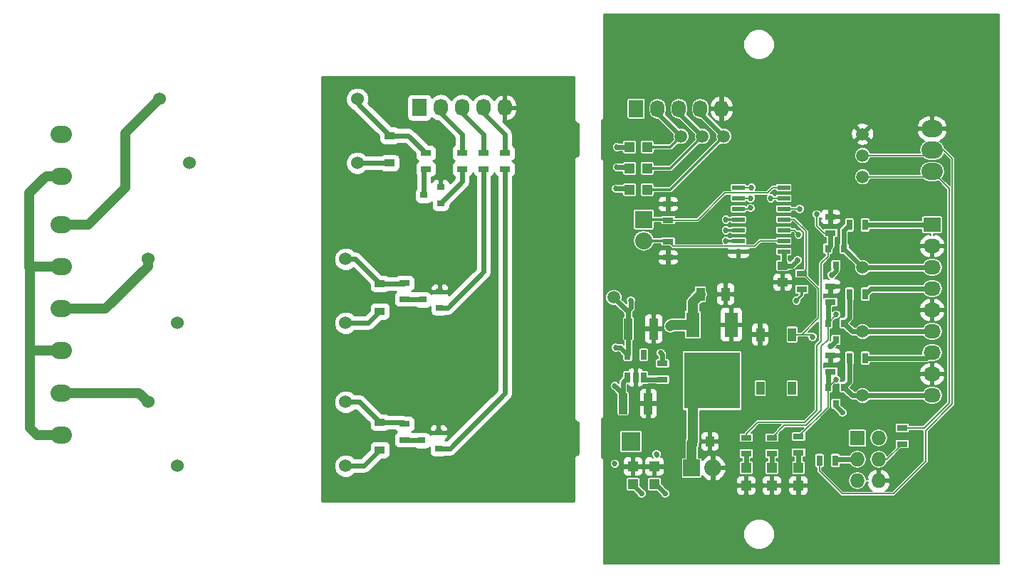
<source format=gbr>
G04 #@! TF.FileFunction,Copper,L1,Top,Signal*
%FSLAX46Y46*%
G04 Gerber Fmt 4.6, Leading zero omitted, Abs format (unit mm)*
G04 Created by KiCad (PCBNEW 4.0.2-4+6225~38~ubuntu14.04.1-stable) date Mon 26 Dec 2016 11:00:54 AM CET*
%MOMM*%
G01*
G04 APERTURE LIST*
%ADD10C,0.100000*%
%ADD11C,1.500000*%
%ADD12R,1.500000X0.600000*%
%ADD13C,1.524000*%
%ADD14R,1.198880X1.198880*%
%ADD15R,1.250000X1.000000*%
%ADD16R,1.000000X1.250000*%
%ADD17R,1.000000X2.500000*%
%ADD18R,1.220000X0.910000*%
%ADD19R,2.032000X2.032000*%
%ADD20O,2.032000X2.032000*%
%ADD21R,1.727200X1.727200*%
%ADD22O,1.727200X1.727200*%
%ADD23R,1.727200X2.032000*%
%ADD24O,1.727200X2.032000*%
%ADD25R,0.800000X0.900000*%
%ADD26R,0.900000X0.800000*%
%ADD27R,1.300000X0.700000*%
%ADD28R,0.700000X1.300000*%
%ADD29R,1.000000X1.600000*%
%ADD30R,6.700000X6.700000*%
%ADD31R,1.600000X3.000000*%
%ADD32R,0.740000X1.190000*%
%ADD33R,2.235200X2.235200*%
%ADD34R,2.032000X1.727200*%
%ADD35O,2.032000X1.727200*%
%ADD36O,2.540000X2.032000*%
%ADD37C,0.685800*%
%ADD38C,0.609600*%
%ADD39C,1.219200*%
%ADD40C,0.152400*%
%ADD41C,0.304800*%
%ADD42C,0.254000*%
G04 APERTURE END LIST*
D10*
D11*
X203835000Y-84709000D03*
D12*
X210980000Y-98425000D03*
X210980000Y-97155000D03*
X210980000Y-95885000D03*
X210980000Y-94615000D03*
X210980000Y-93345000D03*
X210980000Y-92075000D03*
X210980000Y-90805000D03*
X205580000Y-90805000D03*
X205580000Y-92075000D03*
X205580000Y-93345000D03*
X205580000Y-94615000D03*
X205580000Y-95885000D03*
X205580000Y-97155000D03*
X205580000Y-98425000D03*
D13*
X160263000Y-80274000D03*
X160263000Y-87874000D03*
X140263000Y-87874000D03*
X136763000Y-80274000D03*
X158866000Y-116342000D03*
X158866000Y-123942000D03*
X138866000Y-123942000D03*
X135366000Y-116342000D03*
D14*
X194724020Y-85979000D03*
X192625980Y-85979000D03*
D15*
X210820000Y-100092000D03*
X210820000Y-102092000D03*
D16*
X200168000Y-121031000D03*
X202168000Y-121031000D03*
D17*
X191857500Y-116522500D03*
X194857500Y-116522500D03*
X192492500Y-107632500D03*
X195492500Y-107632500D03*
D14*
X195580000Y-126144020D03*
X195580000Y-124045980D03*
X193040000Y-126144020D03*
X193040000Y-124045980D03*
X206502000Y-124172980D03*
X206502000Y-126271020D03*
X209550000Y-124172980D03*
X209550000Y-126271020D03*
X212725000Y-124172980D03*
X212725000Y-126271020D03*
D18*
X164084000Y-87868000D03*
X164084000Y-84598000D03*
X162941000Y-105521000D03*
X162941000Y-102251000D03*
X162941000Y-122031000D03*
X162941000Y-118761000D03*
D19*
X200025000Y-124206000D03*
D20*
X202565000Y-124206000D03*
D19*
X194310000Y-94615000D03*
D20*
X194310000Y-97155000D03*
D21*
X219710000Y-120650000D03*
D22*
X222250000Y-120650000D03*
X219710000Y-123190000D03*
X222250000Y-123190000D03*
X219710000Y-125730000D03*
X222250000Y-125730000D03*
D23*
X193421000Y-81407000D03*
D24*
X195961000Y-81407000D03*
X198501000Y-81407000D03*
X201041000Y-81407000D03*
X203581000Y-81407000D03*
D23*
X167640000Y-81280000D03*
D24*
X170180000Y-81280000D03*
X172720000Y-81280000D03*
X175260000Y-81280000D03*
X177800000Y-81280000D03*
D25*
X218120000Y-98060000D03*
X216220000Y-98060000D03*
X217170000Y-100060000D03*
X218120000Y-106950000D03*
X216220000Y-106950000D03*
X217170000Y-108950000D03*
X218120000Y-114570000D03*
X216220000Y-114570000D03*
X217170000Y-116570000D03*
D26*
X170164000Y-92644000D03*
X170164000Y-90744000D03*
X168164000Y-91694000D03*
X170037000Y-105090000D03*
X170037000Y-103190000D03*
X168037000Y-104140000D03*
X169910000Y-121854000D03*
X169910000Y-119954000D03*
X167910000Y-120904000D03*
D27*
X213106000Y-101031000D03*
X213106000Y-102931000D03*
D28*
X215204000Y-123317000D03*
X217104000Y-123317000D03*
D27*
X225044000Y-119446000D03*
X225044000Y-121346000D03*
X197231000Y-92776000D03*
X197231000Y-94676000D03*
X197231000Y-99121000D03*
X197231000Y-97221000D03*
X196532500Y-113662500D03*
X196532500Y-111762500D03*
X216535000Y-94300000D03*
X216535000Y-96200000D03*
X216535000Y-102555000D03*
X216535000Y-104455000D03*
X216535000Y-110810000D03*
X216535000Y-112710000D03*
X206502000Y-122489000D03*
X206502000Y-120589000D03*
X209550000Y-122489000D03*
X209550000Y-120589000D03*
X212725000Y-122362000D03*
X212725000Y-120462000D03*
D28*
X218760000Y-95250000D03*
X220660000Y-95250000D03*
X218760000Y-103505000D03*
X220660000Y-103505000D03*
X218760000Y-111125000D03*
X220660000Y-111125000D03*
D27*
X172720000Y-88580000D03*
X172720000Y-86680000D03*
X175260000Y-88580000D03*
X175260000Y-86680000D03*
X177800000Y-88580000D03*
X177800000Y-86680000D03*
X168402000Y-86680000D03*
X168402000Y-88580000D03*
X165862000Y-102174000D03*
X165862000Y-104074000D03*
X165862000Y-118938000D03*
X165862000Y-120838000D03*
D13*
X158866000Y-99324000D03*
X158866000Y-106924000D03*
X138866000Y-106924000D03*
X135366000Y-99324000D03*
D29*
X211958000Y-108306000D03*
X211958000Y-114706000D03*
X208158000Y-108306000D03*
X208158000Y-114706000D03*
D11*
X220345000Y-84455000D03*
X220345000Y-86995000D03*
X220345000Y-89535000D03*
X190754000Y-103886000D03*
X220345000Y-100330000D03*
X220345000Y-107950000D03*
X220345000Y-115570000D03*
D30*
X202438000Y-113792000D03*
D31*
X200138000Y-107142000D03*
X204738000Y-107142000D03*
D32*
X192407500Y-110727500D03*
X194307500Y-110727500D03*
X193357500Y-113427500D03*
X192407500Y-113427500D03*
X194307500Y-113427500D03*
D14*
X194724020Y-88519000D03*
X192625980Y-88519000D03*
X194724020Y-91059000D03*
X192625980Y-91059000D03*
D33*
X192786000Y-121031000D03*
D11*
X198755000Y-84709000D03*
X201295000Y-84709000D03*
D29*
X201065000Y-103505000D03*
X204065000Y-103505000D03*
D34*
X228600000Y-95250000D03*
D35*
X228600000Y-97790000D03*
X228600000Y-100330000D03*
X228600000Y-102870000D03*
X228600000Y-105410000D03*
X228600000Y-107950000D03*
X228600000Y-110490000D03*
X228600000Y-113030000D03*
X228600000Y-115570000D03*
D36*
X228600000Y-88900000D03*
X228600000Y-86360000D03*
X228600000Y-83820000D03*
X125095000Y-84455000D03*
X125095000Y-89455000D03*
X125095000Y-95250000D03*
X125095000Y-100250000D03*
X125095000Y-105250000D03*
X125095000Y-110250000D03*
X125095000Y-115250000D03*
X125095000Y-120250000D03*
D37*
X207010000Y-93218000D03*
X214884000Y-93980000D03*
X217170000Y-105918000D03*
X207010000Y-92075000D03*
X217170000Y-113665000D03*
X207137000Y-90805000D03*
X212725000Y-96393000D03*
X214376000Y-108585000D03*
X212852000Y-93345000D03*
X209423000Y-92075000D03*
X204089000Y-94615000D03*
X204089000Y-95885000D03*
X204089000Y-97155000D03*
X197485000Y-107315000D03*
X190881000Y-114427000D03*
X196342000Y-110490000D03*
X195834000Y-122555000D03*
X212598000Y-99441000D03*
X212471000Y-104267000D03*
X216535000Y-109728000D03*
X216662000Y-101219000D03*
X190881000Y-123698000D03*
X192786000Y-104267000D03*
X191008000Y-109855000D03*
X217932000Y-117602000D03*
X191135000Y-85979000D03*
X191135000Y-88392000D03*
X191008000Y-90932000D03*
X196850000Y-127254000D03*
X194056000Y-127254000D03*
D38*
X209550000Y-126144020D02*
X209583020Y-126144020D01*
D39*
X200025000Y-124206000D02*
X200025000Y-121174000D01*
X200025000Y-121174000D02*
X200168000Y-121031000D01*
X200168000Y-121031000D02*
X200168000Y-116062000D01*
X200168000Y-116062000D02*
X202438000Y-113792000D01*
D38*
X200025000Y-121174000D02*
X200168000Y-121031000D01*
D40*
X216220000Y-98060000D02*
X216220000Y-98994000D01*
X206502000Y-120142000D02*
X206502000Y-120589000D01*
X207899000Y-118745000D02*
X206502000Y-120142000D01*
X213487000Y-118745000D02*
X207899000Y-118745000D01*
X214884000Y-117348000D02*
X213487000Y-118745000D01*
X214884000Y-109601000D02*
X214884000Y-117348000D01*
X215392000Y-109093000D02*
X214884000Y-109601000D01*
X215392000Y-99822000D02*
X215392000Y-109093000D01*
X216220000Y-98994000D02*
X215392000Y-99822000D01*
X216535000Y-96200000D02*
X215707000Y-96200000D01*
X206883000Y-93345000D02*
X205580000Y-93345000D01*
X207010000Y-93218000D02*
X206883000Y-93345000D01*
X214884000Y-95377000D02*
X214884000Y-93980000D01*
X215707000Y-96200000D02*
X214884000Y-95377000D01*
X205580000Y-93345000D02*
X206248000Y-93345000D01*
D38*
X216535000Y-96200000D02*
X216535000Y-97745000D01*
X216535000Y-97745000D02*
X216220000Y-98060000D01*
D40*
X216220000Y-106950000D02*
X216220000Y-108900000D01*
X211013000Y-119126000D02*
X209550000Y-120589000D01*
X213614000Y-119126000D02*
X211013000Y-119126000D01*
X215392000Y-117348000D02*
X213614000Y-119126000D01*
X215392000Y-109728000D02*
X215392000Y-117348000D01*
X216220000Y-108900000D02*
X215392000Y-109728000D01*
D38*
X216220000Y-106950000D02*
X216220000Y-104770000D01*
X216220000Y-104770000D02*
X216535000Y-104455000D01*
D40*
X217170000Y-105918000D02*
X217170000Y-106000000D01*
X217170000Y-106000000D02*
X216220000Y-106950000D01*
X205580000Y-92075000D02*
X207010000Y-92075000D01*
X216220000Y-114570000D02*
X216220000Y-116967000D01*
X216220000Y-116967000D02*
X212725000Y-120462000D01*
X205580000Y-90805000D02*
X207137000Y-90805000D01*
X217170000Y-113665000D02*
X216265000Y-114570000D01*
X216265000Y-114570000D02*
X216220000Y-114570000D01*
D38*
X216535000Y-112710000D02*
X216220000Y-113025000D01*
X216220000Y-113025000D02*
X216220000Y-114570000D01*
X164084000Y-84598000D02*
X166320000Y-84598000D01*
X166320000Y-84598000D02*
X168402000Y-86680000D01*
X164084000Y-84598000D02*
X160263000Y-80777000D01*
X160263000Y-80777000D02*
X160263000Y-80274000D01*
X162941000Y-102251000D02*
X165785000Y-102251000D01*
X165785000Y-102251000D02*
X165862000Y-102174000D01*
X158866000Y-99324000D02*
X160014000Y-99324000D01*
X160014000Y-99324000D02*
X162941000Y-102251000D01*
X162941000Y-118761000D02*
X165685000Y-118761000D01*
X165685000Y-118761000D02*
X165862000Y-118938000D01*
X158866000Y-116342000D02*
X160522000Y-116342000D01*
X160522000Y-116342000D02*
X162941000Y-118761000D01*
D41*
X197231000Y-97221000D02*
X197165000Y-97155000D01*
X197165000Y-97155000D02*
X194310000Y-97155000D01*
D40*
X210980000Y-97155000D02*
X208153000Y-97155000D01*
X197800000Y-97790000D02*
X197231000Y-97221000D01*
X207518000Y-97790000D02*
X197800000Y-97790000D01*
X208153000Y-97155000D02*
X207518000Y-97790000D01*
X222250000Y-123190000D02*
X223200000Y-123190000D01*
X223200000Y-123190000D02*
X225044000Y-121346000D01*
X212217000Y-95885000D02*
X210980000Y-95885000D01*
X212725000Y-96393000D02*
X212217000Y-95885000D01*
X211958000Y-108306000D02*
X214097000Y-108306000D01*
X214097000Y-108306000D02*
X214376000Y-108585000D01*
X213106000Y-101031000D02*
X213299000Y-101031000D01*
X213299000Y-101031000D02*
X215087198Y-102819198D01*
X213131000Y-108306000D02*
X211958000Y-108306000D01*
X215087198Y-106349802D02*
X213131000Y-108306000D01*
X215087198Y-102819198D02*
X215087198Y-106349802D01*
X213106000Y-101031000D02*
X213680000Y-101031000D01*
X210980000Y-94615000D02*
X212217000Y-94615000D01*
X213614000Y-100523000D02*
X213106000Y-101031000D01*
X213614000Y-96012000D02*
X213614000Y-100523000D01*
X212217000Y-94615000D02*
X213614000Y-96012000D01*
X212852000Y-93345000D02*
X210980000Y-93345000D01*
X210980000Y-92075000D02*
X209423000Y-92075000D01*
D38*
X219710000Y-123190000D02*
X217231000Y-123190000D01*
X217231000Y-123190000D02*
X217104000Y-123317000D01*
D41*
X197231000Y-94676000D02*
X197170000Y-94615000D01*
X197170000Y-94615000D02*
X194310000Y-94615000D01*
D40*
X197231000Y-94676000D02*
X200726000Y-94676000D01*
X209677000Y-90805000D02*
X210980000Y-90805000D01*
X209042000Y-91440000D02*
X209677000Y-90805000D01*
X203962000Y-91440000D02*
X209042000Y-91440000D01*
X200726000Y-94676000D02*
X203962000Y-91440000D01*
X210980000Y-90805000D02*
X210693000Y-90805000D01*
D38*
X170180000Y-81280000D02*
X170180000Y-81915000D01*
X170180000Y-81915000D02*
X172720000Y-84455000D01*
X172720000Y-84455000D02*
X172720000Y-86680000D01*
X172720000Y-81280000D02*
X172720000Y-81915000D01*
X172720000Y-81915000D02*
X175260000Y-84455000D01*
X175260000Y-84455000D02*
X175260000Y-86680000D01*
X175260000Y-81280000D02*
X175260000Y-81915000D01*
X175260000Y-81915000D02*
X177800000Y-84455000D01*
X177800000Y-84455000D02*
X177800000Y-86680000D01*
D40*
X228600000Y-88900000D02*
X227965000Y-89535000D01*
X227965000Y-89535000D02*
X220345000Y-89535000D01*
X225044000Y-119446000D02*
X227645000Y-119446000D01*
X230632000Y-90932000D02*
X228600000Y-88900000D01*
X230632000Y-116459000D02*
X230632000Y-90932000D01*
X227645000Y-119446000D02*
X230632000Y-116459000D01*
X228600000Y-86360000D02*
X227965000Y-86995000D01*
X227965000Y-86995000D02*
X220345000Y-86995000D01*
X215204000Y-123317000D02*
X215204000Y-124526000D01*
X229997000Y-86360000D02*
X228600000Y-86360000D01*
X231013000Y-87376000D02*
X229997000Y-86360000D01*
X231013000Y-116586000D02*
X231013000Y-87376000D01*
X227838000Y-119761000D02*
X231013000Y-116586000D01*
X227838000Y-123444000D02*
X227838000Y-119761000D01*
X224028000Y-127254000D02*
X227838000Y-123444000D01*
X217932000Y-127254000D02*
X224028000Y-127254000D01*
X215204000Y-124526000D02*
X217932000Y-127254000D01*
X215204000Y-123317000D02*
X215204000Y-123891000D01*
X215204000Y-123317000D02*
X215392000Y-123317000D01*
D39*
X121365000Y-110410000D02*
X121365000Y-119460000D01*
X122155000Y-120250000D02*
X125095000Y-120250000D01*
X121365000Y-119460000D02*
X122155000Y-120250000D01*
X121365000Y-100250000D02*
X121365000Y-110410000D01*
X121525000Y-110250000D02*
X125095000Y-110250000D01*
X121365000Y-110410000D02*
X121525000Y-110250000D01*
X125095000Y-89455000D02*
X123270000Y-89455000D01*
X121365000Y-100250000D02*
X125095000Y-100250000D01*
X121285000Y-100330000D02*
X121365000Y-100250000D01*
X121285000Y-91440000D02*
X121285000Y-100330000D01*
X123270000Y-89455000D02*
X121285000Y-91440000D01*
X136763000Y-80274000D02*
X132715000Y-84322000D01*
X128270000Y-95250000D02*
X125095000Y-95250000D01*
X132715000Y-90805000D02*
X128270000Y-95250000D01*
X132715000Y-84322000D02*
X132715000Y-90805000D01*
X135366000Y-99324000D02*
X135366000Y-100219000D01*
X130335000Y-105250000D02*
X125095000Y-105250000D01*
X135366000Y-100219000D02*
X130335000Y-105250000D01*
X135366000Y-116342000D02*
X134274000Y-115250000D01*
X134274000Y-115250000D02*
X125095000Y-115250000D01*
D38*
X218120000Y-98060000D02*
X218120000Y-95890000D01*
X218120000Y-95890000D02*
X218760000Y-95250000D01*
X220345000Y-100330000D02*
X220345000Y-100285000D01*
X220345000Y-100285000D02*
X218120000Y-98060000D01*
X228600000Y-100330000D02*
X220345000Y-100330000D01*
X218760000Y-103505000D02*
X218760000Y-106310000D01*
X218760000Y-106310000D02*
X218120000Y-106950000D01*
X220345000Y-107950000D02*
X219120000Y-107950000D01*
X219120000Y-107950000D02*
X218120000Y-106950000D01*
X228600000Y-107950000D02*
X220345000Y-107950000D01*
X220345000Y-115570000D02*
X219120000Y-115570000D01*
X219120000Y-115570000D02*
X218120000Y-114570000D01*
X218760000Y-111125000D02*
X218760000Y-113930000D01*
X218760000Y-113930000D02*
X218120000Y-114570000D01*
X228600000Y-115570000D02*
X220345000Y-115570000D01*
X168164000Y-91694000D02*
X168164000Y-88818000D01*
X168164000Y-88818000D02*
X168402000Y-88580000D01*
X165862000Y-104074000D02*
X167971000Y-104074000D01*
X167971000Y-104074000D02*
X168037000Y-104140000D01*
X165862000Y-120838000D02*
X167844000Y-120838000D01*
X167844000Y-120838000D02*
X167910000Y-120904000D01*
X194307500Y-113427500D02*
X194542500Y-113662500D01*
X194542500Y-113662500D02*
X196532500Y-113662500D01*
D41*
X204089000Y-94615000D02*
X205580000Y-94615000D01*
D38*
X201041000Y-81407000D02*
X201041000Y-81915000D01*
X201041000Y-81915000D02*
X203835000Y-84709000D01*
D41*
X203835000Y-84709000D02*
X197485000Y-91059000D01*
X197485000Y-91059000D02*
X194724020Y-91059000D01*
X204089000Y-95885000D02*
X205580000Y-95885000D01*
D38*
X198501000Y-81407000D02*
X198501000Y-81915000D01*
X198501000Y-81915000D02*
X201295000Y-84709000D01*
D41*
X201295000Y-84709000D02*
X197485000Y-88519000D01*
X197485000Y-88519000D02*
X194724020Y-88519000D01*
X204089000Y-97155000D02*
X205580000Y-97155000D01*
D38*
X195961000Y-81407000D02*
X195961000Y-81915000D01*
X195961000Y-81915000D02*
X198755000Y-84709000D01*
D41*
X198755000Y-84709000D02*
X197485000Y-85979000D01*
X197485000Y-85979000D02*
X194724020Y-85979000D01*
D39*
X200138000Y-107142000D02*
X200138000Y-104432000D01*
X200138000Y-104432000D02*
X201065000Y-103505000D01*
X200138000Y-107142000D02*
X197658000Y-107142000D01*
X197658000Y-107142000D02*
X197485000Y-107315000D01*
X200138000Y-107142000D02*
X200325000Y-107142000D01*
D38*
X191857500Y-116522500D02*
X191857500Y-115403500D01*
X191857500Y-115403500D02*
X190881000Y-114427000D01*
X191857500Y-116522500D02*
X191857500Y-113977500D01*
X191857500Y-113977500D02*
X192407500Y-113427500D01*
X196532500Y-111762500D02*
X196532500Y-110680500D01*
X196532500Y-110680500D02*
X196342000Y-110490000D01*
X195834000Y-122555000D02*
X195834000Y-122682000D01*
X220660000Y-111125000D02*
X227965000Y-111125000D01*
X227965000Y-111125000D02*
X228600000Y-110490000D01*
X228600000Y-102870000D02*
X221295000Y-102870000D01*
X221295000Y-102870000D02*
X220660000Y-103505000D01*
X220660000Y-95250000D02*
X228600000Y-95250000D01*
X210820000Y-100092000D02*
X211947000Y-100092000D01*
X211947000Y-100092000D02*
X212598000Y-99441000D01*
X210980000Y-98425000D02*
X210980000Y-99932000D01*
X210980000Y-99932000D02*
X210820000Y-100092000D01*
D41*
X213106000Y-102931000D02*
X213106000Y-103632000D01*
X213106000Y-103632000D02*
X212471000Y-104267000D01*
D38*
X217170000Y-108950000D02*
X217170000Y-109093000D01*
X217170000Y-109093000D02*
X216535000Y-109728000D01*
X217170000Y-100060000D02*
X217170000Y-100711000D01*
X217170000Y-100711000D02*
X216662000Y-101219000D01*
X192405000Y-105537000D02*
X192786000Y-105156000D01*
X192786000Y-105156000D02*
X192786000Y-104267000D01*
X190754000Y-103886000D02*
X192405000Y-105537000D01*
X192405000Y-105537000D02*
X192492500Y-105624500D01*
X192492500Y-105624500D02*
X192492500Y-107632500D01*
X192407500Y-110727500D02*
X191535000Y-109855000D01*
X191535000Y-109855000D02*
X191008000Y-109855000D01*
X192407500Y-110727500D02*
X192492500Y-110642500D01*
X192492500Y-110642500D02*
X192492500Y-107632500D01*
X217170000Y-116570000D02*
X217170000Y-116840000D01*
X217170000Y-116840000D02*
X217932000Y-117602000D01*
X192625980Y-85979000D02*
X191135000Y-85979000D01*
X192625980Y-88519000D02*
X192498980Y-88392000D01*
X192498980Y-88392000D02*
X191135000Y-88392000D01*
X192625980Y-91059000D02*
X192498980Y-90932000D01*
X192498980Y-90932000D02*
X191008000Y-90932000D01*
X164084000Y-87868000D02*
X164078000Y-87874000D01*
X164078000Y-87874000D02*
X160263000Y-87874000D01*
X158866000Y-106924000D02*
X161538000Y-106924000D01*
X161538000Y-106924000D02*
X162941000Y-105521000D01*
X162941000Y-122031000D02*
X161030000Y-123942000D01*
X161030000Y-123942000D02*
X158866000Y-123942000D01*
X172720000Y-88580000D02*
X172720000Y-90088000D01*
X172720000Y-90088000D02*
X170164000Y-92644000D01*
X175260000Y-88580000D02*
X175260000Y-100838000D01*
X171008000Y-105090000D02*
X170037000Y-105090000D01*
X175260000Y-100838000D02*
X171008000Y-105090000D01*
X177800000Y-88580000D02*
X177800000Y-115316000D01*
X171262000Y-121854000D02*
X169910000Y-121854000D01*
X177800000Y-115316000D02*
X171262000Y-121854000D01*
X206502000Y-122489000D02*
X206502000Y-124172980D01*
X209550000Y-122489000D02*
X209550000Y-124172980D01*
X212725000Y-122362000D02*
X212725000Y-124172980D01*
X195580000Y-126144020D02*
X195740020Y-126144020D01*
X195740020Y-126144020D02*
X196850000Y-127254000D01*
X193040000Y-126144020D02*
X193040000Y-126238000D01*
X193040000Y-126238000D02*
X194056000Y-127254000D01*
D42*
G36*
X185980000Y-82550000D02*
X186034046Y-82821705D01*
X186187954Y-83052046D01*
X186418295Y-83205954D01*
X186563000Y-83234738D01*
X186563000Y-86945262D01*
X186418295Y-86974046D01*
X186187954Y-87127954D01*
X186034046Y-87358295D01*
X185980000Y-87630000D01*
X185980000Y-118110000D01*
X186034046Y-118381705D01*
X186187954Y-118612046D01*
X186418295Y-118765954D01*
X186563000Y-118794738D01*
X186563000Y-122505262D01*
X186418295Y-122534046D01*
X186187954Y-122687954D01*
X186034046Y-122918295D01*
X185980000Y-123190000D01*
X185980000Y-128143000D01*
X156083000Y-128143000D01*
X156083000Y-124218661D01*
X157468758Y-124218661D01*
X157680990Y-124732303D01*
X158073630Y-125125629D01*
X158586900Y-125338757D01*
X159142661Y-125339242D01*
X159656303Y-125127010D01*
X159901941Y-124881800D01*
X161030000Y-124881800D01*
X161389646Y-124810262D01*
X161694539Y-124606539D01*
X163167638Y-123133440D01*
X163551000Y-123133440D01*
X163786317Y-123089162D01*
X164002441Y-122950090D01*
X164147431Y-122737890D01*
X164198440Y-122486000D01*
X164198440Y-121576000D01*
X164154162Y-121340683D01*
X164015090Y-121124559D01*
X163802890Y-120979569D01*
X163551000Y-120928560D01*
X162331000Y-120928560D01*
X162095683Y-120972838D01*
X161879559Y-121111910D01*
X161734569Y-121324110D01*
X161683560Y-121576000D01*
X161683560Y-121959362D01*
X160640722Y-123002200D01*
X159901774Y-123002200D01*
X159658370Y-122758371D01*
X159145100Y-122545243D01*
X158589339Y-122544758D01*
X158075697Y-122756990D01*
X157682371Y-123149630D01*
X157469243Y-123662900D01*
X157468758Y-124218661D01*
X156083000Y-124218661D01*
X156083000Y-107200661D01*
X157468758Y-107200661D01*
X157680990Y-107714303D01*
X158073630Y-108107629D01*
X158586900Y-108320757D01*
X159142661Y-108321242D01*
X159656303Y-108109010D01*
X159901941Y-107863800D01*
X161538000Y-107863800D01*
X161897646Y-107792262D01*
X162202539Y-107588539D01*
X163167638Y-106623440D01*
X163551000Y-106623440D01*
X163786317Y-106579162D01*
X164002441Y-106440090D01*
X164147431Y-106227890D01*
X164198440Y-105976000D01*
X164198440Y-105066000D01*
X164154162Y-104830683D01*
X164015090Y-104614559D01*
X163802890Y-104469569D01*
X163551000Y-104418560D01*
X162331000Y-104418560D01*
X162095683Y-104462838D01*
X161879559Y-104601910D01*
X161734569Y-104814110D01*
X161683560Y-105066000D01*
X161683560Y-105449362D01*
X161148722Y-105984200D01*
X159901774Y-105984200D01*
X159658370Y-105740371D01*
X159145100Y-105527243D01*
X158589339Y-105526758D01*
X158075697Y-105738990D01*
X157682371Y-106131630D01*
X157469243Y-106644900D01*
X157468758Y-107200661D01*
X156083000Y-107200661D01*
X156083000Y-99600661D01*
X157468758Y-99600661D01*
X157680990Y-100114303D01*
X158073630Y-100507629D01*
X158586900Y-100720757D01*
X159142661Y-100721242D01*
X159656303Y-100509010D01*
X159763211Y-100402289D01*
X161683560Y-102322638D01*
X161683560Y-102706000D01*
X161727838Y-102941317D01*
X161866910Y-103157441D01*
X162079110Y-103302431D01*
X162331000Y-103353440D01*
X163551000Y-103353440D01*
X163786317Y-103309162D01*
X163970257Y-103190800D01*
X164867959Y-103190800D01*
X164760559Y-103259910D01*
X164615569Y-103472110D01*
X164564560Y-103724000D01*
X164564560Y-104424000D01*
X164608838Y-104659317D01*
X164747910Y-104875441D01*
X164960110Y-105020431D01*
X165212000Y-105071440D01*
X166512000Y-105071440D01*
X166747317Y-105027162D01*
X166768082Y-105013800D01*
X167155633Y-105013800D01*
X167335110Y-105136431D01*
X167587000Y-105187440D01*
X168487000Y-105187440D01*
X168722317Y-105143162D01*
X168938441Y-105004090D01*
X168939560Y-105002452D01*
X168939560Y-105490000D01*
X168983838Y-105725317D01*
X169122910Y-105941441D01*
X169335110Y-106086431D01*
X169587000Y-106137440D01*
X170487000Y-106137440D01*
X170722317Y-106093162D01*
X170820784Y-106029800D01*
X171008000Y-106029800D01*
X171367646Y-105958262D01*
X171672539Y-105754539D01*
X175924539Y-101502539D01*
X176128262Y-101197646D01*
X176199800Y-100838000D01*
X176199800Y-89498103D01*
X176361441Y-89394090D01*
X176506431Y-89181890D01*
X176528993Y-89070477D01*
X176546838Y-89165317D01*
X176685910Y-89381441D01*
X176860200Y-89500528D01*
X176860200Y-114926722D01*
X170872722Y-120914200D01*
X170694772Y-120914200D01*
X170684250Y-120907010D01*
X170719698Y-120892327D01*
X170898327Y-120713699D01*
X170995000Y-120480310D01*
X170995000Y-120239750D01*
X170836250Y-120081000D01*
X170037000Y-120081000D01*
X170037000Y-120101000D01*
X169783000Y-120101000D01*
X169783000Y-120081000D01*
X168983750Y-120081000D01*
X168897738Y-120167012D01*
X168824090Y-120052559D01*
X168611890Y-119907569D01*
X168360000Y-119856560D01*
X167460000Y-119856560D01*
X167238703Y-119898200D01*
X166773595Y-119898200D01*
X166763890Y-119891569D01*
X166750803Y-119888919D01*
X166963441Y-119752090D01*
X167108431Y-119539890D01*
X167131152Y-119427690D01*
X168825000Y-119427690D01*
X168825000Y-119668250D01*
X168983750Y-119827000D01*
X169783000Y-119827000D01*
X169783000Y-119077750D01*
X170037000Y-119077750D01*
X170037000Y-119827000D01*
X170836250Y-119827000D01*
X170995000Y-119668250D01*
X170995000Y-119427690D01*
X170898327Y-119194301D01*
X170719698Y-119015673D01*
X170486309Y-118919000D01*
X170195750Y-118919000D01*
X170037000Y-119077750D01*
X169783000Y-119077750D01*
X169624250Y-118919000D01*
X169333691Y-118919000D01*
X169100302Y-119015673D01*
X168921673Y-119194301D01*
X168825000Y-119427690D01*
X167131152Y-119427690D01*
X167159440Y-119288000D01*
X167159440Y-118588000D01*
X167115162Y-118352683D01*
X166976090Y-118136559D01*
X166763890Y-117991569D01*
X166512000Y-117940560D01*
X166116217Y-117940560D01*
X166044646Y-117892738D01*
X165685000Y-117821200D01*
X163966267Y-117821200D01*
X163802890Y-117709569D01*
X163551000Y-117658560D01*
X163167638Y-117658560D01*
X161186539Y-115677461D01*
X160881646Y-115473738D01*
X160522000Y-115402200D01*
X159901774Y-115402200D01*
X159658370Y-115158371D01*
X159145100Y-114945243D01*
X158589339Y-114944758D01*
X158075697Y-115156990D01*
X157682371Y-115549630D01*
X157469243Y-116062900D01*
X157468758Y-116618661D01*
X157680990Y-117132303D01*
X158073630Y-117525629D01*
X158586900Y-117738757D01*
X159142661Y-117739242D01*
X159656303Y-117527010D01*
X159901941Y-117281800D01*
X160132722Y-117281800D01*
X161683560Y-118832638D01*
X161683560Y-119216000D01*
X161727838Y-119451317D01*
X161866910Y-119667441D01*
X162079110Y-119812431D01*
X162331000Y-119863440D01*
X163551000Y-119863440D01*
X163786317Y-119819162D01*
X163970257Y-119700800D01*
X164723045Y-119700800D01*
X164747910Y-119739441D01*
X164960110Y-119884431D01*
X164973197Y-119887081D01*
X164760559Y-120023910D01*
X164615569Y-120236110D01*
X164564560Y-120488000D01*
X164564560Y-121188000D01*
X164608838Y-121423317D01*
X164747910Y-121639441D01*
X164960110Y-121784431D01*
X165212000Y-121835440D01*
X166512000Y-121835440D01*
X166747317Y-121791162D01*
X166768082Y-121777800D01*
X167028633Y-121777800D01*
X167208110Y-121900431D01*
X167460000Y-121951440D01*
X168360000Y-121951440D01*
X168595317Y-121907162D01*
X168811441Y-121768090D01*
X168812560Y-121766452D01*
X168812560Y-122254000D01*
X168856838Y-122489317D01*
X168995910Y-122705441D01*
X169208110Y-122850431D01*
X169460000Y-122901440D01*
X170360000Y-122901440D01*
X170595317Y-122857162D01*
X170693784Y-122793800D01*
X171262000Y-122793800D01*
X171621646Y-122722262D01*
X171926539Y-122518539D01*
X178464539Y-115980539D01*
X178668262Y-115675646D01*
X178739800Y-115316000D01*
X178739800Y-89498103D01*
X178901441Y-89394090D01*
X179046431Y-89181890D01*
X179097440Y-88930000D01*
X179097440Y-88230000D01*
X179053162Y-87994683D01*
X178914090Y-87778559D01*
X178701890Y-87633569D01*
X178688803Y-87630919D01*
X178901441Y-87494090D01*
X179046431Y-87281890D01*
X179097440Y-87030000D01*
X179097440Y-86330000D01*
X179053162Y-86094683D01*
X178914090Y-85878559D01*
X178739800Y-85759472D01*
X178739800Y-84455000D01*
X178668262Y-84095354D01*
X178464539Y-83790461D01*
X177520116Y-82846038D01*
X177673000Y-82766217D01*
X177673000Y-81407000D01*
X177927000Y-81407000D01*
X177927000Y-82766217D01*
X178159026Y-82887358D01*
X178174791Y-82884709D01*
X178702036Y-82630732D01*
X179091954Y-82194320D01*
X179285184Y-81641913D01*
X179140924Y-81407000D01*
X177927000Y-81407000D01*
X177673000Y-81407000D01*
X177653000Y-81407000D01*
X177653000Y-81153000D01*
X177673000Y-81153000D01*
X177673000Y-79793783D01*
X177927000Y-79793783D01*
X177927000Y-81153000D01*
X179140924Y-81153000D01*
X179285184Y-80918087D01*
X179091954Y-80365680D01*
X178702036Y-79929268D01*
X178174791Y-79675291D01*
X178159026Y-79672642D01*
X177927000Y-79793783D01*
X177673000Y-79793783D01*
X177440974Y-79672642D01*
X177425209Y-79675291D01*
X176897964Y-79929268D01*
X176526461Y-80345069D01*
X176319670Y-80035585D01*
X175833489Y-79710729D01*
X175260000Y-79596655D01*
X174686511Y-79710729D01*
X174200330Y-80035585D01*
X173990000Y-80350366D01*
X173779670Y-80035585D01*
X173293489Y-79710729D01*
X172720000Y-79596655D01*
X172146511Y-79710729D01*
X171660330Y-80035585D01*
X171450000Y-80350366D01*
X171239670Y-80035585D01*
X170753489Y-79710729D01*
X170180000Y-79596655D01*
X169606511Y-79710729D01*
X169120330Y-80035585D01*
X169110757Y-80049913D01*
X169106762Y-80028683D01*
X168967690Y-79812559D01*
X168755490Y-79667569D01*
X168503600Y-79616560D01*
X166776400Y-79616560D01*
X166541083Y-79660838D01*
X166324959Y-79799910D01*
X166179969Y-80012110D01*
X166128960Y-80264000D01*
X166128960Y-82296000D01*
X166173238Y-82531317D01*
X166312310Y-82747441D01*
X166524510Y-82892431D01*
X166776400Y-82943440D01*
X168503600Y-82943440D01*
X168738917Y-82899162D01*
X168955041Y-82760090D01*
X169100031Y-82547890D01*
X169108400Y-82506561D01*
X169120330Y-82524415D01*
X169606511Y-82849271D01*
X169829560Y-82893638D01*
X171780200Y-84844278D01*
X171780200Y-85761897D01*
X171618559Y-85865910D01*
X171473569Y-86078110D01*
X171422560Y-86330000D01*
X171422560Y-87030000D01*
X171466838Y-87265317D01*
X171605910Y-87481441D01*
X171818110Y-87626431D01*
X171831197Y-87629081D01*
X171618559Y-87765910D01*
X171473569Y-87978110D01*
X171422560Y-88230000D01*
X171422560Y-88930000D01*
X171466838Y-89165317D01*
X171605910Y-89381441D01*
X171780200Y-89500528D01*
X171780200Y-89698722D01*
X171249000Y-90229922D01*
X171249000Y-90217690D01*
X171152327Y-89984301D01*
X170973698Y-89805673D01*
X170740309Y-89709000D01*
X170449750Y-89709000D01*
X170291000Y-89867750D01*
X170291000Y-90617000D01*
X170311000Y-90617000D01*
X170311000Y-90871000D01*
X170291000Y-90871000D01*
X170291000Y-90891000D01*
X170037000Y-90891000D01*
X170037000Y-90871000D01*
X170017000Y-90871000D01*
X170017000Y-90617000D01*
X170037000Y-90617000D01*
X170037000Y-89867750D01*
X169878250Y-89709000D01*
X169587691Y-89709000D01*
X169354302Y-89805673D01*
X169175673Y-89984301D01*
X169103800Y-90157818D01*
X169103800Y-89567693D01*
X169287317Y-89533162D01*
X169503441Y-89394090D01*
X169648431Y-89181890D01*
X169699440Y-88930000D01*
X169699440Y-88230000D01*
X169655162Y-87994683D01*
X169516090Y-87778559D01*
X169303890Y-87633569D01*
X169290803Y-87630919D01*
X169503441Y-87494090D01*
X169648431Y-87281890D01*
X169699440Y-87030000D01*
X169699440Y-86330000D01*
X169655162Y-86094683D01*
X169516090Y-85878559D01*
X169303890Y-85733569D01*
X169052000Y-85682560D01*
X168733638Y-85682560D01*
X166984539Y-83933461D01*
X166679646Y-83729738D01*
X166320000Y-83658200D01*
X165109267Y-83658200D01*
X164945890Y-83546569D01*
X164694000Y-83495560D01*
X164310638Y-83495560D01*
X161574207Y-80759129D01*
X161659757Y-80553100D01*
X161660242Y-79997339D01*
X161448010Y-79483697D01*
X161055370Y-79090371D01*
X160542100Y-78877243D01*
X159986339Y-78876758D01*
X159472697Y-79088990D01*
X159079371Y-79481630D01*
X158866243Y-79994900D01*
X158865758Y-80550661D01*
X159077990Y-81064303D01*
X159470630Y-81457629D01*
X159716748Y-81559826D01*
X162826560Y-84669638D01*
X162826560Y-85053000D01*
X162870838Y-85288317D01*
X163009910Y-85504441D01*
X163222110Y-85649431D01*
X163474000Y-85700440D01*
X164694000Y-85700440D01*
X164929317Y-85656162D01*
X165113257Y-85537800D01*
X165930722Y-85537800D01*
X167104560Y-86711638D01*
X167104560Y-87030000D01*
X167148838Y-87265317D01*
X167287910Y-87481441D01*
X167500110Y-87626431D01*
X167513197Y-87629081D01*
X167300559Y-87765910D01*
X167155569Y-87978110D01*
X167104560Y-88230000D01*
X167104560Y-88930000D01*
X167148838Y-89165317D01*
X167224200Y-89282433D01*
X167224200Y-90886050D01*
X167117569Y-91042110D01*
X167066560Y-91294000D01*
X167066560Y-92094000D01*
X167110838Y-92329317D01*
X167249910Y-92545441D01*
X167462110Y-92690431D01*
X167714000Y-92741440D01*
X168614000Y-92741440D01*
X168849317Y-92697162D01*
X169065441Y-92558090D01*
X169066560Y-92556452D01*
X169066560Y-93044000D01*
X169110838Y-93279317D01*
X169249910Y-93495441D01*
X169462110Y-93640431D01*
X169714000Y-93691440D01*
X170614000Y-93691440D01*
X170849317Y-93647162D01*
X171065441Y-93508090D01*
X171210431Y-93295890D01*
X171261440Y-93044000D01*
X171261440Y-92875638D01*
X173384539Y-90752539D01*
X173588262Y-90447646D01*
X173659800Y-90088000D01*
X173659800Y-89498103D01*
X173821441Y-89394090D01*
X173966431Y-89181890D01*
X173988993Y-89070477D01*
X174006838Y-89165317D01*
X174145910Y-89381441D01*
X174320200Y-89500528D01*
X174320200Y-100448722D01*
X171122000Y-103646922D01*
X171122000Y-103475750D01*
X170963250Y-103317000D01*
X170164000Y-103317000D01*
X170164000Y-103337000D01*
X169910000Y-103337000D01*
X169910000Y-103317000D01*
X169110750Y-103317000D01*
X169024738Y-103403012D01*
X168951090Y-103288559D01*
X168738890Y-103143569D01*
X168487000Y-103092560D01*
X167587000Y-103092560D01*
X167365703Y-103134200D01*
X166773595Y-103134200D01*
X166763890Y-103127569D01*
X166750803Y-103124919D01*
X166963441Y-102988090D01*
X167108431Y-102775890D01*
X167131152Y-102663690D01*
X168952000Y-102663690D01*
X168952000Y-102904250D01*
X169110750Y-103063000D01*
X169910000Y-103063000D01*
X169910000Y-102313750D01*
X170164000Y-102313750D01*
X170164000Y-103063000D01*
X170963250Y-103063000D01*
X171122000Y-102904250D01*
X171122000Y-102663690D01*
X171025327Y-102430301D01*
X170846698Y-102251673D01*
X170613309Y-102155000D01*
X170322750Y-102155000D01*
X170164000Y-102313750D01*
X169910000Y-102313750D01*
X169751250Y-102155000D01*
X169460691Y-102155000D01*
X169227302Y-102251673D01*
X169048673Y-102430301D01*
X168952000Y-102663690D01*
X167131152Y-102663690D01*
X167159440Y-102524000D01*
X167159440Y-101824000D01*
X167115162Y-101588683D01*
X166976090Y-101372559D01*
X166763890Y-101227569D01*
X166512000Y-101176560D01*
X165212000Y-101176560D01*
X164976683Y-101220838D01*
X164836256Y-101311200D01*
X163966267Y-101311200D01*
X163802890Y-101199569D01*
X163551000Y-101148560D01*
X163167638Y-101148560D01*
X160678539Y-98659461D01*
X160373646Y-98455738D01*
X160014000Y-98384200D01*
X159901774Y-98384200D01*
X159658370Y-98140371D01*
X159145100Y-97927243D01*
X158589339Y-97926758D01*
X158075697Y-98138990D01*
X157682371Y-98531630D01*
X157469243Y-99044900D01*
X157468758Y-99600661D01*
X156083000Y-99600661D01*
X156083000Y-88150661D01*
X158865758Y-88150661D01*
X159077990Y-88664303D01*
X159470630Y-89057629D01*
X159983900Y-89270757D01*
X160539661Y-89271242D01*
X161053303Y-89059010D01*
X161298941Y-88813800D01*
X163067514Y-88813800D01*
X163222110Y-88919431D01*
X163474000Y-88970440D01*
X164694000Y-88970440D01*
X164929317Y-88926162D01*
X165145441Y-88787090D01*
X165290431Y-88574890D01*
X165341440Y-88323000D01*
X165341440Y-87413000D01*
X165297162Y-87177683D01*
X165158090Y-86961559D01*
X164945890Y-86816569D01*
X164694000Y-86765560D01*
X163474000Y-86765560D01*
X163238683Y-86809838D01*
X163045419Y-86934200D01*
X161298774Y-86934200D01*
X161055370Y-86690371D01*
X160542100Y-86477243D01*
X159986339Y-86476758D01*
X159472697Y-86688990D01*
X159079371Y-87081630D01*
X158866243Y-87594900D01*
X158865758Y-88150661D01*
X156083000Y-88150661D01*
X156083000Y-77597000D01*
X185980000Y-77597000D01*
X185980000Y-82550000D01*
X185980000Y-82550000D01*
G37*
X185980000Y-82550000D02*
X186034046Y-82821705D01*
X186187954Y-83052046D01*
X186418295Y-83205954D01*
X186563000Y-83234738D01*
X186563000Y-86945262D01*
X186418295Y-86974046D01*
X186187954Y-87127954D01*
X186034046Y-87358295D01*
X185980000Y-87630000D01*
X185980000Y-118110000D01*
X186034046Y-118381705D01*
X186187954Y-118612046D01*
X186418295Y-118765954D01*
X186563000Y-118794738D01*
X186563000Y-122505262D01*
X186418295Y-122534046D01*
X186187954Y-122687954D01*
X186034046Y-122918295D01*
X185980000Y-123190000D01*
X185980000Y-128143000D01*
X156083000Y-128143000D01*
X156083000Y-124218661D01*
X157468758Y-124218661D01*
X157680990Y-124732303D01*
X158073630Y-125125629D01*
X158586900Y-125338757D01*
X159142661Y-125339242D01*
X159656303Y-125127010D01*
X159901941Y-124881800D01*
X161030000Y-124881800D01*
X161389646Y-124810262D01*
X161694539Y-124606539D01*
X163167638Y-123133440D01*
X163551000Y-123133440D01*
X163786317Y-123089162D01*
X164002441Y-122950090D01*
X164147431Y-122737890D01*
X164198440Y-122486000D01*
X164198440Y-121576000D01*
X164154162Y-121340683D01*
X164015090Y-121124559D01*
X163802890Y-120979569D01*
X163551000Y-120928560D01*
X162331000Y-120928560D01*
X162095683Y-120972838D01*
X161879559Y-121111910D01*
X161734569Y-121324110D01*
X161683560Y-121576000D01*
X161683560Y-121959362D01*
X160640722Y-123002200D01*
X159901774Y-123002200D01*
X159658370Y-122758371D01*
X159145100Y-122545243D01*
X158589339Y-122544758D01*
X158075697Y-122756990D01*
X157682371Y-123149630D01*
X157469243Y-123662900D01*
X157468758Y-124218661D01*
X156083000Y-124218661D01*
X156083000Y-107200661D01*
X157468758Y-107200661D01*
X157680990Y-107714303D01*
X158073630Y-108107629D01*
X158586900Y-108320757D01*
X159142661Y-108321242D01*
X159656303Y-108109010D01*
X159901941Y-107863800D01*
X161538000Y-107863800D01*
X161897646Y-107792262D01*
X162202539Y-107588539D01*
X163167638Y-106623440D01*
X163551000Y-106623440D01*
X163786317Y-106579162D01*
X164002441Y-106440090D01*
X164147431Y-106227890D01*
X164198440Y-105976000D01*
X164198440Y-105066000D01*
X164154162Y-104830683D01*
X164015090Y-104614559D01*
X163802890Y-104469569D01*
X163551000Y-104418560D01*
X162331000Y-104418560D01*
X162095683Y-104462838D01*
X161879559Y-104601910D01*
X161734569Y-104814110D01*
X161683560Y-105066000D01*
X161683560Y-105449362D01*
X161148722Y-105984200D01*
X159901774Y-105984200D01*
X159658370Y-105740371D01*
X159145100Y-105527243D01*
X158589339Y-105526758D01*
X158075697Y-105738990D01*
X157682371Y-106131630D01*
X157469243Y-106644900D01*
X157468758Y-107200661D01*
X156083000Y-107200661D01*
X156083000Y-99600661D01*
X157468758Y-99600661D01*
X157680990Y-100114303D01*
X158073630Y-100507629D01*
X158586900Y-100720757D01*
X159142661Y-100721242D01*
X159656303Y-100509010D01*
X159763211Y-100402289D01*
X161683560Y-102322638D01*
X161683560Y-102706000D01*
X161727838Y-102941317D01*
X161866910Y-103157441D01*
X162079110Y-103302431D01*
X162331000Y-103353440D01*
X163551000Y-103353440D01*
X163786317Y-103309162D01*
X163970257Y-103190800D01*
X164867959Y-103190800D01*
X164760559Y-103259910D01*
X164615569Y-103472110D01*
X164564560Y-103724000D01*
X164564560Y-104424000D01*
X164608838Y-104659317D01*
X164747910Y-104875441D01*
X164960110Y-105020431D01*
X165212000Y-105071440D01*
X166512000Y-105071440D01*
X166747317Y-105027162D01*
X166768082Y-105013800D01*
X167155633Y-105013800D01*
X167335110Y-105136431D01*
X167587000Y-105187440D01*
X168487000Y-105187440D01*
X168722317Y-105143162D01*
X168938441Y-105004090D01*
X168939560Y-105002452D01*
X168939560Y-105490000D01*
X168983838Y-105725317D01*
X169122910Y-105941441D01*
X169335110Y-106086431D01*
X169587000Y-106137440D01*
X170487000Y-106137440D01*
X170722317Y-106093162D01*
X170820784Y-106029800D01*
X171008000Y-106029800D01*
X171367646Y-105958262D01*
X171672539Y-105754539D01*
X175924539Y-101502539D01*
X176128262Y-101197646D01*
X176199800Y-100838000D01*
X176199800Y-89498103D01*
X176361441Y-89394090D01*
X176506431Y-89181890D01*
X176528993Y-89070477D01*
X176546838Y-89165317D01*
X176685910Y-89381441D01*
X176860200Y-89500528D01*
X176860200Y-114926722D01*
X170872722Y-120914200D01*
X170694772Y-120914200D01*
X170684250Y-120907010D01*
X170719698Y-120892327D01*
X170898327Y-120713699D01*
X170995000Y-120480310D01*
X170995000Y-120239750D01*
X170836250Y-120081000D01*
X170037000Y-120081000D01*
X170037000Y-120101000D01*
X169783000Y-120101000D01*
X169783000Y-120081000D01*
X168983750Y-120081000D01*
X168897738Y-120167012D01*
X168824090Y-120052559D01*
X168611890Y-119907569D01*
X168360000Y-119856560D01*
X167460000Y-119856560D01*
X167238703Y-119898200D01*
X166773595Y-119898200D01*
X166763890Y-119891569D01*
X166750803Y-119888919D01*
X166963441Y-119752090D01*
X167108431Y-119539890D01*
X167131152Y-119427690D01*
X168825000Y-119427690D01*
X168825000Y-119668250D01*
X168983750Y-119827000D01*
X169783000Y-119827000D01*
X169783000Y-119077750D01*
X170037000Y-119077750D01*
X170037000Y-119827000D01*
X170836250Y-119827000D01*
X170995000Y-119668250D01*
X170995000Y-119427690D01*
X170898327Y-119194301D01*
X170719698Y-119015673D01*
X170486309Y-118919000D01*
X170195750Y-118919000D01*
X170037000Y-119077750D01*
X169783000Y-119077750D01*
X169624250Y-118919000D01*
X169333691Y-118919000D01*
X169100302Y-119015673D01*
X168921673Y-119194301D01*
X168825000Y-119427690D01*
X167131152Y-119427690D01*
X167159440Y-119288000D01*
X167159440Y-118588000D01*
X167115162Y-118352683D01*
X166976090Y-118136559D01*
X166763890Y-117991569D01*
X166512000Y-117940560D01*
X166116217Y-117940560D01*
X166044646Y-117892738D01*
X165685000Y-117821200D01*
X163966267Y-117821200D01*
X163802890Y-117709569D01*
X163551000Y-117658560D01*
X163167638Y-117658560D01*
X161186539Y-115677461D01*
X160881646Y-115473738D01*
X160522000Y-115402200D01*
X159901774Y-115402200D01*
X159658370Y-115158371D01*
X159145100Y-114945243D01*
X158589339Y-114944758D01*
X158075697Y-115156990D01*
X157682371Y-115549630D01*
X157469243Y-116062900D01*
X157468758Y-116618661D01*
X157680990Y-117132303D01*
X158073630Y-117525629D01*
X158586900Y-117738757D01*
X159142661Y-117739242D01*
X159656303Y-117527010D01*
X159901941Y-117281800D01*
X160132722Y-117281800D01*
X161683560Y-118832638D01*
X161683560Y-119216000D01*
X161727838Y-119451317D01*
X161866910Y-119667441D01*
X162079110Y-119812431D01*
X162331000Y-119863440D01*
X163551000Y-119863440D01*
X163786317Y-119819162D01*
X163970257Y-119700800D01*
X164723045Y-119700800D01*
X164747910Y-119739441D01*
X164960110Y-119884431D01*
X164973197Y-119887081D01*
X164760559Y-120023910D01*
X164615569Y-120236110D01*
X164564560Y-120488000D01*
X164564560Y-121188000D01*
X164608838Y-121423317D01*
X164747910Y-121639441D01*
X164960110Y-121784431D01*
X165212000Y-121835440D01*
X166512000Y-121835440D01*
X166747317Y-121791162D01*
X166768082Y-121777800D01*
X167028633Y-121777800D01*
X167208110Y-121900431D01*
X167460000Y-121951440D01*
X168360000Y-121951440D01*
X168595317Y-121907162D01*
X168811441Y-121768090D01*
X168812560Y-121766452D01*
X168812560Y-122254000D01*
X168856838Y-122489317D01*
X168995910Y-122705441D01*
X169208110Y-122850431D01*
X169460000Y-122901440D01*
X170360000Y-122901440D01*
X170595317Y-122857162D01*
X170693784Y-122793800D01*
X171262000Y-122793800D01*
X171621646Y-122722262D01*
X171926539Y-122518539D01*
X178464539Y-115980539D01*
X178668262Y-115675646D01*
X178739800Y-115316000D01*
X178739800Y-89498103D01*
X178901441Y-89394090D01*
X179046431Y-89181890D01*
X179097440Y-88930000D01*
X179097440Y-88230000D01*
X179053162Y-87994683D01*
X178914090Y-87778559D01*
X178701890Y-87633569D01*
X178688803Y-87630919D01*
X178901441Y-87494090D01*
X179046431Y-87281890D01*
X179097440Y-87030000D01*
X179097440Y-86330000D01*
X179053162Y-86094683D01*
X178914090Y-85878559D01*
X178739800Y-85759472D01*
X178739800Y-84455000D01*
X178668262Y-84095354D01*
X178464539Y-83790461D01*
X177520116Y-82846038D01*
X177673000Y-82766217D01*
X177673000Y-81407000D01*
X177927000Y-81407000D01*
X177927000Y-82766217D01*
X178159026Y-82887358D01*
X178174791Y-82884709D01*
X178702036Y-82630732D01*
X179091954Y-82194320D01*
X179285184Y-81641913D01*
X179140924Y-81407000D01*
X177927000Y-81407000D01*
X177673000Y-81407000D01*
X177653000Y-81407000D01*
X177653000Y-81153000D01*
X177673000Y-81153000D01*
X177673000Y-79793783D01*
X177927000Y-79793783D01*
X177927000Y-81153000D01*
X179140924Y-81153000D01*
X179285184Y-80918087D01*
X179091954Y-80365680D01*
X178702036Y-79929268D01*
X178174791Y-79675291D01*
X178159026Y-79672642D01*
X177927000Y-79793783D01*
X177673000Y-79793783D01*
X177440974Y-79672642D01*
X177425209Y-79675291D01*
X176897964Y-79929268D01*
X176526461Y-80345069D01*
X176319670Y-80035585D01*
X175833489Y-79710729D01*
X175260000Y-79596655D01*
X174686511Y-79710729D01*
X174200330Y-80035585D01*
X173990000Y-80350366D01*
X173779670Y-80035585D01*
X173293489Y-79710729D01*
X172720000Y-79596655D01*
X172146511Y-79710729D01*
X171660330Y-80035585D01*
X171450000Y-80350366D01*
X171239670Y-80035585D01*
X170753489Y-79710729D01*
X170180000Y-79596655D01*
X169606511Y-79710729D01*
X169120330Y-80035585D01*
X169110757Y-80049913D01*
X169106762Y-80028683D01*
X168967690Y-79812559D01*
X168755490Y-79667569D01*
X168503600Y-79616560D01*
X166776400Y-79616560D01*
X166541083Y-79660838D01*
X166324959Y-79799910D01*
X166179969Y-80012110D01*
X166128960Y-80264000D01*
X166128960Y-82296000D01*
X166173238Y-82531317D01*
X166312310Y-82747441D01*
X166524510Y-82892431D01*
X166776400Y-82943440D01*
X168503600Y-82943440D01*
X168738917Y-82899162D01*
X168955041Y-82760090D01*
X169100031Y-82547890D01*
X169108400Y-82506561D01*
X169120330Y-82524415D01*
X169606511Y-82849271D01*
X169829560Y-82893638D01*
X171780200Y-84844278D01*
X171780200Y-85761897D01*
X171618559Y-85865910D01*
X171473569Y-86078110D01*
X171422560Y-86330000D01*
X171422560Y-87030000D01*
X171466838Y-87265317D01*
X171605910Y-87481441D01*
X171818110Y-87626431D01*
X171831197Y-87629081D01*
X171618559Y-87765910D01*
X171473569Y-87978110D01*
X171422560Y-88230000D01*
X171422560Y-88930000D01*
X171466838Y-89165317D01*
X171605910Y-89381441D01*
X171780200Y-89500528D01*
X171780200Y-89698722D01*
X171249000Y-90229922D01*
X171249000Y-90217690D01*
X171152327Y-89984301D01*
X170973698Y-89805673D01*
X170740309Y-89709000D01*
X170449750Y-89709000D01*
X170291000Y-89867750D01*
X170291000Y-90617000D01*
X170311000Y-90617000D01*
X170311000Y-90871000D01*
X170291000Y-90871000D01*
X170291000Y-90891000D01*
X170037000Y-90891000D01*
X170037000Y-90871000D01*
X170017000Y-90871000D01*
X170017000Y-90617000D01*
X170037000Y-90617000D01*
X170037000Y-89867750D01*
X169878250Y-89709000D01*
X169587691Y-89709000D01*
X169354302Y-89805673D01*
X169175673Y-89984301D01*
X169103800Y-90157818D01*
X169103800Y-89567693D01*
X169287317Y-89533162D01*
X169503441Y-89394090D01*
X169648431Y-89181890D01*
X169699440Y-88930000D01*
X169699440Y-88230000D01*
X169655162Y-87994683D01*
X169516090Y-87778559D01*
X169303890Y-87633569D01*
X169290803Y-87630919D01*
X169503441Y-87494090D01*
X169648431Y-87281890D01*
X169699440Y-87030000D01*
X169699440Y-86330000D01*
X169655162Y-86094683D01*
X169516090Y-85878559D01*
X169303890Y-85733569D01*
X169052000Y-85682560D01*
X168733638Y-85682560D01*
X166984539Y-83933461D01*
X166679646Y-83729738D01*
X166320000Y-83658200D01*
X165109267Y-83658200D01*
X164945890Y-83546569D01*
X164694000Y-83495560D01*
X164310638Y-83495560D01*
X161574207Y-80759129D01*
X161659757Y-80553100D01*
X161660242Y-79997339D01*
X161448010Y-79483697D01*
X161055370Y-79090371D01*
X160542100Y-78877243D01*
X159986339Y-78876758D01*
X159472697Y-79088990D01*
X159079371Y-79481630D01*
X158866243Y-79994900D01*
X158865758Y-80550661D01*
X159077990Y-81064303D01*
X159470630Y-81457629D01*
X159716748Y-81559826D01*
X162826560Y-84669638D01*
X162826560Y-85053000D01*
X162870838Y-85288317D01*
X163009910Y-85504441D01*
X163222110Y-85649431D01*
X163474000Y-85700440D01*
X164694000Y-85700440D01*
X164929317Y-85656162D01*
X165113257Y-85537800D01*
X165930722Y-85537800D01*
X167104560Y-86711638D01*
X167104560Y-87030000D01*
X167148838Y-87265317D01*
X167287910Y-87481441D01*
X167500110Y-87626431D01*
X167513197Y-87629081D01*
X167300559Y-87765910D01*
X167155569Y-87978110D01*
X167104560Y-88230000D01*
X167104560Y-88930000D01*
X167148838Y-89165317D01*
X167224200Y-89282433D01*
X167224200Y-90886050D01*
X167117569Y-91042110D01*
X167066560Y-91294000D01*
X167066560Y-92094000D01*
X167110838Y-92329317D01*
X167249910Y-92545441D01*
X167462110Y-92690431D01*
X167714000Y-92741440D01*
X168614000Y-92741440D01*
X168849317Y-92697162D01*
X169065441Y-92558090D01*
X169066560Y-92556452D01*
X169066560Y-93044000D01*
X169110838Y-93279317D01*
X169249910Y-93495441D01*
X169462110Y-93640431D01*
X169714000Y-93691440D01*
X170614000Y-93691440D01*
X170849317Y-93647162D01*
X171065441Y-93508090D01*
X171210431Y-93295890D01*
X171261440Y-93044000D01*
X171261440Y-92875638D01*
X173384539Y-90752539D01*
X173588262Y-90447646D01*
X173659800Y-90088000D01*
X173659800Y-89498103D01*
X173821441Y-89394090D01*
X173966431Y-89181890D01*
X173988993Y-89070477D01*
X174006838Y-89165317D01*
X174145910Y-89381441D01*
X174320200Y-89500528D01*
X174320200Y-100448722D01*
X171122000Y-103646922D01*
X171122000Y-103475750D01*
X170963250Y-103317000D01*
X170164000Y-103317000D01*
X170164000Y-103337000D01*
X169910000Y-103337000D01*
X169910000Y-103317000D01*
X169110750Y-103317000D01*
X169024738Y-103403012D01*
X168951090Y-103288559D01*
X168738890Y-103143569D01*
X168487000Y-103092560D01*
X167587000Y-103092560D01*
X167365703Y-103134200D01*
X166773595Y-103134200D01*
X166763890Y-103127569D01*
X166750803Y-103124919D01*
X166963441Y-102988090D01*
X167108431Y-102775890D01*
X167131152Y-102663690D01*
X168952000Y-102663690D01*
X168952000Y-102904250D01*
X169110750Y-103063000D01*
X169910000Y-103063000D01*
X169910000Y-102313750D01*
X170164000Y-102313750D01*
X170164000Y-103063000D01*
X170963250Y-103063000D01*
X171122000Y-102904250D01*
X171122000Y-102663690D01*
X171025327Y-102430301D01*
X170846698Y-102251673D01*
X170613309Y-102155000D01*
X170322750Y-102155000D01*
X170164000Y-102313750D01*
X169910000Y-102313750D01*
X169751250Y-102155000D01*
X169460691Y-102155000D01*
X169227302Y-102251673D01*
X169048673Y-102430301D01*
X168952000Y-102663690D01*
X167131152Y-102663690D01*
X167159440Y-102524000D01*
X167159440Y-101824000D01*
X167115162Y-101588683D01*
X166976090Y-101372559D01*
X166763890Y-101227569D01*
X166512000Y-101176560D01*
X165212000Y-101176560D01*
X164976683Y-101220838D01*
X164836256Y-101311200D01*
X163966267Y-101311200D01*
X163802890Y-101199569D01*
X163551000Y-101148560D01*
X163167638Y-101148560D01*
X160678539Y-98659461D01*
X160373646Y-98455738D01*
X160014000Y-98384200D01*
X159901774Y-98384200D01*
X159658370Y-98140371D01*
X159145100Y-97927243D01*
X158589339Y-97926758D01*
X158075697Y-98138990D01*
X157682371Y-98531630D01*
X157469243Y-99044900D01*
X157468758Y-99600661D01*
X156083000Y-99600661D01*
X156083000Y-88150661D01*
X158865758Y-88150661D01*
X159077990Y-88664303D01*
X159470630Y-89057629D01*
X159983900Y-89270757D01*
X160539661Y-89271242D01*
X161053303Y-89059010D01*
X161298941Y-88813800D01*
X163067514Y-88813800D01*
X163222110Y-88919431D01*
X163474000Y-88970440D01*
X164694000Y-88970440D01*
X164929317Y-88926162D01*
X165145441Y-88787090D01*
X165290431Y-88574890D01*
X165341440Y-88323000D01*
X165341440Y-87413000D01*
X165297162Y-87177683D01*
X165158090Y-86961559D01*
X164945890Y-86816569D01*
X164694000Y-86765560D01*
X163474000Y-86765560D01*
X163238683Y-86809838D01*
X163045419Y-86934200D01*
X161298774Y-86934200D01*
X161055370Y-86690371D01*
X160542100Y-86477243D01*
X159986339Y-86476758D01*
X159472697Y-86688990D01*
X159079371Y-87081630D01*
X158866243Y-87594900D01*
X158865758Y-88150661D01*
X156083000Y-88150661D01*
X156083000Y-77597000D01*
X185980000Y-77597000D01*
X185980000Y-82550000D01*
D40*
G36*
X236551400Y-135586400D02*
X189533600Y-135586400D01*
X189533600Y-132442135D01*
X206197084Y-132442135D01*
X206474885Y-133114465D01*
X206988829Y-133629307D01*
X207660673Y-133908282D01*
X208388135Y-133908916D01*
X209060465Y-133631115D01*
X209575307Y-133117171D01*
X209854282Y-132445327D01*
X209854916Y-131717865D01*
X209577115Y-131045535D01*
X209063171Y-130530693D01*
X208391327Y-130251718D01*
X207663865Y-130251084D01*
X206991535Y-130528885D01*
X206476693Y-131042829D01*
X206197718Y-131714673D01*
X206197084Y-132442135D01*
X189533600Y-132442135D01*
X189533600Y-125544580D01*
X192207482Y-125544580D01*
X192207482Y-126743460D01*
X192223422Y-126828174D01*
X192273488Y-126905978D01*
X192349880Y-126958175D01*
X192440560Y-126976538D01*
X193024196Y-126976538D01*
X193533383Y-127485725D01*
X193571224Y-127577306D01*
X193731849Y-127738211D01*
X193941823Y-127825400D01*
X194169180Y-127825599D01*
X194379306Y-127738776D01*
X194540211Y-127578151D01*
X194627400Y-127368177D01*
X194627599Y-127140820D01*
X194540776Y-126930694D01*
X194380151Y-126769789D01*
X194287772Y-126731430D01*
X193872518Y-126316176D01*
X193872518Y-125544580D01*
X194747482Y-125544580D01*
X194747482Y-126743460D01*
X194763422Y-126828174D01*
X194813488Y-126905978D01*
X194889880Y-126958175D01*
X194980560Y-126976538D01*
X195818196Y-126976538D01*
X196327383Y-127485725D01*
X196365224Y-127577306D01*
X196525849Y-127738211D01*
X196735823Y-127825400D01*
X196963180Y-127825599D01*
X197173306Y-127738776D01*
X197334211Y-127578151D01*
X197421400Y-127368177D01*
X197421599Y-127140820D01*
X197334776Y-126930694D01*
X197174151Y-126769789D01*
X197081772Y-126731430D01*
X196945212Y-126594870D01*
X205318360Y-126594870D01*
X205318360Y-126986665D01*
X205407299Y-127201383D01*
X205571638Y-127365721D01*
X205786356Y-127454660D01*
X206178150Y-127454660D01*
X206324200Y-127308610D01*
X206324200Y-126448820D01*
X206679800Y-126448820D01*
X206679800Y-127308610D01*
X206825850Y-127454660D01*
X207217644Y-127454660D01*
X207432362Y-127365721D01*
X207596701Y-127201383D01*
X207685640Y-126986665D01*
X207685640Y-126594870D01*
X208366360Y-126594870D01*
X208366360Y-126986665D01*
X208455299Y-127201383D01*
X208619638Y-127365721D01*
X208834356Y-127454660D01*
X209226150Y-127454660D01*
X209372200Y-127308610D01*
X209372200Y-126448820D01*
X209727800Y-126448820D01*
X209727800Y-127308610D01*
X209873850Y-127454660D01*
X210265644Y-127454660D01*
X210480362Y-127365721D01*
X210644701Y-127201383D01*
X210733640Y-126986665D01*
X210733640Y-126594870D01*
X211541360Y-126594870D01*
X211541360Y-126986665D01*
X211630299Y-127201383D01*
X211794638Y-127365721D01*
X212009356Y-127454660D01*
X212401150Y-127454660D01*
X212547200Y-127308610D01*
X212547200Y-126448820D01*
X212902800Y-126448820D01*
X212902800Y-127308610D01*
X213048850Y-127454660D01*
X213440644Y-127454660D01*
X213655362Y-127365721D01*
X213819701Y-127201383D01*
X213908640Y-126986665D01*
X213908640Y-126594870D01*
X213762590Y-126448820D01*
X212902800Y-126448820D01*
X212547200Y-126448820D01*
X211687410Y-126448820D01*
X211541360Y-126594870D01*
X210733640Y-126594870D01*
X210587590Y-126448820D01*
X209727800Y-126448820D01*
X209372200Y-126448820D01*
X208512410Y-126448820D01*
X208366360Y-126594870D01*
X207685640Y-126594870D01*
X207539590Y-126448820D01*
X206679800Y-126448820D01*
X206324200Y-126448820D01*
X205464410Y-126448820D01*
X205318360Y-126594870D01*
X196945212Y-126594870D01*
X196412518Y-126062176D01*
X196412518Y-125544580D01*
X196396578Y-125459866D01*
X196346512Y-125382062D01*
X196270120Y-125329865D01*
X196179440Y-125311502D01*
X194980560Y-125311502D01*
X194895846Y-125327442D01*
X194818042Y-125377508D01*
X194765845Y-125453900D01*
X194747482Y-125544580D01*
X193872518Y-125544580D01*
X193856578Y-125459866D01*
X193806512Y-125382062D01*
X193730120Y-125329865D01*
X193639440Y-125311502D01*
X192440560Y-125311502D01*
X192355846Y-125327442D01*
X192278042Y-125377508D01*
X192225845Y-125453900D01*
X192207482Y-125544580D01*
X189533600Y-125544580D01*
X189533600Y-124369830D01*
X191856360Y-124369830D01*
X191856360Y-124761625D01*
X191945299Y-124976343D01*
X192109638Y-125140681D01*
X192324356Y-125229620D01*
X192716150Y-125229620D01*
X192862200Y-125083570D01*
X192862200Y-124223780D01*
X193217800Y-124223780D01*
X193217800Y-125083570D01*
X193363850Y-125229620D01*
X193755644Y-125229620D01*
X193970362Y-125140681D01*
X194134701Y-124976343D01*
X194223640Y-124761625D01*
X194223640Y-124369830D01*
X194396360Y-124369830D01*
X194396360Y-124761625D01*
X194485299Y-124976343D01*
X194649638Y-125140681D01*
X194864356Y-125229620D01*
X195256150Y-125229620D01*
X195402200Y-125083570D01*
X195402200Y-124223780D01*
X195757800Y-124223780D01*
X195757800Y-125083570D01*
X195903850Y-125229620D01*
X196295644Y-125229620D01*
X196510362Y-125140681D01*
X196674701Y-124976343D01*
X196763640Y-124761625D01*
X196763640Y-124369830D01*
X196617590Y-124223780D01*
X195757800Y-124223780D01*
X195402200Y-124223780D01*
X194542410Y-124223780D01*
X194396360Y-124369830D01*
X194223640Y-124369830D01*
X194077590Y-124223780D01*
X193217800Y-124223780D01*
X192862200Y-124223780D01*
X192002410Y-124223780D01*
X191856360Y-124369830D01*
X189533600Y-124369830D01*
X189533600Y-123811180D01*
X190309401Y-123811180D01*
X190396224Y-124021306D01*
X190556849Y-124182211D01*
X190766823Y-124269400D01*
X190994180Y-124269599D01*
X191204306Y-124182776D01*
X191365211Y-124022151D01*
X191452400Y-123812177D01*
X191452599Y-123584820D01*
X191365776Y-123374694D01*
X191321495Y-123330335D01*
X191856360Y-123330335D01*
X191856360Y-123722130D01*
X192002410Y-123868180D01*
X192862200Y-123868180D01*
X192862200Y-123008390D01*
X193217800Y-123008390D01*
X193217800Y-123868180D01*
X194077590Y-123868180D01*
X194223640Y-123722130D01*
X194223640Y-123330335D01*
X194396360Y-123330335D01*
X194396360Y-123722130D01*
X194542410Y-123868180D01*
X195402200Y-123868180D01*
X195402200Y-123848180D01*
X195757800Y-123848180D01*
X195757800Y-123868180D01*
X196617590Y-123868180D01*
X196763640Y-123722130D01*
X196763640Y-123330335D01*
X196705512Y-123190000D01*
X198775922Y-123190000D01*
X198775922Y-125222000D01*
X198791862Y-125306714D01*
X198841928Y-125384518D01*
X198918320Y-125436715D01*
X199009000Y-125455078D01*
X201041000Y-125455078D01*
X201125714Y-125439138D01*
X201203518Y-125389072D01*
X201255715Y-125312680D01*
X201274078Y-125222000D01*
X201274078Y-125132957D01*
X201301943Y-125188531D01*
X201774086Y-125597091D01*
X202140613Y-125748899D01*
X202387200Y-125649239D01*
X202387200Y-124383800D01*
X202742800Y-124383800D01*
X202742800Y-125649239D01*
X202989387Y-125748899D01*
X203355914Y-125597091D01*
X203404122Y-125555375D01*
X205318360Y-125555375D01*
X205318360Y-125947170D01*
X205464410Y-126093220D01*
X206324200Y-126093220D01*
X206324200Y-125233430D01*
X206679800Y-125233430D01*
X206679800Y-126093220D01*
X207539590Y-126093220D01*
X207685640Y-125947170D01*
X207685640Y-125555375D01*
X208366360Y-125555375D01*
X208366360Y-125947170D01*
X208512410Y-126093220D01*
X209372200Y-126093220D01*
X209372200Y-125233430D01*
X209727800Y-125233430D01*
X209727800Y-126093220D01*
X210587590Y-126093220D01*
X210733640Y-125947170D01*
X210733640Y-125555375D01*
X211541360Y-125555375D01*
X211541360Y-125947170D01*
X211687410Y-126093220D01*
X212547200Y-126093220D01*
X212547200Y-125233430D01*
X212902800Y-125233430D01*
X212902800Y-126093220D01*
X213762590Y-126093220D01*
X213908640Y-125947170D01*
X213908640Y-125555375D01*
X213819701Y-125340657D01*
X213655362Y-125176319D01*
X213440644Y-125087380D01*
X213048850Y-125087380D01*
X212902800Y-125233430D01*
X212547200Y-125233430D01*
X212401150Y-125087380D01*
X212009356Y-125087380D01*
X211794638Y-125176319D01*
X211630299Y-125340657D01*
X211541360Y-125555375D01*
X210733640Y-125555375D01*
X210644701Y-125340657D01*
X210480362Y-125176319D01*
X210265644Y-125087380D01*
X209873850Y-125087380D01*
X209727800Y-125233430D01*
X209372200Y-125233430D01*
X209226150Y-125087380D01*
X208834356Y-125087380D01*
X208619638Y-125176319D01*
X208455299Y-125340657D01*
X208366360Y-125555375D01*
X207685640Y-125555375D01*
X207596701Y-125340657D01*
X207432362Y-125176319D01*
X207217644Y-125087380D01*
X206825850Y-125087380D01*
X206679800Y-125233430D01*
X206324200Y-125233430D01*
X206178150Y-125087380D01*
X205786356Y-125087380D01*
X205571638Y-125176319D01*
X205407299Y-125340657D01*
X205318360Y-125555375D01*
X203404122Y-125555375D01*
X203828057Y-125188531D01*
X204107911Y-124630389D01*
X204009254Y-124383800D01*
X202742800Y-124383800D01*
X202387200Y-124383800D01*
X202367200Y-124383800D01*
X202367200Y-124028200D01*
X202387200Y-124028200D01*
X202387200Y-122762761D01*
X202742800Y-122762761D01*
X202742800Y-124028200D01*
X204009254Y-124028200D01*
X204107911Y-123781611D01*
X203828057Y-123223469D01*
X203355914Y-122814909D01*
X202989387Y-122663101D01*
X202742800Y-122762761D01*
X202387200Y-122762761D01*
X202140613Y-122663101D01*
X201774086Y-122814909D01*
X201301943Y-123223469D01*
X201274078Y-123279043D01*
X201274078Y-123190000D01*
X201258138Y-123105286D01*
X201208072Y-123027482D01*
X201131680Y-122975285D01*
X201041000Y-122956922D01*
X200863200Y-122956922D01*
X200863200Y-121775241D01*
X200882715Y-121746680D01*
X200901078Y-121656000D01*
X200901078Y-121413602D01*
X200940334Y-121354850D01*
X201083800Y-121354850D01*
X201083800Y-121772204D01*
X201172739Y-121986922D01*
X201337077Y-122151261D01*
X201551795Y-122240200D01*
X201844150Y-122240200D01*
X201990200Y-122094150D01*
X201990200Y-121208800D01*
X202345800Y-121208800D01*
X202345800Y-122094150D01*
X202491850Y-122240200D01*
X202784205Y-122240200D01*
X202998923Y-122151261D01*
X203011183Y-122139000D01*
X205618922Y-122139000D01*
X205618922Y-122839000D01*
X205634862Y-122923714D01*
X205684928Y-123001518D01*
X205761320Y-123053715D01*
X205852000Y-123072078D01*
X205968600Y-123072078D01*
X205968600Y-123340462D01*
X205902560Y-123340462D01*
X205817846Y-123356402D01*
X205740042Y-123406468D01*
X205687845Y-123482860D01*
X205669482Y-123573540D01*
X205669482Y-124772420D01*
X205685422Y-124857134D01*
X205735488Y-124934938D01*
X205811880Y-124987135D01*
X205902560Y-125005498D01*
X207101440Y-125005498D01*
X207186154Y-124989558D01*
X207263958Y-124939492D01*
X207316155Y-124863100D01*
X207334518Y-124772420D01*
X207334518Y-123573540D01*
X207318578Y-123488826D01*
X207268512Y-123411022D01*
X207192120Y-123358825D01*
X207101440Y-123340462D01*
X207035400Y-123340462D01*
X207035400Y-123072078D01*
X207152000Y-123072078D01*
X207236714Y-123056138D01*
X207314518Y-123006072D01*
X207366715Y-122929680D01*
X207385078Y-122839000D01*
X207385078Y-122139000D01*
X208666922Y-122139000D01*
X208666922Y-122839000D01*
X208682862Y-122923714D01*
X208732928Y-123001518D01*
X208809320Y-123053715D01*
X208900000Y-123072078D01*
X209016600Y-123072078D01*
X209016600Y-123340462D01*
X208950560Y-123340462D01*
X208865846Y-123356402D01*
X208788042Y-123406468D01*
X208735845Y-123482860D01*
X208717482Y-123573540D01*
X208717482Y-124772420D01*
X208733422Y-124857134D01*
X208783488Y-124934938D01*
X208859880Y-124987135D01*
X208950560Y-125005498D01*
X210149440Y-125005498D01*
X210234154Y-124989558D01*
X210311958Y-124939492D01*
X210364155Y-124863100D01*
X210382518Y-124772420D01*
X210382518Y-123573540D01*
X210366578Y-123488826D01*
X210316512Y-123411022D01*
X210240120Y-123358825D01*
X210149440Y-123340462D01*
X210083400Y-123340462D01*
X210083400Y-123072078D01*
X210200000Y-123072078D01*
X210284714Y-123056138D01*
X210362518Y-123006072D01*
X210414715Y-122929680D01*
X210433078Y-122839000D01*
X210433078Y-122139000D01*
X210417138Y-122054286D01*
X210389928Y-122012000D01*
X211841922Y-122012000D01*
X211841922Y-122712000D01*
X211857862Y-122796714D01*
X211907928Y-122874518D01*
X211984320Y-122926715D01*
X212075000Y-122945078D01*
X212191600Y-122945078D01*
X212191600Y-123340462D01*
X212125560Y-123340462D01*
X212040846Y-123356402D01*
X211963042Y-123406468D01*
X211910845Y-123482860D01*
X211892482Y-123573540D01*
X211892482Y-124772420D01*
X211908422Y-124857134D01*
X211958488Y-124934938D01*
X212034880Y-124987135D01*
X212125560Y-125005498D01*
X213324440Y-125005498D01*
X213409154Y-124989558D01*
X213486958Y-124939492D01*
X213539155Y-124863100D01*
X213557518Y-124772420D01*
X213557518Y-123573540D01*
X213541578Y-123488826D01*
X213491512Y-123411022D01*
X213415120Y-123358825D01*
X213324440Y-123340462D01*
X213258400Y-123340462D01*
X213258400Y-122945078D01*
X213375000Y-122945078D01*
X213459714Y-122929138D01*
X213537518Y-122879072D01*
X213589715Y-122802680D01*
X213608078Y-122712000D01*
X213608078Y-122667000D01*
X214620922Y-122667000D01*
X214620922Y-123967000D01*
X214636862Y-124051714D01*
X214686928Y-124129518D01*
X214763320Y-124181715D01*
X214854000Y-124200078D01*
X214899200Y-124200078D01*
X214899200Y-124526000D01*
X214922402Y-124642642D01*
X214988474Y-124741526D01*
X217716474Y-127469526D01*
X217815358Y-127535598D01*
X217932000Y-127558800D01*
X224028000Y-127558800D01*
X224144642Y-127535598D01*
X224243526Y-127469526D01*
X228053526Y-123659526D01*
X228119598Y-123560642D01*
X228142800Y-123444000D01*
X228142800Y-119887252D01*
X231228526Y-116801526D01*
X231294598Y-116702642D01*
X231317800Y-116586000D01*
X231317800Y-87376000D01*
X231294598Y-87259358D01*
X231228526Y-87160474D01*
X230212526Y-86144474D01*
X230113642Y-86078402D01*
X230070228Y-86069766D01*
X230033219Y-85883712D01*
X229763424Y-85479935D01*
X229463532Y-85279554D01*
X229627337Y-85227809D01*
X230107215Y-84824703D01*
X230396303Y-84268640D01*
X230396899Y-84244387D01*
X230297239Y-83997800D01*
X228777800Y-83997800D01*
X228777800Y-84017800D01*
X228422200Y-84017800D01*
X228422200Y-83997800D01*
X226902761Y-83997800D01*
X226803101Y-84244387D01*
X226803697Y-84268640D01*
X227092785Y-84824703D01*
X227572663Y-85227809D01*
X227736468Y-85279554D01*
X227436576Y-85479935D01*
X227166781Y-85883712D01*
X227072041Y-86360000D01*
X227137722Y-86690200D01*
X221277907Y-86690200D01*
X221175101Y-86441392D01*
X220900056Y-86165867D01*
X220540510Y-86016570D01*
X220151198Y-86016230D01*
X219791392Y-86164899D01*
X219515867Y-86439944D01*
X219366570Y-86799490D01*
X219366230Y-87188802D01*
X219514899Y-87548608D01*
X219789944Y-87824133D01*
X220149490Y-87973430D01*
X220538802Y-87973770D01*
X220898608Y-87825101D01*
X221174133Y-87550056D01*
X221278049Y-87299800D01*
X227525976Y-87299800D01*
X227840353Y-87509860D01*
X228316641Y-87604600D01*
X228883359Y-87604600D01*
X229359647Y-87509860D01*
X229763424Y-87240065D01*
X230033219Y-86836288D01*
X230034715Y-86828767D01*
X230708200Y-87502252D01*
X230708200Y-90577148D01*
X229822581Y-89691529D01*
X230033219Y-89376288D01*
X230127959Y-88900000D01*
X230033219Y-88423712D01*
X229763424Y-88019935D01*
X229359647Y-87750140D01*
X228883359Y-87655400D01*
X228316641Y-87655400D01*
X227840353Y-87750140D01*
X227436576Y-88019935D01*
X227166781Y-88423712D01*
X227072041Y-88900000D01*
X227137722Y-89230200D01*
X221277907Y-89230200D01*
X221175101Y-88981392D01*
X220900056Y-88705867D01*
X220540510Y-88556570D01*
X220151198Y-88556230D01*
X219791392Y-88704899D01*
X219515867Y-88979944D01*
X219366570Y-89339490D01*
X219366230Y-89728802D01*
X219514899Y-90088608D01*
X219789944Y-90364133D01*
X220149490Y-90513430D01*
X220538802Y-90513770D01*
X220898608Y-90365101D01*
X221174133Y-90090056D01*
X221278049Y-89839800D01*
X227525976Y-89839800D01*
X227840353Y-90049860D01*
X228316641Y-90144600D01*
X228883359Y-90144600D01*
X229325584Y-90056636D01*
X230327200Y-91058252D01*
X230327200Y-116332748D01*
X227518748Y-119141200D01*
X225927078Y-119141200D01*
X225927078Y-119096000D01*
X225911138Y-119011286D01*
X225861072Y-118933482D01*
X225784680Y-118881285D01*
X225694000Y-118862922D01*
X224394000Y-118862922D01*
X224309286Y-118878862D01*
X224231482Y-118928928D01*
X224179285Y-119005320D01*
X224160922Y-119096000D01*
X224160922Y-119796000D01*
X224176862Y-119880714D01*
X224226928Y-119958518D01*
X224303320Y-120010715D01*
X224394000Y-120029078D01*
X225694000Y-120029078D01*
X225778714Y-120013138D01*
X225856518Y-119963072D01*
X225908715Y-119886680D01*
X225927078Y-119796000D01*
X225927078Y-119750800D01*
X227535229Y-119750800D01*
X227533200Y-119761000D01*
X227533200Y-123317748D01*
X223901748Y-126949200D01*
X222983863Y-126949200D01*
X223152354Y-126862220D01*
X223516948Y-126430719D01*
X223641337Y-126130382D01*
X223539550Y-125907800D01*
X222427800Y-125907800D01*
X222427800Y-125927800D01*
X222072200Y-125927800D01*
X222072200Y-125907800D01*
X222052200Y-125907800D01*
X222052200Y-125552200D01*
X222072200Y-125552200D01*
X222072200Y-124439195D01*
X222427800Y-124439195D01*
X222427800Y-125552200D01*
X223539550Y-125552200D01*
X223641337Y-125329618D01*
X223516948Y-125029281D01*
X223152354Y-124597780D01*
X222650385Y-124338649D01*
X222427800Y-124439195D01*
X222072200Y-124439195D01*
X221849615Y-124338649D01*
X221347646Y-124597780D01*
X220983052Y-125029281D01*
X220858663Y-125329618D01*
X220960449Y-125552198D01*
X220802200Y-125552198D01*
X220802200Y-125622430D01*
X220740458Y-125312033D01*
X220503699Y-124957698D01*
X220149364Y-124720939D01*
X219731397Y-124637800D01*
X219688603Y-124637800D01*
X219270636Y-124720939D01*
X218916301Y-124957698D01*
X218679542Y-125312033D01*
X218596403Y-125730000D01*
X218679542Y-126147967D01*
X218916301Y-126502302D01*
X219270636Y-126739061D01*
X219688603Y-126822200D01*
X219731397Y-126822200D01*
X220149364Y-126739061D01*
X220503699Y-126502302D01*
X220740458Y-126147967D01*
X220802200Y-125837570D01*
X220802200Y-125907802D01*
X220960449Y-125907802D01*
X220858663Y-126130382D01*
X220983052Y-126430719D01*
X221347646Y-126862220D01*
X221516137Y-126949200D01*
X218058252Y-126949200D01*
X215508800Y-124399748D01*
X215508800Y-124200078D01*
X215554000Y-124200078D01*
X215638714Y-124184138D01*
X215716518Y-124134072D01*
X215768715Y-124057680D01*
X215787078Y-123967000D01*
X215787078Y-122667000D01*
X216520922Y-122667000D01*
X216520922Y-123967000D01*
X216536862Y-124051714D01*
X216586928Y-124129518D01*
X216663320Y-124181715D01*
X216754000Y-124200078D01*
X217454000Y-124200078D01*
X217538714Y-124184138D01*
X217616518Y-124134072D01*
X217668715Y-124057680D01*
X217687078Y-123967000D01*
X217687078Y-123723400D01*
X218756672Y-123723400D01*
X218916301Y-123962302D01*
X219270636Y-124199061D01*
X219688603Y-124282200D01*
X219731397Y-124282200D01*
X220149364Y-124199061D01*
X220503699Y-123962302D01*
X220740458Y-123607967D01*
X220823597Y-123190000D01*
X221136403Y-123190000D01*
X221219542Y-123607967D01*
X221456301Y-123962302D01*
X221810636Y-124199061D01*
X222228603Y-124282200D01*
X222271397Y-124282200D01*
X222689364Y-124199061D01*
X223043699Y-123962302D01*
X223280458Y-123607967D01*
X223307210Y-123473474D01*
X223316642Y-123471598D01*
X223415526Y-123405526D01*
X224891974Y-121929078D01*
X225694000Y-121929078D01*
X225778714Y-121913138D01*
X225856518Y-121863072D01*
X225908715Y-121786680D01*
X225927078Y-121696000D01*
X225927078Y-120996000D01*
X225911138Y-120911286D01*
X225861072Y-120833482D01*
X225784680Y-120781285D01*
X225694000Y-120762922D01*
X224394000Y-120762922D01*
X224309286Y-120778862D01*
X224231482Y-120828928D01*
X224179285Y-120905320D01*
X224160922Y-120996000D01*
X224160922Y-121696000D01*
X224176862Y-121780714D01*
X224177399Y-121781549D01*
X223242990Y-122715958D01*
X223043699Y-122417698D01*
X222689364Y-122180939D01*
X222271397Y-122097800D01*
X222228603Y-122097800D01*
X221810636Y-122180939D01*
X221456301Y-122417698D01*
X221219542Y-122772033D01*
X221136403Y-123190000D01*
X220823597Y-123190000D01*
X220740458Y-122772033D01*
X220503699Y-122417698D01*
X220149364Y-122180939D01*
X219731397Y-122097800D01*
X219688603Y-122097800D01*
X219270636Y-122180939D01*
X218916301Y-122417698D01*
X218756672Y-122656600D01*
X217685121Y-122656600D01*
X217671138Y-122582286D01*
X217621072Y-122504482D01*
X217544680Y-122452285D01*
X217454000Y-122433922D01*
X216754000Y-122433922D01*
X216669286Y-122449862D01*
X216591482Y-122499928D01*
X216539285Y-122576320D01*
X216520922Y-122667000D01*
X215787078Y-122667000D01*
X215771138Y-122582286D01*
X215721072Y-122504482D01*
X215644680Y-122452285D01*
X215554000Y-122433922D01*
X214854000Y-122433922D01*
X214769286Y-122449862D01*
X214691482Y-122499928D01*
X214639285Y-122576320D01*
X214620922Y-122667000D01*
X213608078Y-122667000D01*
X213608078Y-122012000D01*
X213592138Y-121927286D01*
X213542072Y-121849482D01*
X213465680Y-121797285D01*
X213375000Y-121778922D01*
X212075000Y-121778922D01*
X211990286Y-121794862D01*
X211912482Y-121844928D01*
X211860285Y-121921320D01*
X211841922Y-122012000D01*
X210389928Y-122012000D01*
X210367072Y-121976482D01*
X210290680Y-121924285D01*
X210200000Y-121905922D01*
X208900000Y-121905922D01*
X208815286Y-121921862D01*
X208737482Y-121971928D01*
X208685285Y-122048320D01*
X208666922Y-122139000D01*
X207385078Y-122139000D01*
X207369138Y-122054286D01*
X207319072Y-121976482D01*
X207242680Y-121924285D01*
X207152000Y-121905922D01*
X205852000Y-121905922D01*
X205767286Y-121921862D01*
X205689482Y-121971928D01*
X205637285Y-122048320D01*
X205618922Y-122139000D01*
X203011183Y-122139000D01*
X203163261Y-121986922D01*
X203252200Y-121772204D01*
X203252200Y-121354850D01*
X203106150Y-121208800D01*
X202345800Y-121208800D01*
X201990200Y-121208800D01*
X201229850Y-121208800D01*
X201083800Y-121354850D01*
X200940334Y-121354850D01*
X200942396Y-121351765D01*
X201006200Y-121031000D01*
X201006200Y-120289796D01*
X201083800Y-120289796D01*
X201083800Y-120707150D01*
X201229850Y-120853200D01*
X201990200Y-120853200D01*
X201990200Y-119967850D01*
X202345800Y-119967850D01*
X202345800Y-120853200D01*
X203106150Y-120853200D01*
X203252200Y-120707150D01*
X203252200Y-120289796D01*
X203231160Y-120239000D01*
X205618922Y-120239000D01*
X205618922Y-120939000D01*
X205634862Y-121023714D01*
X205684928Y-121101518D01*
X205761320Y-121153715D01*
X205852000Y-121172078D01*
X207152000Y-121172078D01*
X207236714Y-121156138D01*
X207314518Y-121106072D01*
X207366715Y-121029680D01*
X207385078Y-120939000D01*
X207385078Y-120239000D01*
X207369138Y-120154286D01*
X207319072Y-120076482D01*
X207242680Y-120024285D01*
X207152000Y-120005922D01*
X207069130Y-120005922D01*
X208025252Y-119049800D01*
X210658148Y-119049800D01*
X209702026Y-120005922D01*
X208900000Y-120005922D01*
X208815286Y-120021862D01*
X208737482Y-120071928D01*
X208685285Y-120148320D01*
X208666922Y-120239000D01*
X208666922Y-120939000D01*
X208682862Y-121023714D01*
X208732928Y-121101518D01*
X208809320Y-121153715D01*
X208900000Y-121172078D01*
X210200000Y-121172078D01*
X210284714Y-121156138D01*
X210362518Y-121106072D01*
X210414715Y-121029680D01*
X210433078Y-120939000D01*
X210433078Y-120239000D01*
X210417138Y-120154286D01*
X210416601Y-120153451D01*
X211139252Y-119430800D01*
X213325148Y-119430800D01*
X212877026Y-119878922D01*
X212075000Y-119878922D01*
X211990286Y-119894862D01*
X211912482Y-119944928D01*
X211860285Y-120021320D01*
X211841922Y-120112000D01*
X211841922Y-120812000D01*
X211857862Y-120896714D01*
X211907928Y-120974518D01*
X211984320Y-121026715D01*
X212075000Y-121045078D01*
X213375000Y-121045078D01*
X213459714Y-121029138D01*
X213537518Y-120979072D01*
X213589715Y-120902680D01*
X213608078Y-120812000D01*
X213608078Y-120112000D01*
X213592138Y-120027286D01*
X213591601Y-120026451D01*
X213831652Y-119786400D01*
X218613322Y-119786400D01*
X218613322Y-121513600D01*
X218629262Y-121598314D01*
X218679328Y-121676118D01*
X218755720Y-121728315D01*
X218846400Y-121746678D01*
X220573600Y-121746678D01*
X220658314Y-121730738D01*
X220736118Y-121680672D01*
X220788315Y-121604280D01*
X220806678Y-121513600D01*
X220806678Y-120650000D01*
X221136403Y-120650000D01*
X221219542Y-121067967D01*
X221456301Y-121422302D01*
X221810636Y-121659061D01*
X222228603Y-121742200D01*
X222271397Y-121742200D01*
X222689364Y-121659061D01*
X223043699Y-121422302D01*
X223280458Y-121067967D01*
X223363597Y-120650000D01*
X223280458Y-120232033D01*
X223043699Y-119877698D01*
X222689364Y-119640939D01*
X222271397Y-119557800D01*
X222228603Y-119557800D01*
X221810636Y-119640939D01*
X221456301Y-119877698D01*
X221219542Y-120232033D01*
X221136403Y-120650000D01*
X220806678Y-120650000D01*
X220806678Y-119786400D01*
X220790738Y-119701686D01*
X220740672Y-119623882D01*
X220664280Y-119571685D01*
X220573600Y-119553322D01*
X218846400Y-119553322D01*
X218761686Y-119569262D01*
X218683882Y-119619328D01*
X218631685Y-119695720D01*
X218613322Y-119786400D01*
X213831652Y-119786400D01*
X216435526Y-117182526D01*
X216501598Y-117083642D01*
X216524800Y-116967000D01*
X216524800Y-116120000D01*
X216536922Y-116120000D01*
X216536922Y-117020000D01*
X216552862Y-117104714D01*
X216602928Y-117182518D01*
X216679320Y-117234715D01*
X216770000Y-117253078D01*
X216828736Y-117253078D01*
X217409383Y-117833725D01*
X217447224Y-117925306D01*
X217607849Y-118086211D01*
X217817823Y-118173400D01*
X218045180Y-118173599D01*
X218255306Y-118086776D01*
X218416211Y-117926151D01*
X218503400Y-117716177D01*
X218503599Y-117488820D01*
X218416776Y-117278694D01*
X218256151Y-117117789D01*
X218163772Y-117079430D01*
X217803078Y-116718736D01*
X217803078Y-116120000D01*
X217787138Y-116035286D01*
X217737072Y-115957482D01*
X217660680Y-115905285D01*
X217570000Y-115886922D01*
X216770000Y-115886922D01*
X216685286Y-115902862D01*
X216607482Y-115952928D01*
X216555285Y-116029320D01*
X216536922Y-116120000D01*
X216524800Y-116120000D01*
X216524800Y-115253078D01*
X216620000Y-115253078D01*
X216704714Y-115237138D01*
X216782518Y-115187072D01*
X216834715Y-115110680D01*
X216853078Y-115020000D01*
X216853078Y-114412974D01*
X217037331Y-114228721D01*
X217055823Y-114236400D01*
X217283180Y-114236599D01*
X217486922Y-114152414D01*
X217486922Y-115020000D01*
X217502862Y-115104714D01*
X217552928Y-115182518D01*
X217629320Y-115234715D01*
X217720000Y-115253078D01*
X218048736Y-115253078D01*
X218742827Y-115947168D01*
X218742829Y-115947171D01*
X218865775Y-116029320D01*
X218915877Y-116062797D01*
X219120000Y-116103401D01*
X219120005Y-116103400D01*
X219506549Y-116103400D01*
X219514899Y-116123608D01*
X219789944Y-116399133D01*
X220149490Y-116548430D01*
X220538802Y-116548770D01*
X220898608Y-116400101D01*
X221174133Y-116125056D01*
X221183125Y-116103400D01*
X227491286Y-116103400D01*
X227650915Y-116342302D01*
X228005250Y-116579061D01*
X228423217Y-116662200D01*
X228776783Y-116662200D01*
X229194750Y-116579061D01*
X229549085Y-116342302D01*
X229785844Y-115987967D01*
X229868983Y-115570000D01*
X229785844Y-115152033D01*
X229549085Y-114797698D01*
X229194750Y-114560939D01*
X228776783Y-114477800D01*
X228423217Y-114477800D01*
X228005250Y-114560939D01*
X227650915Y-114797698D01*
X227491286Y-115036600D01*
X221183451Y-115036600D01*
X221175101Y-115016392D01*
X220900056Y-114740867D01*
X220540510Y-114591570D01*
X220151198Y-114591230D01*
X219791392Y-114739899D01*
X219515867Y-115014944D01*
X219506875Y-115036600D01*
X219340941Y-115036600D01*
X218874342Y-114570000D01*
X219137171Y-114307171D01*
X219252797Y-114134123D01*
X219293401Y-113930000D01*
X219293400Y-113929995D01*
X219293400Y-113430382D01*
X227056263Y-113430382D01*
X227262637Y-113859530D01*
X227670284Y-114249852D01*
X228196271Y-114454462D01*
X228422200Y-114330191D01*
X228422200Y-113207800D01*
X228777800Y-113207800D01*
X228777800Y-114330191D01*
X229003729Y-114454462D01*
X229529716Y-114249852D01*
X229937363Y-113859530D01*
X230143737Y-113430382D01*
X230041950Y-113207800D01*
X228777800Y-113207800D01*
X228422200Y-113207800D01*
X227158050Y-113207800D01*
X227056263Y-113430382D01*
X219293400Y-113430382D01*
X219293400Y-111911511D01*
X219324715Y-111865680D01*
X219343078Y-111775000D01*
X219343078Y-110475000D01*
X220076922Y-110475000D01*
X220076922Y-111775000D01*
X220092862Y-111859714D01*
X220142928Y-111937518D01*
X220219320Y-111989715D01*
X220310000Y-112008078D01*
X221010000Y-112008078D01*
X221094714Y-111992138D01*
X221172518Y-111942072D01*
X221224715Y-111865680D01*
X221243078Y-111775000D01*
X221243078Y-111658400D01*
X227965000Y-111658400D01*
X228160188Y-111619574D01*
X227670284Y-111810148D01*
X227262637Y-112200470D01*
X227056263Y-112629618D01*
X227158050Y-112852200D01*
X228422200Y-112852200D01*
X228422200Y-111729809D01*
X228777800Y-111729809D01*
X228777800Y-112852200D01*
X230041950Y-112852200D01*
X230143737Y-112629618D01*
X229937363Y-112200470D01*
X229529716Y-111810148D01*
X229003729Y-111605538D01*
X228777800Y-111729809D01*
X228422200Y-111729809D01*
X228196271Y-111605538D01*
X228175207Y-111613732D01*
X228268467Y-111551418D01*
X228423217Y-111582200D01*
X228776783Y-111582200D01*
X229194750Y-111499061D01*
X229549085Y-111262302D01*
X229785844Y-110907967D01*
X229868983Y-110490000D01*
X229785844Y-110072033D01*
X229549085Y-109717698D01*
X229194750Y-109480939D01*
X228776783Y-109397800D01*
X228423217Y-109397800D01*
X228005250Y-109480939D01*
X227650915Y-109717698D01*
X227414156Y-110072033D01*
X227331017Y-110490000D01*
X227351227Y-110591600D01*
X221243078Y-110591600D01*
X221243078Y-110475000D01*
X221227138Y-110390286D01*
X221177072Y-110312482D01*
X221100680Y-110260285D01*
X221010000Y-110241922D01*
X220310000Y-110241922D01*
X220225286Y-110257862D01*
X220147482Y-110307928D01*
X220095285Y-110384320D01*
X220076922Y-110475000D01*
X219343078Y-110475000D01*
X219327138Y-110390286D01*
X219277072Y-110312482D01*
X219200680Y-110260285D01*
X219110000Y-110241922D01*
X218410000Y-110241922D01*
X218325286Y-110257862D01*
X218247482Y-110307928D01*
X218195285Y-110384320D01*
X218176922Y-110475000D01*
X218176922Y-111775000D01*
X218192862Y-111859714D01*
X218226600Y-111912144D01*
X218226600Y-113709058D01*
X218048736Y-113886922D01*
X217720000Y-113886922D01*
X217694682Y-113891686D01*
X217741400Y-113779177D01*
X217741599Y-113551820D01*
X217654776Y-113341694D01*
X217494151Y-113180789D01*
X217401416Y-113142282D01*
X217418078Y-113060000D01*
X217418078Y-112360000D01*
X217402138Y-112275286D01*
X217352072Y-112197482D01*
X217275680Y-112145285D01*
X217185000Y-112126922D01*
X215885000Y-112126922D01*
X215800286Y-112142862D01*
X215722482Y-112192928D01*
X215696800Y-112230514D01*
X215696800Y-111714378D01*
X215768796Y-111744200D01*
X216211150Y-111744200D01*
X216357200Y-111598150D01*
X216357200Y-110985000D01*
X216712800Y-110985000D01*
X216712800Y-111598150D01*
X216858850Y-111744200D01*
X217301204Y-111744200D01*
X217515922Y-111655261D01*
X217680261Y-111490923D01*
X217769200Y-111276205D01*
X217769200Y-111131050D01*
X217623150Y-110985000D01*
X216712800Y-110985000D01*
X216357200Y-110985000D01*
X216337200Y-110985000D01*
X216337200Y-110635000D01*
X216357200Y-110635000D01*
X216357200Y-110612200D01*
X216712800Y-110612200D01*
X216712800Y-110635000D01*
X217623150Y-110635000D01*
X217769200Y-110488950D01*
X217769200Y-110343795D01*
X217680261Y-110129077D01*
X217515922Y-109964739D01*
X217301204Y-109875800D01*
X217141542Y-109875800D01*
X217384263Y-109633078D01*
X217570000Y-109633078D01*
X217654714Y-109617138D01*
X217732518Y-109567072D01*
X217784715Y-109490680D01*
X217803078Y-109400000D01*
X217803078Y-108500000D01*
X217787138Y-108415286D01*
X217737072Y-108337482D01*
X217660680Y-108285285D01*
X217570000Y-108266922D01*
X216770000Y-108266922D01*
X216685286Y-108282862D01*
X216607482Y-108332928D01*
X216555285Y-108409320D01*
X216536922Y-108500000D01*
X216536922Y-108971737D01*
X216503977Y-109004681D01*
X216524800Y-108900000D01*
X216524800Y-107633078D01*
X216620000Y-107633078D01*
X216704714Y-107617138D01*
X216782518Y-107567072D01*
X216834715Y-107490680D01*
X216853078Y-107400000D01*
X216853078Y-106747974D01*
X217111603Y-106489449D01*
X217283180Y-106489599D01*
X217493306Y-106402776D01*
X217545051Y-106351121D01*
X217505285Y-106409320D01*
X217486922Y-106500000D01*
X217486922Y-107400000D01*
X217502862Y-107484714D01*
X217552928Y-107562518D01*
X217629320Y-107614715D01*
X217720000Y-107633078D01*
X218048736Y-107633078D01*
X218742827Y-108327168D01*
X218742829Y-108327171D01*
X218865775Y-108409320D01*
X218915877Y-108442797D01*
X219120000Y-108483401D01*
X219120005Y-108483400D01*
X219506549Y-108483400D01*
X219514899Y-108503608D01*
X219789944Y-108779133D01*
X220149490Y-108928430D01*
X220538802Y-108928770D01*
X220898608Y-108780101D01*
X221174133Y-108505056D01*
X221183125Y-108483400D01*
X227491286Y-108483400D01*
X227650915Y-108722302D01*
X228005250Y-108959061D01*
X228423217Y-109042200D01*
X228776783Y-109042200D01*
X229194750Y-108959061D01*
X229549085Y-108722302D01*
X229785844Y-108367967D01*
X229868983Y-107950000D01*
X229785844Y-107532033D01*
X229549085Y-107177698D01*
X229194750Y-106940939D01*
X228776783Y-106857800D01*
X228423217Y-106857800D01*
X228005250Y-106940939D01*
X227650915Y-107177698D01*
X227491286Y-107416600D01*
X221183451Y-107416600D01*
X221175101Y-107396392D01*
X220900056Y-107120867D01*
X220540510Y-106971570D01*
X220151198Y-106971230D01*
X219791392Y-107119899D01*
X219515867Y-107394944D01*
X219506875Y-107416600D01*
X219340941Y-107416600D01*
X218874342Y-106950000D01*
X219137171Y-106687171D01*
X219252797Y-106514123D01*
X219293401Y-106310000D01*
X219293400Y-106309995D01*
X219293400Y-105810382D01*
X227056263Y-105810382D01*
X227262637Y-106239530D01*
X227670284Y-106629852D01*
X228196271Y-106834462D01*
X228422200Y-106710191D01*
X228422200Y-105587800D01*
X228777800Y-105587800D01*
X228777800Y-106710191D01*
X229003729Y-106834462D01*
X229529716Y-106629852D01*
X229937363Y-106239530D01*
X230143737Y-105810382D01*
X230041950Y-105587800D01*
X228777800Y-105587800D01*
X228422200Y-105587800D01*
X227158050Y-105587800D01*
X227056263Y-105810382D01*
X219293400Y-105810382D01*
X219293400Y-105009618D01*
X227056263Y-105009618D01*
X227158050Y-105232200D01*
X228422200Y-105232200D01*
X228422200Y-104109809D01*
X228777800Y-104109809D01*
X228777800Y-105232200D01*
X230041950Y-105232200D01*
X230143737Y-105009618D01*
X229937363Y-104580470D01*
X229529716Y-104190148D01*
X229003729Y-103985538D01*
X228777800Y-104109809D01*
X228422200Y-104109809D01*
X228196271Y-103985538D01*
X227670284Y-104190148D01*
X227262637Y-104580470D01*
X227056263Y-105009618D01*
X219293400Y-105009618D01*
X219293400Y-104291511D01*
X219324715Y-104245680D01*
X219343078Y-104155000D01*
X219343078Y-102855000D01*
X220076922Y-102855000D01*
X220076922Y-104155000D01*
X220092862Y-104239714D01*
X220142928Y-104317518D01*
X220219320Y-104369715D01*
X220310000Y-104388078D01*
X221010000Y-104388078D01*
X221094714Y-104372138D01*
X221172518Y-104322072D01*
X221224715Y-104245680D01*
X221243078Y-104155000D01*
X221243078Y-103676264D01*
X221515941Y-103403400D01*
X227491286Y-103403400D01*
X227650915Y-103642302D01*
X228005250Y-103879061D01*
X228423217Y-103962200D01*
X228776783Y-103962200D01*
X229194750Y-103879061D01*
X229549085Y-103642302D01*
X229785844Y-103287967D01*
X229868983Y-102870000D01*
X229785844Y-102452033D01*
X229549085Y-102097698D01*
X229194750Y-101860939D01*
X228776783Y-101777800D01*
X228423217Y-101777800D01*
X228005250Y-101860939D01*
X227650915Y-102097698D01*
X227491286Y-102336600D01*
X221295005Y-102336600D01*
X221295000Y-102336599D01*
X221106587Y-102374078D01*
X221090877Y-102377203D01*
X220917829Y-102492829D01*
X220917827Y-102492832D01*
X220788737Y-102621922D01*
X220310000Y-102621922D01*
X220225286Y-102637862D01*
X220147482Y-102687928D01*
X220095285Y-102764320D01*
X220076922Y-102855000D01*
X219343078Y-102855000D01*
X219327138Y-102770286D01*
X219277072Y-102692482D01*
X219200680Y-102640285D01*
X219110000Y-102621922D01*
X218410000Y-102621922D01*
X218325286Y-102637862D01*
X218247482Y-102687928D01*
X218195285Y-102764320D01*
X218176922Y-102855000D01*
X218176922Y-104155000D01*
X218192862Y-104239714D01*
X218226600Y-104292144D01*
X218226600Y-106089058D01*
X218048736Y-106266922D01*
X217720000Y-106266922D01*
X217635286Y-106282862D01*
X217573785Y-106322437D01*
X217654211Y-106242151D01*
X217741400Y-106032177D01*
X217741599Y-105804820D01*
X217654776Y-105594694D01*
X217494151Y-105433789D01*
X217284177Y-105346600D01*
X217056820Y-105346401D01*
X216846694Y-105433224D01*
X216753400Y-105526356D01*
X216753400Y-105038078D01*
X217185000Y-105038078D01*
X217269714Y-105022138D01*
X217347518Y-104972072D01*
X217399715Y-104895680D01*
X217418078Y-104805000D01*
X217418078Y-104105000D01*
X217402138Y-104020286D01*
X217352072Y-103942482D01*
X217275680Y-103890285D01*
X217185000Y-103871922D01*
X215885000Y-103871922D01*
X215800286Y-103887862D01*
X215722482Y-103937928D01*
X215696800Y-103975514D01*
X215696800Y-103459378D01*
X215768796Y-103489200D01*
X216211150Y-103489200D01*
X216357200Y-103343150D01*
X216357200Y-102730000D01*
X216712800Y-102730000D01*
X216712800Y-103343150D01*
X216858850Y-103489200D01*
X217301204Y-103489200D01*
X217515922Y-103400261D01*
X217680261Y-103235923D01*
X217769200Y-103021205D01*
X217769200Y-102876050D01*
X217623150Y-102730000D01*
X216712800Y-102730000D01*
X216357200Y-102730000D01*
X216337200Y-102730000D01*
X216337200Y-102380000D01*
X216357200Y-102380000D01*
X216357200Y-102357200D01*
X216712800Y-102357200D01*
X216712800Y-102380000D01*
X217623150Y-102380000D01*
X217769200Y-102233950D01*
X217769200Y-102088795D01*
X217680261Y-101874077D01*
X217515922Y-101709739D01*
X217301204Y-101620800D01*
X217068427Y-101620800D01*
X217146211Y-101543151D01*
X217184571Y-101450771D01*
X217547168Y-101088173D01*
X217547171Y-101088171D01*
X217616484Y-100984437D01*
X217662797Y-100915124D01*
X217703400Y-100711000D01*
X217703400Y-100695809D01*
X217732518Y-100677072D01*
X217784715Y-100600680D01*
X217803078Y-100510000D01*
X217803078Y-99610000D01*
X217787138Y-99525286D01*
X217737072Y-99447482D01*
X217660680Y-99395285D01*
X217570000Y-99376922D01*
X216770000Y-99376922D01*
X216685286Y-99392862D01*
X216607482Y-99442928D01*
X216555285Y-99519320D01*
X216536922Y-99610000D01*
X216536922Y-100510000D01*
X216549549Y-100577109D01*
X216430275Y-100696383D01*
X216338694Y-100734224D01*
X216177789Y-100894849D01*
X216090600Y-101104823D01*
X216090401Y-101332180D01*
X216177224Y-101542306D01*
X216337849Y-101703211D01*
X216357198Y-101711245D01*
X216357198Y-101766848D01*
X216211150Y-101620800D01*
X215768796Y-101620800D01*
X215696800Y-101650622D01*
X215696800Y-99948252D01*
X216435526Y-99209526D01*
X216466513Y-99163150D01*
X216501598Y-99110642D01*
X216524800Y-98994000D01*
X216524800Y-98743078D01*
X216620000Y-98743078D01*
X216704714Y-98727138D01*
X216782518Y-98677072D01*
X216834715Y-98600680D01*
X216853078Y-98510000D01*
X216853078Y-98181264D01*
X216912171Y-98122171D01*
X217027797Y-97949124D01*
X217068400Y-97745000D01*
X217068400Y-97610000D01*
X217486922Y-97610000D01*
X217486922Y-98510000D01*
X217502862Y-98594714D01*
X217552928Y-98672518D01*
X217629320Y-98724715D01*
X217720000Y-98743078D01*
X218048736Y-98743078D01*
X219388158Y-100082500D01*
X219366570Y-100134490D01*
X219366230Y-100523802D01*
X219514899Y-100883608D01*
X219789944Y-101159133D01*
X220149490Y-101308430D01*
X220538802Y-101308770D01*
X220898608Y-101160101D01*
X221174133Y-100885056D01*
X221183125Y-100863400D01*
X227491286Y-100863400D01*
X227650915Y-101102302D01*
X228005250Y-101339061D01*
X228423217Y-101422200D01*
X228776783Y-101422200D01*
X229194750Y-101339061D01*
X229549085Y-101102302D01*
X229785844Y-100747967D01*
X229868983Y-100330000D01*
X229785844Y-99912033D01*
X229549085Y-99557698D01*
X229194750Y-99320939D01*
X228776783Y-99237800D01*
X228423217Y-99237800D01*
X228005250Y-99320939D01*
X227650915Y-99557698D01*
X227491286Y-99796600D01*
X221183451Y-99796600D01*
X221175101Y-99776392D01*
X220900056Y-99500867D01*
X220540510Y-99351570D01*
X220165585Y-99351243D01*
X219004724Y-98190382D01*
X227056263Y-98190382D01*
X227262637Y-98619530D01*
X227670284Y-99009852D01*
X228196271Y-99214462D01*
X228422200Y-99090191D01*
X228422200Y-97967800D01*
X228777800Y-97967800D01*
X228777800Y-99090191D01*
X229003729Y-99214462D01*
X229529716Y-99009852D01*
X229937363Y-98619530D01*
X230143737Y-98190382D01*
X230041950Y-97967800D01*
X228777800Y-97967800D01*
X228422200Y-97967800D01*
X227158050Y-97967800D01*
X227056263Y-98190382D01*
X219004724Y-98190382D01*
X218753078Y-97938736D01*
X218753078Y-97610000D01*
X218737138Y-97525286D01*
X218687072Y-97447482D01*
X218653400Y-97424475D01*
X218653400Y-96133078D01*
X219110000Y-96133078D01*
X219194714Y-96117138D01*
X219272518Y-96067072D01*
X219324715Y-95990680D01*
X219343078Y-95900000D01*
X219343078Y-94600000D01*
X220076922Y-94600000D01*
X220076922Y-95900000D01*
X220092862Y-95984714D01*
X220142928Y-96062518D01*
X220219320Y-96114715D01*
X220310000Y-96133078D01*
X221010000Y-96133078D01*
X221094714Y-96117138D01*
X221172518Y-96067072D01*
X221224715Y-95990680D01*
X221243078Y-95900000D01*
X221243078Y-95783400D01*
X227350922Y-95783400D01*
X227350922Y-96113600D01*
X227366862Y-96198314D01*
X227416928Y-96276118D01*
X227493320Y-96328315D01*
X227584000Y-96346678D01*
X228422198Y-96346678D01*
X228422198Y-96489808D01*
X228196271Y-96365538D01*
X227670284Y-96570148D01*
X227262637Y-96960470D01*
X227056263Y-97389618D01*
X227158050Y-97612200D01*
X228422200Y-97612200D01*
X228422200Y-97592200D01*
X228777800Y-97592200D01*
X228777800Y-97612200D01*
X230041950Y-97612200D01*
X230143737Y-97389618D01*
X229937363Y-96960470D01*
X229529716Y-96570148D01*
X229003729Y-96365538D01*
X228777802Y-96489808D01*
X228777802Y-96346678D01*
X229616000Y-96346678D01*
X229700714Y-96330738D01*
X229778518Y-96280672D01*
X229830715Y-96204280D01*
X229849078Y-96113600D01*
X229849078Y-94386400D01*
X229833138Y-94301686D01*
X229783072Y-94223882D01*
X229706680Y-94171685D01*
X229616000Y-94153322D01*
X227584000Y-94153322D01*
X227499286Y-94169262D01*
X227421482Y-94219328D01*
X227369285Y-94295720D01*
X227350922Y-94386400D01*
X227350922Y-94716600D01*
X221243078Y-94716600D01*
X221243078Y-94600000D01*
X221227138Y-94515286D01*
X221177072Y-94437482D01*
X221100680Y-94385285D01*
X221010000Y-94366922D01*
X220310000Y-94366922D01*
X220225286Y-94382862D01*
X220147482Y-94432928D01*
X220095285Y-94509320D01*
X220076922Y-94600000D01*
X219343078Y-94600000D01*
X219327138Y-94515286D01*
X219277072Y-94437482D01*
X219200680Y-94385285D01*
X219110000Y-94366922D01*
X218410000Y-94366922D01*
X218325286Y-94382862D01*
X218247482Y-94432928D01*
X218195285Y-94509320D01*
X218176922Y-94600000D01*
X218176922Y-95078736D01*
X217742829Y-95512829D01*
X217627203Y-95685877D01*
X217586600Y-95890000D01*
X217586600Y-97424191D01*
X217557482Y-97442928D01*
X217505285Y-97519320D01*
X217486922Y-97610000D01*
X217068400Y-97610000D01*
X217068400Y-96783078D01*
X217185000Y-96783078D01*
X217269714Y-96767138D01*
X217347518Y-96717072D01*
X217399715Y-96640680D01*
X217418078Y-96550000D01*
X217418078Y-95850000D01*
X217402138Y-95765286D01*
X217352072Y-95687482D01*
X217275680Y-95635285D01*
X217185000Y-95616922D01*
X215885000Y-95616922D01*
X215800286Y-95632862D01*
X215722482Y-95682928D01*
X215681280Y-95743228D01*
X215188800Y-95250748D01*
X215188800Y-94472423D01*
X215207306Y-94464776D01*
X215300800Y-94371445D01*
X215300800Y-94477802D01*
X215444048Y-94477802D01*
X215300800Y-94621050D01*
X215300800Y-94766205D01*
X215389739Y-94980923D01*
X215554078Y-95145261D01*
X215768796Y-95234200D01*
X216211150Y-95234200D01*
X216357200Y-95088150D01*
X216357200Y-94475000D01*
X216712800Y-94475000D01*
X216712800Y-95088150D01*
X216858850Y-95234200D01*
X217301204Y-95234200D01*
X217515922Y-95145261D01*
X217680261Y-94980923D01*
X217769200Y-94766205D01*
X217769200Y-94621050D01*
X217623150Y-94475000D01*
X216712800Y-94475000D01*
X216357200Y-94475000D01*
X216337200Y-94475000D01*
X216337200Y-94125000D01*
X216357200Y-94125000D01*
X216357200Y-93511850D01*
X216712800Y-93511850D01*
X216712800Y-94125000D01*
X217623150Y-94125000D01*
X217769200Y-93978950D01*
X217769200Y-93833795D01*
X217680261Y-93619077D01*
X217515922Y-93454739D01*
X217301204Y-93365800D01*
X216858850Y-93365800D01*
X216712800Y-93511850D01*
X216357200Y-93511850D01*
X216211150Y-93365800D01*
X215768796Y-93365800D01*
X215554078Y-93454739D01*
X215389739Y-93619077D01*
X215371463Y-93663198D01*
X215368776Y-93656694D01*
X215208151Y-93495789D01*
X214998177Y-93408600D01*
X214770820Y-93408401D01*
X214560694Y-93495224D01*
X214399789Y-93655849D01*
X214312600Y-93865823D01*
X214312401Y-94093180D01*
X214399224Y-94303306D01*
X214559849Y-94464211D01*
X214579200Y-94472246D01*
X214579200Y-95377000D01*
X214602402Y-95493642D01*
X214668474Y-95592526D01*
X215491474Y-96415526D01*
X215590358Y-96481598D01*
X215651922Y-96493844D01*
X215651922Y-96550000D01*
X215667862Y-96634714D01*
X215717928Y-96712518D01*
X215794320Y-96764715D01*
X215885000Y-96783078D01*
X216001600Y-96783078D01*
X216001600Y-97376922D01*
X215820000Y-97376922D01*
X215735286Y-97392862D01*
X215657482Y-97442928D01*
X215605285Y-97519320D01*
X215586922Y-97610000D01*
X215586922Y-98510000D01*
X215602862Y-98594714D01*
X215652928Y-98672518D01*
X215729320Y-98724715D01*
X215820000Y-98743078D01*
X215915200Y-98743078D01*
X215915200Y-98867748D01*
X215176474Y-99606474D01*
X215110402Y-99705358D01*
X215087200Y-99822000D01*
X215087200Y-102388148D01*
X213989078Y-101290026D01*
X213989078Y-100681000D01*
X213973138Y-100596286D01*
X213923072Y-100518482D01*
X213918800Y-100515563D01*
X213918800Y-96012000D01*
X213895598Y-95895358D01*
X213829526Y-95796474D01*
X212432526Y-94399474D01*
X212333642Y-94333402D01*
X212217000Y-94310200D01*
X211962175Y-94310200D01*
X211947138Y-94230286D01*
X211897072Y-94152482D01*
X211820680Y-94100285D01*
X211730000Y-94081922D01*
X210230000Y-94081922D01*
X210145286Y-94097862D01*
X210067482Y-94147928D01*
X210015285Y-94224320D01*
X209996922Y-94315000D01*
X209996922Y-94915000D01*
X210012862Y-94999714D01*
X210062928Y-95077518D01*
X210139320Y-95129715D01*
X210230000Y-95148078D01*
X211730000Y-95148078D01*
X211814714Y-95132138D01*
X211892518Y-95082072D01*
X211944715Y-95005680D01*
X211962106Y-94919800D01*
X212090748Y-94919800D01*
X213309200Y-96138252D01*
X213309200Y-100396748D01*
X213258026Y-100447922D01*
X212456000Y-100447922D01*
X212371286Y-100463862D01*
X212293482Y-100513928D01*
X212241285Y-100590320D01*
X212222922Y-100681000D01*
X212222922Y-101381000D01*
X212238862Y-101465714D01*
X212288928Y-101543518D01*
X212365320Y-101595715D01*
X212456000Y-101614078D01*
X213451026Y-101614078D01*
X214782398Y-102945450D01*
X214782398Y-106223550D01*
X213004748Y-108001200D01*
X212691078Y-108001200D01*
X212691078Y-107506000D01*
X212675138Y-107421286D01*
X212625072Y-107343482D01*
X212548680Y-107291285D01*
X212458000Y-107272922D01*
X211458000Y-107272922D01*
X211373286Y-107288862D01*
X211295482Y-107338928D01*
X211243285Y-107415320D01*
X211224922Y-107506000D01*
X211224922Y-109106000D01*
X211240862Y-109190714D01*
X211290928Y-109268518D01*
X211367320Y-109320715D01*
X211458000Y-109339078D01*
X212458000Y-109339078D01*
X212542714Y-109323138D01*
X212620518Y-109273072D01*
X212672715Y-109196680D01*
X212691078Y-109106000D01*
X212691078Y-108610800D01*
X213804477Y-108610800D01*
X213804401Y-108698180D01*
X213891224Y-108908306D01*
X214051849Y-109069211D01*
X214261823Y-109156400D01*
X214489180Y-109156599D01*
X214699306Y-109069776D01*
X214860211Y-108909151D01*
X214947400Y-108699177D01*
X214947599Y-108471820D01*
X214860776Y-108261694D01*
X214700151Y-108100789D01*
X214490177Y-108013600D01*
X214262820Y-108013401D01*
X214222260Y-108030160D01*
X214213642Y-108024402D01*
X214097000Y-108001200D01*
X213866852Y-108001200D01*
X215087200Y-106780852D01*
X215087200Y-108966748D01*
X214668474Y-109385474D01*
X214602402Y-109484358D01*
X214579200Y-109601000D01*
X214579200Y-117221748D01*
X213360748Y-118440200D01*
X207899000Y-118440200D01*
X207782358Y-118463402D01*
X207683474Y-118529474D01*
X206286474Y-119926474D01*
X206233389Y-120005922D01*
X205852000Y-120005922D01*
X205767286Y-120021862D01*
X205689482Y-120071928D01*
X205637285Y-120148320D01*
X205618922Y-120239000D01*
X203231160Y-120239000D01*
X203163261Y-120075078D01*
X202998923Y-119910739D01*
X202784205Y-119821800D01*
X202491850Y-119821800D01*
X202345800Y-119967850D01*
X201990200Y-119967850D01*
X201844150Y-119821800D01*
X201551795Y-119821800D01*
X201337077Y-119910739D01*
X201172739Y-120075078D01*
X201083800Y-120289796D01*
X201006200Y-120289796D01*
X201006200Y-117375078D01*
X205788000Y-117375078D01*
X205872714Y-117359138D01*
X205950518Y-117309072D01*
X206002715Y-117232680D01*
X206021078Y-117142000D01*
X206021078Y-113906000D01*
X207424922Y-113906000D01*
X207424922Y-115506000D01*
X207440862Y-115590714D01*
X207490928Y-115668518D01*
X207567320Y-115720715D01*
X207658000Y-115739078D01*
X208658000Y-115739078D01*
X208742714Y-115723138D01*
X208820518Y-115673072D01*
X208872715Y-115596680D01*
X208891078Y-115506000D01*
X208891078Y-113906000D01*
X211224922Y-113906000D01*
X211224922Y-115506000D01*
X211240862Y-115590714D01*
X211290928Y-115668518D01*
X211367320Y-115720715D01*
X211458000Y-115739078D01*
X212458000Y-115739078D01*
X212542714Y-115723138D01*
X212620518Y-115673072D01*
X212672715Y-115596680D01*
X212691078Y-115506000D01*
X212691078Y-113906000D01*
X212675138Y-113821286D01*
X212625072Y-113743482D01*
X212548680Y-113691285D01*
X212458000Y-113672922D01*
X211458000Y-113672922D01*
X211373286Y-113688862D01*
X211295482Y-113738928D01*
X211243285Y-113815320D01*
X211224922Y-113906000D01*
X208891078Y-113906000D01*
X208875138Y-113821286D01*
X208825072Y-113743482D01*
X208748680Y-113691285D01*
X208658000Y-113672922D01*
X207658000Y-113672922D01*
X207573286Y-113688862D01*
X207495482Y-113738928D01*
X207443285Y-113815320D01*
X207424922Y-113906000D01*
X206021078Y-113906000D01*
X206021078Y-110442000D01*
X206005138Y-110357286D01*
X205955072Y-110279482D01*
X205878680Y-110227285D01*
X205788000Y-110208922D01*
X199088000Y-110208922D01*
X199003286Y-110224862D01*
X198925482Y-110274928D01*
X198873285Y-110351320D01*
X198854922Y-110442000D01*
X198854922Y-117142000D01*
X198870862Y-117226714D01*
X198920928Y-117304518D01*
X198997320Y-117356715D01*
X199088000Y-117375078D01*
X199329800Y-117375078D01*
X199329800Y-120734709D01*
X199250604Y-120853234D01*
X199200312Y-121106072D01*
X199186800Y-121174000D01*
X199186800Y-122956922D01*
X199009000Y-122956922D01*
X198924286Y-122972862D01*
X198846482Y-123022928D01*
X198794285Y-123099320D01*
X198775922Y-123190000D01*
X196705512Y-123190000D01*
X196674701Y-123115617D01*
X196510362Y-122951279D01*
X196328796Y-122876072D01*
X196337354Y-122833049D01*
X196405400Y-122669177D01*
X196405599Y-122441820D01*
X196318776Y-122231694D01*
X196158151Y-122070789D01*
X195948177Y-121983600D01*
X195720820Y-121983401D01*
X195510694Y-122070224D01*
X195349789Y-122230849D01*
X195262600Y-122440823D01*
X195262401Y-122668180D01*
X195330759Y-122833617D01*
X195341203Y-122886123D01*
X195402198Y-122977409D01*
X195402198Y-123008388D01*
X195256150Y-122862340D01*
X194864356Y-122862340D01*
X194649638Y-122951279D01*
X194485299Y-123115617D01*
X194396360Y-123330335D01*
X194223640Y-123330335D01*
X194134701Y-123115617D01*
X193970362Y-122951279D01*
X193755644Y-122862340D01*
X193363850Y-122862340D01*
X193217800Y-123008390D01*
X192862200Y-123008390D01*
X192716150Y-122862340D01*
X192324356Y-122862340D01*
X192109638Y-122951279D01*
X191945299Y-123115617D01*
X191856360Y-123330335D01*
X191321495Y-123330335D01*
X191205151Y-123213789D01*
X190995177Y-123126600D01*
X190767820Y-123126401D01*
X190557694Y-123213224D01*
X190396789Y-123373849D01*
X190309600Y-123583823D01*
X190309401Y-123811180D01*
X189533600Y-123811180D01*
X189533600Y-123190000D01*
X189510490Y-123073817D01*
X189444678Y-122975322D01*
X189346183Y-122909510D01*
X189306200Y-122901557D01*
X189306200Y-119913400D01*
X191435322Y-119913400D01*
X191435322Y-122148600D01*
X191451262Y-122233314D01*
X191501328Y-122311118D01*
X191577720Y-122363315D01*
X191668400Y-122381678D01*
X193903600Y-122381678D01*
X193988314Y-122365738D01*
X194066118Y-122315672D01*
X194118315Y-122239280D01*
X194136678Y-122148600D01*
X194136678Y-119913400D01*
X194120738Y-119828686D01*
X194070672Y-119750882D01*
X193994280Y-119698685D01*
X193903600Y-119680322D01*
X191668400Y-119680322D01*
X191583686Y-119696262D01*
X191505882Y-119746328D01*
X191453685Y-119822720D01*
X191435322Y-119913400D01*
X189306200Y-119913400D01*
X189306200Y-118398443D01*
X189346183Y-118390490D01*
X189444678Y-118324678D01*
X189510490Y-118226183D01*
X189533600Y-118110000D01*
X189533600Y-114540180D01*
X190309401Y-114540180D01*
X190396224Y-114750306D01*
X190556849Y-114911211D01*
X190649229Y-114949570D01*
X191124422Y-115424763D01*
X191124422Y-117772500D01*
X191140362Y-117857214D01*
X191190428Y-117935018D01*
X191266820Y-117987215D01*
X191357500Y-118005578D01*
X192357500Y-118005578D01*
X192442214Y-117989638D01*
X192520018Y-117939572D01*
X192572215Y-117863180D01*
X192590578Y-117772500D01*
X192590578Y-116846350D01*
X193773300Y-116846350D01*
X193773300Y-117888704D01*
X193862239Y-118103422D01*
X194026577Y-118267761D01*
X194241295Y-118356700D01*
X194533650Y-118356700D01*
X194679700Y-118210650D01*
X194679700Y-116700300D01*
X195035300Y-116700300D01*
X195035300Y-118210650D01*
X195181350Y-118356700D01*
X195473705Y-118356700D01*
X195688423Y-118267761D01*
X195852761Y-118103422D01*
X195941700Y-117888704D01*
X195941700Y-116846350D01*
X195795650Y-116700300D01*
X195035300Y-116700300D01*
X194679700Y-116700300D01*
X193919350Y-116700300D01*
X193773300Y-116846350D01*
X192590578Y-116846350D01*
X192590578Y-115272500D01*
X192574638Y-115187786D01*
X192554375Y-115156296D01*
X193773300Y-115156296D01*
X193773300Y-116198650D01*
X193919350Y-116344700D01*
X194679700Y-116344700D01*
X194679700Y-114834350D01*
X195035300Y-114834350D01*
X195035300Y-116344700D01*
X195795650Y-116344700D01*
X195941700Y-116198650D01*
X195941700Y-115156296D01*
X195852761Y-114941578D01*
X195688423Y-114777239D01*
X195473705Y-114688300D01*
X195181350Y-114688300D01*
X195035300Y-114834350D01*
X194679700Y-114834350D01*
X194533650Y-114688300D01*
X194241295Y-114688300D01*
X194026577Y-114777239D01*
X193862239Y-114941578D01*
X193773300Y-115156296D01*
X192554375Y-115156296D01*
X192524572Y-115109982D01*
X192448180Y-115057785D01*
X192390900Y-115046186D01*
X192390900Y-114255578D01*
X192451711Y-114255578D01*
X192492239Y-114353422D01*
X192656577Y-114517761D01*
X192871295Y-114606700D01*
X193033650Y-114606700D01*
X193179700Y-114460650D01*
X193179700Y-113605300D01*
X193159700Y-113605300D01*
X193159700Y-113249700D01*
X193179700Y-113249700D01*
X193179700Y-112394350D01*
X193535300Y-112394350D01*
X193535300Y-113249700D01*
X193555300Y-113249700D01*
X193555300Y-113605300D01*
X193535300Y-113605300D01*
X193535300Y-114460650D01*
X193681350Y-114606700D01*
X193843705Y-114606700D01*
X194058423Y-114517761D01*
X194222761Y-114353422D01*
X194263289Y-114255578D01*
X194677500Y-114255578D01*
X194762214Y-114239638D01*
X194830184Y-114195900D01*
X195745989Y-114195900D01*
X195791820Y-114227215D01*
X195882500Y-114245578D01*
X197182500Y-114245578D01*
X197267214Y-114229638D01*
X197345018Y-114179572D01*
X197397215Y-114103180D01*
X197415578Y-114012500D01*
X197415578Y-113312500D01*
X197399638Y-113227786D01*
X197349572Y-113149982D01*
X197273180Y-113097785D01*
X197182500Y-113079422D01*
X195882500Y-113079422D01*
X195797786Y-113095362D01*
X195745356Y-113129100D01*
X194910578Y-113129100D01*
X194910578Y-112832500D01*
X194894638Y-112747786D01*
X194844572Y-112669982D01*
X194768180Y-112617785D01*
X194677500Y-112599422D01*
X194263289Y-112599422D01*
X194222761Y-112501578D01*
X194058423Y-112337239D01*
X193843705Y-112248300D01*
X193681350Y-112248300D01*
X193535300Y-112394350D01*
X193179700Y-112394350D01*
X193033650Y-112248300D01*
X192871295Y-112248300D01*
X192656577Y-112337239D01*
X192492239Y-112501578D01*
X192451711Y-112599422D01*
X192037500Y-112599422D01*
X191952786Y-112615362D01*
X191874982Y-112665428D01*
X191822785Y-112741820D01*
X191804422Y-112832500D01*
X191804422Y-113276237D01*
X191480329Y-113600329D01*
X191364703Y-113773377D01*
X191324100Y-113977500D01*
X191324100Y-114061945D01*
X191205151Y-113942789D01*
X190995177Y-113855600D01*
X190767820Y-113855401D01*
X190557694Y-113942224D01*
X190396789Y-114102849D01*
X190309600Y-114312823D01*
X190309401Y-114540180D01*
X189533600Y-114540180D01*
X189533600Y-104079802D01*
X189775230Y-104079802D01*
X189923899Y-104439608D01*
X190198944Y-104715133D01*
X190558490Y-104864430D01*
X190947802Y-104864770D01*
X190969474Y-104855815D01*
X191959100Y-105845441D01*
X191959100Y-106155707D01*
X191907786Y-106165362D01*
X191829982Y-106215428D01*
X191777785Y-106291820D01*
X191759422Y-106382500D01*
X191759422Y-108882500D01*
X191775362Y-108967214D01*
X191825428Y-109045018D01*
X191901820Y-109097215D01*
X191959100Y-109108814D01*
X191959100Y-109524758D01*
X191912171Y-109477829D01*
X191739123Y-109362203D01*
X191535000Y-109321600D01*
X191213691Y-109321600D01*
X191122177Y-109283600D01*
X190894820Y-109283401D01*
X190684694Y-109370224D01*
X190523789Y-109530849D01*
X190436600Y-109740823D01*
X190436401Y-109968180D01*
X190523224Y-110178306D01*
X190683849Y-110339211D01*
X190893823Y-110426400D01*
X191121180Y-110426599D01*
X191213628Y-110388400D01*
X191314058Y-110388400D01*
X191804422Y-110878764D01*
X191804422Y-111322500D01*
X191820362Y-111407214D01*
X191870428Y-111485018D01*
X191946820Y-111537215D01*
X192037500Y-111555578D01*
X192777500Y-111555578D01*
X192862214Y-111539638D01*
X192940018Y-111489572D01*
X192992215Y-111413180D01*
X193010578Y-111322500D01*
X193010578Y-110719528D01*
X193025900Y-110642500D01*
X193025900Y-110132500D01*
X193704422Y-110132500D01*
X193704422Y-111322500D01*
X193720362Y-111407214D01*
X193770428Y-111485018D01*
X193846820Y-111537215D01*
X193937500Y-111555578D01*
X194677500Y-111555578D01*
X194762214Y-111539638D01*
X194840018Y-111489572D01*
X194892215Y-111413180D01*
X194892352Y-111412500D01*
X195649422Y-111412500D01*
X195649422Y-112112500D01*
X195665362Y-112197214D01*
X195715428Y-112275018D01*
X195791820Y-112327215D01*
X195882500Y-112345578D01*
X197182500Y-112345578D01*
X197267214Y-112329638D01*
X197345018Y-112279572D01*
X197397215Y-112203180D01*
X197415578Y-112112500D01*
X197415578Y-111412500D01*
X197399638Y-111327786D01*
X197349572Y-111249982D01*
X197273180Y-111197785D01*
X197182500Y-111179422D01*
X197065900Y-111179422D01*
X197065900Y-110680505D01*
X197065901Y-110680500D01*
X197025297Y-110476377D01*
X196909671Y-110303329D01*
X196864617Y-110258275D01*
X196826776Y-110166694D01*
X196666151Y-110005789D01*
X196456177Y-109918600D01*
X196228820Y-109918401D01*
X196018694Y-110005224D01*
X195857789Y-110165849D01*
X195770600Y-110375823D01*
X195770401Y-110603180D01*
X195857224Y-110813306D01*
X195999100Y-110955429D01*
X195999100Y-111179422D01*
X195882500Y-111179422D01*
X195797786Y-111195362D01*
X195719982Y-111245428D01*
X195667785Y-111321820D01*
X195649422Y-111412500D01*
X194892352Y-111412500D01*
X194910578Y-111322500D01*
X194910578Y-110132500D01*
X194894638Y-110047786D01*
X194844572Y-109969982D01*
X194768180Y-109917785D01*
X194677500Y-109899422D01*
X193937500Y-109899422D01*
X193852786Y-109915362D01*
X193774982Y-109965428D01*
X193722785Y-110041820D01*
X193704422Y-110132500D01*
X193025900Y-110132500D01*
X193025900Y-109109293D01*
X193077214Y-109099638D01*
X193155018Y-109049572D01*
X193207215Y-108973180D01*
X193225578Y-108882500D01*
X193225578Y-107956350D01*
X194408300Y-107956350D01*
X194408300Y-108998704D01*
X194497239Y-109213422D01*
X194661577Y-109377761D01*
X194876295Y-109466700D01*
X195168650Y-109466700D01*
X195314700Y-109320650D01*
X195314700Y-107810300D01*
X195670300Y-107810300D01*
X195670300Y-109320650D01*
X195816350Y-109466700D01*
X196108705Y-109466700D01*
X196323423Y-109377761D01*
X196487761Y-109213422D01*
X196576700Y-108998704D01*
X196576700Y-107956350D01*
X196430650Y-107810300D01*
X195670300Y-107810300D01*
X195314700Y-107810300D01*
X194554350Y-107810300D01*
X194408300Y-107956350D01*
X193225578Y-107956350D01*
X193225578Y-106382500D01*
X193209638Y-106297786D01*
X193189375Y-106266296D01*
X194408300Y-106266296D01*
X194408300Y-107308650D01*
X194554350Y-107454700D01*
X195314700Y-107454700D01*
X195314700Y-105944350D01*
X195670300Y-105944350D01*
X195670300Y-107454700D01*
X196430650Y-107454700D01*
X196570350Y-107315000D01*
X196646800Y-107315000D01*
X196710604Y-107635766D01*
X196892303Y-107907697D01*
X197164234Y-108089396D01*
X197485000Y-108153200D01*
X197805766Y-108089396D01*
X197969189Y-107980200D01*
X199104922Y-107980200D01*
X199104922Y-108642000D01*
X199120862Y-108726714D01*
X199170928Y-108804518D01*
X199247320Y-108856715D01*
X199338000Y-108875078D01*
X200938000Y-108875078D01*
X201022714Y-108859138D01*
X201100518Y-108809072D01*
X201152715Y-108732680D01*
X201171078Y-108642000D01*
X201171078Y-107465850D01*
X203353800Y-107465850D01*
X203353800Y-108758205D01*
X203442739Y-108972923D01*
X203607078Y-109137261D01*
X203821796Y-109226200D01*
X204414150Y-109226200D01*
X204560200Y-109080150D01*
X204560200Y-107319800D01*
X204915800Y-107319800D01*
X204915800Y-109080150D01*
X205061850Y-109226200D01*
X205654204Y-109226200D01*
X205868922Y-109137261D01*
X206033261Y-108972923D01*
X206122200Y-108758205D01*
X206122200Y-108629850D01*
X207073800Y-108629850D01*
X207073800Y-109222205D01*
X207162739Y-109436923D01*
X207327078Y-109601261D01*
X207541796Y-109690200D01*
X207834150Y-109690200D01*
X207980200Y-109544150D01*
X207980200Y-108483800D01*
X208335800Y-108483800D01*
X208335800Y-109544150D01*
X208481850Y-109690200D01*
X208774204Y-109690200D01*
X208988922Y-109601261D01*
X209153261Y-109436923D01*
X209242200Y-109222205D01*
X209242200Y-108629850D01*
X209096150Y-108483800D01*
X208335800Y-108483800D01*
X207980200Y-108483800D01*
X207219850Y-108483800D01*
X207073800Y-108629850D01*
X206122200Y-108629850D01*
X206122200Y-107465850D01*
X206046145Y-107389795D01*
X207073800Y-107389795D01*
X207073800Y-107982150D01*
X207219850Y-108128200D01*
X207980200Y-108128200D01*
X207980200Y-107067850D01*
X208335800Y-107067850D01*
X208335800Y-108128200D01*
X209096150Y-108128200D01*
X209242200Y-107982150D01*
X209242200Y-107389795D01*
X209153261Y-107175077D01*
X208988922Y-107010739D01*
X208774204Y-106921800D01*
X208481850Y-106921800D01*
X208335800Y-107067850D01*
X207980200Y-107067850D01*
X207834150Y-106921800D01*
X207541796Y-106921800D01*
X207327078Y-107010739D01*
X207162739Y-107175077D01*
X207073800Y-107389795D01*
X206046145Y-107389795D01*
X205976150Y-107319800D01*
X204915800Y-107319800D01*
X204560200Y-107319800D01*
X203499850Y-107319800D01*
X203353800Y-107465850D01*
X201171078Y-107465850D01*
X201171078Y-105642000D01*
X201155138Y-105557286D01*
X201134874Y-105525795D01*
X203353800Y-105525795D01*
X203353800Y-106818150D01*
X203499850Y-106964200D01*
X204560200Y-106964200D01*
X204560200Y-105203850D01*
X204915800Y-105203850D01*
X204915800Y-106964200D01*
X205976150Y-106964200D01*
X206122200Y-106818150D01*
X206122200Y-105525795D01*
X206033261Y-105311077D01*
X205868922Y-105146739D01*
X205654204Y-105057800D01*
X205061850Y-105057800D01*
X204915800Y-105203850D01*
X204560200Y-105203850D01*
X204414150Y-105057800D01*
X203821796Y-105057800D01*
X203607078Y-105146739D01*
X203442739Y-105311077D01*
X203353800Y-105525795D01*
X201134874Y-105525795D01*
X201105072Y-105479482D01*
X201028680Y-105427285D01*
X200976200Y-105416658D01*
X200976200Y-104779194D01*
X201217316Y-104538078D01*
X201565000Y-104538078D01*
X201649714Y-104522138D01*
X201727518Y-104472072D01*
X201779715Y-104395680D01*
X201798078Y-104305000D01*
X201798078Y-103887603D01*
X201837335Y-103828850D01*
X202980800Y-103828850D01*
X202980800Y-104421204D01*
X203069739Y-104635922D01*
X203234077Y-104800261D01*
X203448795Y-104889200D01*
X203741150Y-104889200D01*
X203887200Y-104743150D01*
X203887200Y-103682800D01*
X204242800Y-103682800D01*
X204242800Y-104743150D01*
X204388850Y-104889200D01*
X204681205Y-104889200D01*
X204895923Y-104800261D01*
X205060261Y-104635922D01*
X205149200Y-104421204D01*
X205149200Y-104380180D01*
X211899401Y-104380180D01*
X211986224Y-104590306D01*
X212146849Y-104751211D01*
X212356823Y-104838400D01*
X212584180Y-104838599D01*
X212794306Y-104751776D01*
X212955211Y-104591151D01*
X213042400Y-104381177D01*
X213042529Y-104234287D01*
X213375405Y-103901410D01*
X213375408Y-103901408D01*
X213457998Y-103777802D01*
X213458714Y-103774203D01*
X213487001Y-103632000D01*
X213487000Y-103631995D01*
X213487000Y-103514078D01*
X213756000Y-103514078D01*
X213840714Y-103498138D01*
X213918518Y-103448072D01*
X213970715Y-103371680D01*
X213989078Y-103281000D01*
X213989078Y-102581000D01*
X213973138Y-102496286D01*
X213923072Y-102418482D01*
X213846680Y-102366285D01*
X213756000Y-102347922D01*
X212456000Y-102347922D01*
X212371286Y-102363862D01*
X212293482Y-102413928D01*
X212241285Y-102490320D01*
X212222922Y-102581000D01*
X212222922Y-103281000D01*
X212238862Y-103365714D01*
X212288928Y-103443518D01*
X212365320Y-103495715D01*
X212456000Y-103514078D01*
X212685107Y-103514078D01*
X212503656Y-103695529D01*
X212357820Y-103695401D01*
X212147694Y-103782224D01*
X211986789Y-103942849D01*
X211899600Y-104152823D01*
X211899401Y-104380180D01*
X205149200Y-104380180D01*
X205149200Y-103828850D01*
X205003150Y-103682800D01*
X204242800Y-103682800D01*
X203887200Y-103682800D01*
X203126850Y-103682800D01*
X202980800Y-103828850D01*
X201837335Y-103828850D01*
X201839396Y-103825766D01*
X201903200Y-103505000D01*
X201839396Y-103184234D01*
X201798078Y-103122397D01*
X201798078Y-102705000D01*
X201782138Y-102620286D01*
X201761875Y-102588796D01*
X202980800Y-102588796D01*
X202980800Y-103181150D01*
X203126850Y-103327200D01*
X203887200Y-103327200D01*
X203887200Y-102266850D01*
X204242800Y-102266850D01*
X204242800Y-103327200D01*
X205003150Y-103327200D01*
X205149200Y-103181150D01*
X205149200Y-102588796D01*
X205077564Y-102415850D01*
X209610800Y-102415850D01*
X209610800Y-102708205D01*
X209699739Y-102922923D01*
X209864078Y-103087261D01*
X210078796Y-103176200D01*
X210496150Y-103176200D01*
X210642200Y-103030150D01*
X210642200Y-102269800D01*
X210997800Y-102269800D01*
X210997800Y-103030150D01*
X211143850Y-103176200D01*
X211561204Y-103176200D01*
X211775922Y-103087261D01*
X211940261Y-102922923D01*
X212029200Y-102708205D01*
X212029200Y-102415850D01*
X211883150Y-102269800D01*
X210997800Y-102269800D01*
X210642200Y-102269800D01*
X209756850Y-102269800D01*
X209610800Y-102415850D01*
X205077564Y-102415850D01*
X205060261Y-102374078D01*
X204895923Y-102209739D01*
X204681205Y-102120800D01*
X204388850Y-102120800D01*
X204242800Y-102266850D01*
X203887200Y-102266850D01*
X203741150Y-102120800D01*
X203448795Y-102120800D01*
X203234077Y-102209739D01*
X203069739Y-102374078D01*
X202980800Y-102588796D01*
X201761875Y-102588796D01*
X201732072Y-102542482D01*
X201655680Y-102490285D01*
X201565000Y-102471922D01*
X200565000Y-102471922D01*
X200480286Y-102487862D01*
X200402482Y-102537928D01*
X200350285Y-102614320D01*
X200331922Y-102705000D01*
X200331922Y-103052684D01*
X199545303Y-103839303D01*
X199363604Y-104111234D01*
X199333382Y-104263171D01*
X199299800Y-104432000D01*
X199299800Y-105416110D01*
X199253286Y-105424862D01*
X199175482Y-105474928D01*
X199123285Y-105551320D01*
X199104922Y-105642000D01*
X199104922Y-106303800D01*
X197658000Y-106303800D01*
X197337234Y-106367604D01*
X197065303Y-106549303D01*
X196892303Y-106722303D01*
X196710604Y-106994234D01*
X196646800Y-107315000D01*
X196570350Y-107315000D01*
X196576700Y-107308650D01*
X196576700Y-106266296D01*
X196487761Y-106051578D01*
X196323423Y-105887239D01*
X196108705Y-105798300D01*
X195816350Y-105798300D01*
X195670300Y-105944350D01*
X195314700Y-105944350D01*
X195168650Y-105798300D01*
X194876295Y-105798300D01*
X194661577Y-105887239D01*
X194497239Y-106051578D01*
X194408300Y-106266296D01*
X193189375Y-106266296D01*
X193159572Y-106219982D01*
X193083180Y-106167785D01*
X193025900Y-106156186D01*
X193025900Y-105670441D01*
X193163168Y-105533173D01*
X193163171Y-105533171D01*
X193246191Y-105408922D01*
X193278797Y-105360124D01*
X193319400Y-105156000D01*
X193319400Y-104472691D01*
X193357400Y-104381177D01*
X193357599Y-104153820D01*
X193270776Y-103943694D01*
X193110151Y-103782789D01*
X192900177Y-103695600D01*
X192672820Y-103695401D01*
X192462694Y-103782224D01*
X192301789Y-103942849D01*
X192214600Y-104152823D01*
X192214401Y-104380180D01*
X192252600Y-104472628D01*
X192252600Y-104630259D01*
X191724045Y-104101703D01*
X191732430Y-104081510D01*
X191732770Y-103692198D01*
X191584101Y-103332392D01*
X191309056Y-103056867D01*
X190949510Y-102907570D01*
X190560198Y-102907230D01*
X190200392Y-103055899D01*
X189924867Y-103330944D01*
X189775570Y-103690490D01*
X189775230Y-104079802D01*
X189533600Y-104079802D01*
X189533600Y-101475795D01*
X209610800Y-101475795D01*
X209610800Y-101768150D01*
X209756850Y-101914200D01*
X210642200Y-101914200D01*
X210642200Y-101153850D01*
X210997800Y-101153850D01*
X210997800Y-101914200D01*
X211883150Y-101914200D01*
X212029200Y-101768150D01*
X212029200Y-101475795D01*
X211940261Y-101261077D01*
X211775922Y-101096739D01*
X211561204Y-101007800D01*
X211143850Y-101007800D01*
X210997800Y-101153850D01*
X210642200Y-101153850D01*
X210496150Y-101007800D01*
X210078796Y-101007800D01*
X209864078Y-101096739D01*
X209699739Y-101261077D01*
X209610800Y-101475795D01*
X189533600Y-101475795D01*
X189533600Y-99442050D01*
X195996800Y-99442050D01*
X195996800Y-99587205D01*
X196085739Y-99801923D01*
X196250078Y-99966261D01*
X196464796Y-100055200D01*
X196907150Y-100055200D01*
X197053200Y-99909150D01*
X197053200Y-99296000D01*
X197408800Y-99296000D01*
X197408800Y-99909150D01*
X197554850Y-100055200D01*
X197997204Y-100055200D01*
X198211922Y-99966261D01*
X198376261Y-99801923D01*
X198463213Y-99592000D01*
X209961922Y-99592000D01*
X209961922Y-100592000D01*
X209977862Y-100676714D01*
X210027928Y-100754518D01*
X210104320Y-100806715D01*
X210195000Y-100825078D01*
X211445000Y-100825078D01*
X211529714Y-100809138D01*
X211607518Y-100759072D01*
X211659715Y-100682680D01*
X211671314Y-100625400D01*
X211947000Y-100625400D01*
X212151123Y-100584797D01*
X212324171Y-100469171D01*
X212829725Y-99963617D01*
X212921306Y-99925776D01*
X213082211Y-99765151D01*
X213169400Y-99555177D01*
X213169599Y-99327820D01*
X213082776Y-99117694D01*
X212922151Y-98956789D01*
X212712177Y-98869600D01*
X212484820Y-98869401D01*
X212274694Y-98956224D01*
X212113789Y-99116849D01*
X212075430Y-99209228D01*
X211726058Y-99558600D01*
X211671793Y-99558600D01*
X211662138Y-99507286D01*
X211612072Y-99429482D01*
X211535680Y-99377285D01*
X211513400Y-99372773D01*
X211513400Y-98958078D01*
X211730000Y-98958078D01*
X211814714Y-98942138D01*
X211892518Y-98892072D01*
X211944715Y-98815680D01*
X211963078Y-98725000D01*
X211963078Y-98125000D01*
X211947138Y-98040286D01*
X211897072Y-97962482D01*
X211820680Y-97910285D01*
X211730000Y-97891922D01*
X210981619Y-97891922D01*
X210980000Y-97891600D01*
X210978381Y-97891922D01*
X210230000Y-97891922D01*
X210145286Y-97907862D01*
X210067482Y-97957928D01*
X210015285Y-98034320D01*
X209996922Y-98125000D01*
X209996922Y-98725000D01*
X210012862Y-98809714D01*
X210062928Y-98887518D01*
X210139320Y-98939715D01*
X210230000Y-98958078D01*
X210446600Y-98958078D01*
X210446600Y-99358922D01*
X210195000Y-99358922D01*
X210110286Y-99374862D01*
X210032482Y-99424928D01*
X209980285Y-99501320D01*
X209961922Y-99592000D01*
X198463213Y-99592000D01*
X198465200Y-99587205D01*
X198465200Y-99442050D01*
X198319150Y-99296000D01*
X197408800Y-99296000D01*
X197053200Y-99296000D01*
X196142850Y-99296000D01*
X195996800Y-99442050D01*
X189533600Y-99442050D01*
X189533600Y-98654795D01*
X195996800Y-98654795D01*
X195996800Y-98799950D01*
X196142850Y-98946000D01*
X197053200Y-98946000D01*
X197053200Y-98332850D01*
X197408800Y-98332850D01*
X197408800Y-98946000D01*
X198319150Y-98946000D01*
X198465200Y-98799950D01*
X198465200Y-98721050D01*
X204245800Y-98721050D01*
X204245800Y-98841204D01*
X204334739Y-99055922D01*
X204499077Y-99220261D01*
X204713795Y-99309200D01*
X205256150Y-99309200D01*
X205402200Y-99163150D01*
X205402200Y-98575000D01*
X205757800Y-98575000D01*
X205757800Y-99163150D01*
X205903850Y-99309200D01*
X206446205Y-99309200D01*
X206660923Y-99220261D01*
X206825261Y-99055922D01*
X206914200Y-98841204D01*
X206914200Y-98721050D01*
X206768150Y-98575000D01*
X205757800Y-98575000D01*
X205402200Y-98575000D01*
X204391850Y-98575000D01*
X204245800Y-98721050D01*
X198465200Y-98721050D01*
X198465200Y-98654795D01*
X198376261Y-98440077D01*
X198211922Y-98275739D01*
X197997204Y-98186800D01*
X197554850Y-98186800D01*
X197408800Y-98332850D01*
X197053200Y-98332850D01*
X196907150Y-98186800D01*
X196464796Y-98186800D01*
X196250078Y-98275739D01*
X196085739Y-98440077D01*
X195996800Y-98654795D01*
X189533600Y-98654795D01*
X189533600Y-97155000D01*
X193041017Y-97155000D01*
X193135757Y-97631288D01*
X193405552Y-98035065D01*
X193809329Y-98304860D01*
X194285617Y-98399600D01*
X194334383Y-98399600D01*
X194810671Y-98304860D01*
X195214448Y-98035065D01*
X195484243Y-97631288D01*
X195503197Y-97536000D01*
X196347922Y-97536000D01*
X196347922Y-97571000D01*
X196363862Y-97655714D01*
X196413928Y-97733518D01*
X196490320Y-97785715D01*
X196581000Y-97804078D01*
X197383026Y-97804078D01*
X197584474Y-98005526D01*
X197683359Y-98071599D01*
X197800000Y-98094800D01*
X204245800Y-98094800D01*
X204245800Y-98128950D01*
X204391850Y-98275000D01*
X205402200Y-98275000D01*
X205402200Y-98227200D01*
X205757800Y-98227200D01*
X205757800Y-98275000D01*
X206768150Y-98275000D01*
X206914200Y-98128950D01*
X206914200Y-98094800D01*
X207518000Y-98094800D01*
X207634642Y-98071598D01*
X207733526Y-98005526D01*
X208279252Y-97459800D01*
X209997825Y-97459800D01*
X210012862Y-97539714D01*
X210062928Y-97617518D01*
X210139320Y-97669715D01*
X210230000Y-97688078D01*
X211730000Y-97688078D01*
X211814714Y-97672138D01*
X211892518Y-97622072D01*
X211944715Y-97545680D01*
X211963078Y-97455000D01*
X211963078Y-96855000D01*
X211947138Y-96770286D01*
X211897072Y-96692482D01*
X211820680Y-96640285D01*
X211730000Y-96621922D01*
X210230000Y-96621922D01*
X210145286Y-96637862D01*
X210067482Y-96687928D01*
X210015285Y-96764320D01*
X209997894Y-96850200D01*
X208153000Y-96850200D01*
X208036358Y-96873402D01*
X207972306Y-96916200D01*
X207937474Y-96939474D01*
X207391748Y-97485200D01*
X206556962Y-97485200D01*
X206563078Y-97455000D01*
X206563078Y-96855000D01*
X206547138Y-96770286D01*
X206497072Y-96692482D01*
X206420680Y-96640285D01*
X206330000Y-96621922D01*
X204830000Y-96621922D01*
X204745286Y-96637862D01*
X204667482Y-96687928D01*
X204615285Y-96764320D01*
X204613325Y-96774000D01*
X204516182Y-96774000D01*
X204413151Y-96670789D01*
X204203177Y-96583600D01*
X203975820Y-96583401D01*
X203765694Y-96670224D01*
X203604789Y-96830849D01*
X203517600Y-97040823D01*
X203517401Y-97268180D01*
X203604224Y-97478306D01*
X203611106Y-97485200D01*
X198114078Y-97485200D01*
X198114078Y-96871000D01*
X198098138Y-96786286D01*
X198048072Y-96708482D01*
X197971680Y-96656285D01*
X197881000Y-96637922D01*
X196581000Y-96637922D01*
X196496286Y-96653862D01*
X196418482Y-96703928D01*
X196370603Y-96774000D01*
X195503197Y-96774000D01*
X195484243Y-96678712D01*
X195214448Y-96274935D01*
X194810671Y-96005140D01*
X194775681Y-95998180D01*
X203517401Y-95998180D01*
X203604224Y-96208306D01*
X203764849Y-96369211D01*
X203974823Y-96456400D01*
X204202180Y-96456599D01*
X204412306Y-96369776D01*
X204516263Y-96266000D01*
X204612163Y-96266000D01*
X204612862Y-96269714D01*
X204662928Y-96347518D01*
X204739320Y-96399715D01*
X204830000Y-96418078D01*
X206330000Y-96418078D01*
X206414714Y-96402138D01*
X206492518Y-96352072D01*
X206544715Y-96275680D01*
X206563078Y-96185000D01*
X206563078Y-95585000D01*
X209996922Y-95585000D01*
X209996922Y-96185000D01*
X210012862Y-96269714D01*
X210062928Y-96347518D01*
X210139320Y-96399715D01*
X210230000Y-96418078D01*
X211730000Y-96418078D01*
X211814714Y-96402138D01*
X211892518Y-96352072D01*
X211944715Y-96275680D01*
X211962106Y-96189800D01*
X212090748Y-96189800D01*
X212161279Y-96260331D01*
X212153600Y-96278823D01*
X212153401Y-96506180D01*
X212240224Y-96716306D01*
X212400849Y-96877211D01*
X212610823Y-96964400D01*
X212838180Y-96964599D01*
X213048306Y-96877776D01*
X213209211Y-96717151D01*
X213296400Y-96507177D01*
X213296599Y-96279820D01*
X213209776Y-96069694D01*
X213049151Y-95908789D01*
X212839177Y-95821600D01*
X212611820Y-95821401D01*
X212592455Y-95829403D01*
X212432526Y-95669474D01*
X212333642Y-95603402D01*
X212217000Y-95580200D01*
X211962175Y-95580200D01*
X211947138Y-95500286D01*
X211897072Y-95422482D01*
X211820680Y-95370285D01*
X211730000Y-95351922D01*
X210230000Y-95351922D01*
X210145286Y-95367862D01*
X210067482Y-95417928D01*
X210015285Y-95494320D01*
X209996922Y-95585000D01*
X206563078Y-95585000D01*
X206547138Y-95500286D01*
X206497072Y-95422482D01*
X206420680Y-95370285D01*
X206330000Y-95351922D01*
X204830000Y-95351922D01*
X204745286Y-95367862D01*
X204667482Y-95417928D01*
X204615285Y-95494320D01*
X204613325Y-95504000D01*
X204516182Y-95504000D01*
X204413151Y-95400789D01*
X204203177Y-95313600D01*
X203975820Y-95313401D01*
X203765694Y-95400224D01*
X203604789Y-95560849D01*
X203517600Y-95770823D01*
X203517401Y-95998180D01*
X194775681Y-95998180D01*
X194334383Y-95910400D01*
X194285617Y-95910400D01*
X193809329Y-96005140D01*
X193405552Y-96274935D01*
X193135757Y-96678712D01*
X193041017Y-97155000D01*
X189533600Y-97155000D01*
X189533600Y-93599000D01*
X193060922Y-93599000D01*
X193060922Y-95631000D01*
X193076862Y-95715714D01*
X193126928Y-95793518D01*
X193203320Y-95845715D01*
X193294000Y-95864078D01*
X195326000Y-95864078D01*
X195410714Y-95848138D01*
X195488518Y-95798072D01*
X195540715Y-95721680D01*
X195559078Y-95631000D01*
X195559078Y-94996000D01*
X196347922Y-94996000D01*
X196347922Y-95026000D01*
X196363862Y-95110714D01*
X196413928Y-95188518D01*
X196490320Y-95240715D01*
X196581000Y-95259078D01*
X197881000Y-95259078D01*
X197965714Y-95243138D01*
X198043518Y-95193072D01*
X198095715Y-95116680D01*
X198114078Y-95026000D01*
X198114078Y-94980800D01*
X200726000Y-94980800D01*
X200842642Y-94957598D01*
X200941526Y-94891526D01*
X201104872Y-94728180D01*
X203517401Y-94728180D01*
X203604224Y-94938306D01*
X203764849Y-95099211D01*
X203974823Y-95186400D01*
X204202180Y-95186599D01*
X204412306Y-95099776D01*
X204516263Y-94996000D01*
X204612163Y-94996000D01*
X204612862Y-94999714D01*
X204662928Y-95077518D01*
X204739320Y-95129715D01*
X204830000Y-95148078D01*
X206330000Y-95148078D01*
X206414714Y-95132138D01*
X206492518Y-95082072D01*
X206544715Y-95005680D01*
X206563078Y-94915000D01*
X206563078Y-94315000D01*
X206547138Y-94230286D01*
X206497072Y-94152482D01*
X206420680Y-94100285D01*
X206330000Y-94081922D01*
X204830000Y-94081922D01*
X204745286Y-94097862D01*
X204667482Y-94147928D01*
X204615285Y-94224320D01*
X204613325Y-94234000D01*
X204516182Y-94234000D01*
X204413151Y-94130789D01*
X204203177Y-94043600D01*
X203975820Y-94043401D01*
X203765694Y-94130224D01*
X203604789Y-94290849D01*
X203517600Y-94500823D01*
X203517401Y-94728180D01*
X201104872Y-94728180D01*
X202788052Y-93045000D01*
X204596922Y-93045000D01*
X204596922Y-93645000D01*
X204612862Y-93729714D01*
X204662928Y-93807518D01*
X204739320Y-93859715D01*
X204830000Y-93878078D01*
X206330000Y-93878078D01*
X206414714Y-93862138D01*
X206492518Y-93812072D01*
X206544715Y-93735680D01*
X206562106Y-93649800D01*
X206633529Y-93649800D01*
X206685849Y-93702211D01*
X206895823Y-93789400D01*
X207123180Y-93789599D01*
X207333306Y-93702776D01*
X207494211Y-93542151D01*
X207581400Y-93332177D01*
X207581599Y-93104820D01*
X207556882Y-93045000D01*
X209996922Y-93045000D01*
X209996922Y-93645000D01*
X210012862Y-93729714D01*
X210062928Y-93807518D01*
X210139320Y-93859715D01*
X210230000Y-93878078D01*
X211730000Y-93878078D01*
X211814714Y-93862138D01*
X211892518Y-93812072D01*
X211944715Y-93735680D01*
X211962106Y-93649800D01*
X212359577Y-93649800D01*
X212367224Y-93668306D01*
X212527849Y-93829211D01*
X212737823Y-93916400D01*
X212965180Y-93916599D01*
X213175306Y-93829776D01*
X213336211Y-93669151D01*
X213423400Y-93459177D01*
X213423599Y-93231820D01*
X213336776Y-93021694D01*
X213176151Y-92860789D01*
X212966177Y-92773600D01*
X212738820Y-92773401D01*
X212528694Y-92860224D01*
X212367789Y-93020849D01*
X212359754Y-93040200D01*
X211962175Y-93040200D01*
X211947138Y-92960286D01*
X211897072Y-92882482D01*
X211820680Y-92830285D01*
X211730000Y-92811922D01*
X210230000Y-92811922D01*
X210145286Y-92827862D01*
X210067482Y-92877928D01*
X210015285Y-92954320D01*
X209996922Y-93045000D01*
X207556882Y-93045000D01*
X207494776Y-92894694D01*
X207334151Y-92733789D01*
X207124177Y-92646600D01*
X206896820Y-92646401D01*
X206686694Y-92733224D01*
X206525789Y-92893849D01*
X206517395Y-92914064D01*
X206497072Y-92882482D01*
X206420680Y-92830285D01*
X206330000Y-92811922D01*
X204830000Y-92811922D01*
X204745286Y-92827862D01*
X204667482Y-92877928D01*
X204615285Y-92954320D01*
X204596922Y-93045000D01*
X202788052Y-93045000D01*
X204088252Y-91744800D01*
X204603038Y-91744800D01*
X204596922Y-91775000D01*
X204596922Y-92375000D01*
X204612862Y-92459714D01*
X204662928Y-92537518D01*
X204739320Y-92589715D01*
X204830000Y-92608078D01*
X206330000Y-92608078D01*
X206414714Y-92592138D01*
X206492518Y-92542072D01*
X206544715Y-92465680D01*
X206552770Y-92425900D01*
X206685849Y-92559211D01*
X206895823Y-92646400D01*
X207123180Y-92646599D01*
X207333306Y-92559776D01*
X207494211Y-92399151D01*
X207581400Y-92189177D01*
X207581599Y-91961820D01*
X207494776Y-91751694D01*
X207487894Y-91744800D01*
X208944849Y-91744800D01*
X208938789Y-91750849D01*
X208851600Y-91960823D01*
X208851401Y-92188180D01*
X208938224Y-92398306D01*
X209098849Y-92559211D01*
X209308823Y-92646400D01*
X209536180Y-92646599D01*
X209746306Y-92559776D01*
X209907211Y-92399151D01*
X209915246Y-92379800D01*
X209997825Y-92379800D01*
X210012862Y-92459714D01*
X210062928Y-92537518D01*
X210139320Y-92589715D01*
X210230000Y-92608078D01*
X211730000Y-92608078D01*
X211814714Y-92592138D01*
X211892518Y-92542072D01*
X211944715Y-92465680D01*
X211963078Y-92375000D01*
X211963078Y-91775000D01*
X211947138Y-91690286D01*
X211897072Y-91612482D01*
X211820680Y-91560285D01*
X211730000Y-91541922D01*
X210230000Y-91541922D01*
X210145286Y-91557862D01*
X210067482Y-91607928D01*
X210015285Y-91684320D01*
X209997894Y-91770200D01*
X209915423Y-91770200D01*
X209907776Y-91751694D01*
X209747151Y-91590789D01*
X209537177Y-91503600D01*
X209409564Y-91503488D01*
X209803252Y-91109800D01*
X209997825Y-91109800D01*
X210012862Y-91189714D01*
X210062928Y-91267518D01*
X210139320Y-91319715D01*
X210230000Y-91338078D01*
X211730000Y-91338078D01*
X211814714Y-91322138D01*
X211892518Y-91272072D01*
X211944715Y-91195680D01*
X211963078Y-91105000D01*
X211963078Y-90505000D01*
X211947138Y-90420286D01*
X211897072Y-90342482D01*
X211820680Y-90290285D01*
X211730000Y-90271922D01*
X210230000Y-90271922D01*
X210145286Y-90287862D01*
X210067482Y-90337928D01*
X210015285Y-90414320D01*
X209997894Y-90500200D01*
X209677000Y-90500200D01*
X209560358Y-90523402D01*
X209461474Y-90589474D01*
X208915748Y-91135200D01*
X207615151Y-91135200D01*
X207621211Y-91129151D01*
X207708400Y-90919177D01*
X207708599Y-90691820D01*
X207621776Y-90481694D01*
X207461151Y-90320789D01*
X207251177Y-90233600D01*
X207023820Y-90233401D01*
X206813694Y-90320224D01*
X206652789Y-90480849D01*
X206644754Y-90500200D01*
X206562175Y-90500200D01*
X206547138Y-90420286D01*
X206497072Y-90342482D01*
X206420680Y-90290285D01*
X206330000Y-90271922D01*
X204830000Y-90271922D01*
X204745286Y-90287862D01*
X204667482Y-90337928D01*
X204615285Y-90414320D01*
X204596922Y-90505000D01*
X204596922Y-91105000D01*
X204602605Y-91135200D01*
X203962000Y-91135200D01*
X203845358Y-91158402D01*
X203746474Y-91224474D01*
X200599748Y-94371200D01*
X198114078Y-94371200D01*
X198114078Y-94326000D01*
X198098138Y-94241286D01*
X198048072Y-94163482D01*
X197971680Y-94111285D01*
X197881000Y-94092922D01*
X196581000Y-94092922D01*
X196496286Y-94108862D01*
X196418482Y-94158928D01*
X196367187Y-94234000D01*
X195559078Y-94234000D01*
X195559078Y-93599000D01*
X195543138Y-93514286D01*
X195493072Y-93436482D01*
X195416680Y-93384285D01*
X195326000Y-93365922D01*
X193294000Y-93365922D01*
X193209286Y-93381862D01*
X193131482Y-93431928D01*
X193079285Y-93508320D01*
X193060922Y-93599000D01*
X189533600Y-93599000D01*
X189533600Y-93097050D01*
X195996800Y-93097050D01*
X195996800Y-93242205D01*
X196085739Y-93456923D01*
X196250078Y-93621261D01*
X196464796Y-93710200D01*
X196907150Y-93710200D01*
X197053200Y-93564150D01*
X197053200Y-92951000D01*
X197408800Y-92951000D01*
X197408800Y-93564150D01*
X197554850Y-93710200D01*
X197997204Y-93710200D01*
X198211922Y-93621261D01*
X198376261Y-93456923D01*
X198465200Y-93242205D01*
X198465200Y-93097050D01*
X198319150Y-92951000D01*
X197408800Y-92951000D01*
X197053200Y-92951000D01*
X196142850Y-92951000D01*
X195996800Y-93097050D01*
X189533600Y-93097050D01*
X189533600Y-92309795D01*
X195996800Y-92309795D01*
X195996800Y-92454950D01*
X196142850Y-92601000D01*
X197053200Y-92601000D01*
X197053200Y-91987850D01*
X197408800Y-91987850D01*
X197408800Y-92601000D01*
X198319150Y-92601000D01*
X198465200Y-92454950D01*
X198465200Y-92309795D01*
X198376261Y-92095077D01*
X198211922Y-91930739D01*
X197997204Y-91841800D01*
X197554850Y-91841800D01*
X197408800Y-91987850D01*
X197053200Y-91987850D01*
X196907150Y-91841800D01*
X196464796Y-91841800D01*
X196250078Y-91930739D01*
X196085739Y-92095077D01*
X195996800Y-92309795D01*
X189533600Y-92309795D01*
X189533600Y-91045180D01*
X190436401Y-91045180D01*
X190523224Y-91255306D01*
X190683849Y-91416211D01*
X190893823Y-91503400D01*
X191121180Y-91503599D01*
X191213628Y-91465400D01*
X191793462Y-91465400D01*
X191793462Y-91658440D01*
X191809402Y-91743154D01*
X191859468Y-91820958D01*
X191935860Y-91873155D01*
X192026540Y-91891518D01*
X193225420Y-91891518D01*
X193310134Y-91875578D01*
X193387938Y-91825512D01*
X193440135Y-91749120D01*
X193458498Y-91658440D01*
X193458498Y-90459560D01*
X193891502Y-90459560D01*
X193891502Y-91658440D01*
X193907442Y-91743154D01*
X193957508Y-91820958D01*
X194033900Y-91873155D01*
X194124580Y-91891518D01*
X195323460Y-91891518D01*
X195408174Y-91875578D01*
X195485978Y-91825512D01*
X195538175Y-91749120D01*
X195556538Y-91658440D01*
X195556538Y-91440000D01*
X197485000Y-91440000D01*
X197630803Y-91410998D01*
X197754408Y-91328408D01*
X203467007Y-85615809D01*
X203639490Y-85687430D01*
X204028802Y-85687770D01*
X204388608Y-85539101D01*
X204497798Y-85430101D01*
X219621346Y-85430101D01*
X219696115Y-85650604D01*
X220203046Y-85807912D01*
X220731589Y-85759251D01*
X220993885Y-85650604D01*
X221068654Y-85430101D01*
X220345000Y-84706447D01*
X219621346Y-85430101D01*
X204497798Y-85430101D01*
X204664133Y-85264056D01*
X204813430Y-84904510D01*
X204813770Y-84515198D01*
X204730243Y-84313046D01*
X218992088Y-84313046D01*
X219040749Y-84841589D01*
X219149396Y-85103885D01*
X219369899Y-85178654D01*
X220093553Y-84455000D01*
X220596447Y-84455000D01*
X221320101Y-85178654D01*
X221540604Y-85103885D01*
X221697912Y-84596954D01*
X221649251Y-84068411D01*
X221540604Y-83806115D01*
X221320101Y-83731346D01*
X220596447Y-84455000D01*
X220093553Y-84455000D01*
X219369899Y-83731346D01*
X219149396Y-83806115D01*
X218992088Y-84313046D01*
X204730243Y-84313046D01*
X204665101Y-84155392D01*
X204390056Y-83879867D01*
X204030510Y-83730570D01*
X203641198Y-83730230D01*
X203619526Y-83739184D01*
X203360241Y-83479899D01*
X219621346Y-83479899D01*
X220345000Y-84203553D01*
X221068654Y-83479899D01*
X221040074Y-83395613D01*
X226803101Y-83395613D01*
X226902761Y-83642200D01*
X228422200Y-83642200D01*
X228422200Y-82361628D01*
X228777800Y-82361628D01*
X228777800Y-83642200D01*
X230297239Y-83642200D01*
X230396899Y-83395613D01*
X230396303Y-83371360D01*
X230107215Y-82815297D01*
X229627337Y-82412191D01*
X229029725Y-82223411D01*
X228777800Y-82361628D01*
X228422200Y-82361628D01*
X228170275Y-82223411D01*
X227572663Y-82412191D01*
X227092785Y-82815297D01*
X226803697Y-83371360D01*
X226803101Y-83395613D01*
X221040074Y-83395613D01*
X220993885Y-83259396D01*
X220486954Y-83102088D01*
X219958411Y-83150749D01*
X219696115Y-83259396D01*
X219621346Y-83479899D01*
X203360241Y-83479899D01*
X201982782Y-82102440D01*
X202050061Y-82001750D01*
X202088057Y-81810729D01*
X202156538Y-81810729D01*
X202361148Y-82336716D01*
X202751470Y-82744363D01*
X203180618Y-82950737D01*
X203403200Y-82848950D01*
X203403200Y-81584800D01*
X203758800Y-81584800D01*
X203758800Y-82848950D01*
X203981382Y-82950737D01*
X204410530Y-82744363D01*
X204800852Y-82336716D01*
X205005462Y-81810729D01*
X204881191Y-81584800D01*
X203758800Y-81584800D01*
X203403200Y-81584800D01*
X202280809Y-81584800D01*
X202156538Y-81810729D01*
X202088057Y-81810729D01*
X202133200Y-81583783D01*
X202133200Y-81230217D01*
X202088058Y-81003271D01*
X202156538Y-81003271D01*
X202280809Y-81229200D01*
X203403200Y-81229200D01*
X203403200Y-79965050D01*
X203758800Y-79965050D01*
X203758800Y-81229200D01*
X204881191Y-81229200D01*
X205005462Y-81003271D01*
X204800852Y-80477284D01*
X204410530Y-80069637D01*
X203981382Y-79863263D01*
X203758800Y-79965050D01*
X203403200Y-79965050D01*
X203180618Y-79863263D01*
X202751470Y-80069637D01*
X202361148Y-80477284D01*
X202156538Y-81003271D01*
X202088058Y-81003271D01*
X202050061Y-80812250D01*
X201813302Y-80457915D01*
X201458967Y-80221156D01*
X201041000Y-80138017D01*
X200623033Y-80221156D01*
X200268698Y-80457915D01*
X200031939Y-80812250D01*
X199948800Y-81230217D01*
X199948800Y-81583783D01*
X200031939Y-82001750D01*
X200268698Y-82356085D01*
X200623033Y-82592844D01*
X201041000Y-82675983D01*
X201046539Y-82674881D01*
X202864955Y-84493297D01*
X202856570Y-84513490D01*
X202856230Y-84902802D01*
X202928200Y-85076984D01*
X197327184Y-90678000D01*
X195556538Y-90678000D01*
X195556538Y-90459560D01*
X195540598Y-90374846D01*
X195490532Y-90297042D01*
X195414140Y-90244845D01*
X195323460Y-90226482D01*
X194124580Y-90226482D01*
X194039866Y-90242422D01*
X193962062Y-90292488D01*
X193909865Y-90368880D01*
X193891502Y-90459560D01*
X193458498Y-90459560D01*
X193442558Y-90374846D01*
X193392492Y-90297042D01*
X193316100Y-90244845D01*
X193225420Y-90226482D01*
X192026540Y-90226482D01*
X191941826Y-90242422D01*
X191864022Y-90292488D01*
X191811825Y-90368880D01*
X191805807Y-90398600D01*
X191213691Y-90398600D01*
X191122177Y-90360600D01*
X190894820Y-90360401D01*
X190684694Y-90447224D01*
X190523789Y-90607849D01*
X190436600Y-90817823D01*
X190436401Y-91045180D01*
X189533600Y-91045180D01*
X189533600Y-88505180D01*
X190563401Y-88505180D01*
X190650224Y-88715306D01*
X190810849Y-88876211D01*
X191020823Y-88963400D01*
X191248180Y-88963599D01*
X191340628Y-88925400D01*
X191793462Y-88925400D01*
X191793462Y-89118440D01*
X191809402Y-89203154D01*
X191859468Y-89280958D01*
X191935860Y-89333155D01*
X192026540Y-89351518D01*
X193225420Y-89351518D01*
X193310134Y-89335578D01*
X193387938Y-89285512D01*
X193440135Y-89209120D01*
X193458498Y-89118440D01*
X193458498Y-87919560D01*
X193891502Y-87919560D01*
X193891502Y-89118440D01*
X193907442Y-89203154D01*
X193957508Y-89280958D01*
X194033900Y-89333155D01*
X194124580Y-89351518D01*
X195323460Y-89351518D01*
X195408174Y-89335578D01*
X195485978Y-89285512D01*
X195538175Y-89209120D01*
X195556538Y-89118440D01*
X195556538Y-88900000D01*
X197485000Y-88900000D01*
X197630803Y-88870998D01*
X197754408Y-88788408D01*
X200927007Y-85615808D01*
X201099490Y-85687430D01*
X201488802Y-85687770D01*
X201848608Y-85539101D01*
X202124133Y-85264056D01*
X202273430Y-84904510D01*
X202273770Y-84515198D01*
X202125101Y-84155392D01*
X201850056Y-83879867D01*
X201490510Y-83730570D01*
X201101198Y-83730230D01*
X201079526Y-83739184D01*
X199442782Y-82102440D01*
X199510061Y-82001750D01*
X199593200Y-81583783D01*
X199593200Y-81230217D01*
X199510061Y-80812250D01*
X199273302Y-80457915D01*
X198918967Y-80221156D01*
X198501000Y-80138017D01*
X198083033Y-80221156D01*
X197728698Y-80457915D01*
X197491939Y-80812250D01*
X197408800Y-81230217D01*
X197408800Y-81583783D01*
X197491939Y-82001750D01*
X197728698Y-82356085D01*
X198083033Y-82592844D01*
X198501000Y-82675983D01*
X198506539Y-82674881D01*
X200324955Y-84493297D01*
X200316570Y-84513490D01*
X200316230Y-84902802D01*
X200388201Y-85076984D01*
X197327184Y-88138000D01*
X195556538Y-88138000D01*
X195556538Y-87919560D01*
X195540598Y-87834846D01*
X195490532Y-87757042D01*
X195414140Y-87704845D01*
X195323460Y-87686482D01*
X194124580Y-87686482D01*
X194039866Y-87702422D01*
X193962062Y-87752488D01*
X193909865Y-87828880D01*
X193891502Y-87919560D01*
X193458498Y-87919560D01*
X193442558Y-87834846D01*
X193392492Y-87757042D01*
X193316100Y-87704845D01*
X193225420Y-87686482D01*
X192026540Y-87686482D01*
X191941826Y-87702422D01*
X191864022Y-87752488D01*
X191811825Y-87828880D01*
X191805807Y-87858600D01*
X191340691Y-87858600D01*
X191249177Y-87820600D01*
X191021820Y-87820401D01*
X190811694Y-87907224D01*
X190650789Y-88067849D01*
X190563600Y-88277823D01*
X190563401Y-88505180D01*
X189533600Y-88505180D01*
X189533600Y-87630000D01*
X189510490Y-87513817D01*
X189444678Y-87415322D01*
X189346183Y-87349510D01*
X189306200Y-87341557D01*
X189306200Y-86092180D01*
X190563401Y-86092180D01*
X190650224Y-86302306D01*
X190810849Y-86463211D01*
X191020823Y-86550400D01*
X191248180Y-86550599D01*
X191340628Y-86512400D01*
X191793462Y-86512400D01*
X191793462Y-86578440D01*
X191809402Y-86663154D01*
X191859468Y-86740958D01*
X191935860Y-86793155D01*
X192026540Y-86811518D01*
X193225420Y-86811518D01*
X193310134Y-86795578D01*
X193387938Y-86745512D01*
X193440135Y-86669120D01*
X193458498Y-86578440D01*
X193458498Y-85379560D01*
X193891502Y-85379560D01*
X193891502Y-86578440D01*
X193907442Y-86663154D01*
X193957508Y-86740958D01*
X194033900Y-86793155D01*
X194124580Y-86811518D01*
X195323460Y-86811518D01*
X195408174Y-86795578D01*
X195485978Y-86745512D01*
X195538175Y-86669120D01*
X195556538Y-86578440D01*
X195556538Y-86360000D01*
X197485000Y-86360000D01*
X197630803Y-86330998D01*
X197754408Y-86248408D01*
X198387007Y-85615809D01*
X198559490Y-85687430D01*
X198948802Y-85687770D01*
X199308608Y-85539101D01*
X199584133Y-85264056D01*
X199733430Y-84904510D01*
X199733770Y-84515198D01*
X199585101Y-84155392D01*
X199310056Y-83879867D01*
X198950510Y-83730570D01*
X198561198Y-83730230D01*
X198539526Y-83739184D01*
X196902782Y-82102440D01*
X196970061Y-82001750D01*
X197053200Y-81583783D01*
X197053200Y-81230217D01*
X196970061Y-80812250D01*
X196733302Y-80457915D01*
X196378967Y-80221156D01*
X195961000Y-80138017D01*
X195543033Y-80221156D01*
X195188698Y-80457915D01*
X194951939Y-80812250D01*
X194868800Y-81230217D01*
X194868800Y-81583783D01*
X194951939Y-82001750D01*
X195188698Y-82356085D01*
X195543033Y-82592844D01*
X195961000Y-82675983D01*
X195966539Y-82674881D01*
X197784955Y-84493297D01*
X197776570Y-84513490D01*
X197776230Y-84902802D01*
X197848200Y-85076984D01*
X197327184Y-85598000D01*
X195556538Y-85598000D01*
X195556538Y-85379560D01*
X195540598Y-85294846D01*
X195490532Y-85217042D01*
X195414140Y-85164845D01*
X195323460Y-85146482D01*
X194124580Y-85146482D01*
X194039866Y-85162422D01*
X193962062Y-85212488D01*
X193909865Y-85288880D01*
X193891502Y-85379560D01*
X193458498Y-85379560D01*
X193442558Y-85294846D01*
X193392492Y-85217042D01*
X193316100Y-85164845D01*
X193225420Y-85146482D01*
X192026540Y-85146482D01*
X191941826Y-85162422D01*
X191864022Y-85212488D01*
X191811825Y-85288880D01*
X191793462Y-85379560D01*
X191793462Y-85445600D01*
X191340691Y-85445600D01*
X191249177Y-85407600D01*
X191021820Y-85407401D01*
X190811694Y-85494224D01*
X190650789Y-85654849D01*
X190563600Y-85864823D01*
X190563401Y-86092180D01*
X189306200Y-86092180D01*
X189306200Y-82838443D01*
X189346183Y-82830490D01*
X189444678Y-82764678D01*
X189510490Y-82666183D01*
X189533600Y-82550000D01*
X189533600Y-80391000D01*
X192324322Y-80391000D01*
X192324322Y-82423000D01*
X192340262Y-82507714D01*
X192390328Y-82585518D01*
X192466720Y-82637715D01*
X192557400Y-82656078D01*
X194284600Y-82656078D01*
X194369314Y-82640138D01*
X194447118Y-82590072D01*
X194499315Y-82513680D01*
X194517678Y-82423000D01*
X194517678Y-80391000D01*
X194501738Y-80306286D01*
X194451672Y-80228482D01*
X194375280Y-80176285D01*
X194284600Y-80157922D01*
X192557400Y-80157922D01*
X192472686Y-80173862D01*
X192394882Y-80223928D01*
X192342685Y-80300320D01*
X192324322Y-80391000D01*
X189533600Y-80391000D01*
X189533600Y-74149135D01*
X206197084Y-74149135D01*
X206474885Y-74821465D01*
X206988829Y-75336307D01*
X207660673Y-75615282D01*
X208388135Y-75615916D01*
X209060465Y-75338115D01*
X209575307Y-74824171D01*
X209854282Y-74152327D01*
X209854916Y-73424865D01*
X209577115Y-72752535D01*
X209063171Y-72237693D01*
X208391327Y-71958718D01*
X207663865Y-71958084D01*
X206991535Y-72235885D01*
X206476693Y-72749829D01*
X206197718Y-73421673D01*
X206197084Y-74149135D01*
X189533600Y-74149135D01*
X189533600Y-70153600D01*
X236551400Y-70153600D01*
X236551400Y-135586400D01*
X236551400Y-135586400D01*
G37*
X236551400Y-135586400D02*
X189533600Y-135586400D01*
X189533600Y-132442135D01*
X206197084Y-132442135D01*
X206474885Y-133114465D01*
X206988829Y-133629307D01*
X207660673Y-133908282D01*
X208388135Y-133908916D01*
X209060465Y-133631115D01*
X209575307Y-133117171D01*
X209854282Y-132445327D01*
X209854916Y-131717865D01*
X209577115Y-131045535D01*
X209063171Y-130530693D01*
X208391327Y-130251718D01*
X207663865Y-130251084D01*
X206991535Y-130528885D01*
X206476693Y-131042829D01*
X206197718Y-131714673D01*
X206197084Y-132442135D01*
X189533600Y-132442135D01*
X189533600Y-125544580D01*
X192207482Y-125544580D01*
X192207482Y-126743460D01*
X192223422Y-126828174D01*
X192273488Y-126905978D01*
X192349880Y-126958175D01*
X192440560Y-126976538D01*
X193024196Y-126976538D01*
X193533383Y-127485725D01*
X193571224Y-127577306D01*
X193731849Y-127738211D01*
X193941823Y-127825400D01*
X194169180Y-127825599D01*
X194379306Y-127738776D01*
X194540211Y-127578151D01*
X194627400Y-127368177D01*
X194627599Y-127140820D01*
X194540776Y-126930694D01*
X194380151Y-126769789D01*
X194287772Y-126731430D01*
X193872518Y-126316176D01*
X193872518Y-125544580D01*
X194747482Y-125544580D01*
X194747482Y-126743460D01*
X194763422Y-126828174D01*
X194813488Y-126905978D01*
X194889880Y-126958175D01*
X194980560Y-126976538D01*
X195818196Y-126976538D01*
X196327383Y-127485725D01*
X196365224Y-127577306D01*
X196525849Y-127738211D01*
X196735823Y-127825400D01*
X196963180Y-127825599D01*
X197173306Y-127738776D01*
X197334211Y-127578151D01*
X197421400Y-127368177D01*
X197421599Y-127140820D01*
X197334776Y-126930694D01*
X197174151Y-126769789D01*
X197081772Y-126731430D01*
X196945212Y-126594870D01*
X205318360Y-126594870D01*
X205318360Y-126986665D01*
X205407299Y-127201383D01*
X205571638Y-127365721D01*
X205786356Y-127454660D01*
X206178150Y-127454660D01*
X206324200Y-127308610D01*
X206324200Y-126448820D01*
X206679800Y-126448820D01*
X206679800Y-127308610D01*
X206825850Y-127454660D01*
X207217644Y-127454660D01*
X207432362Y-127365721D01*
X207596701Y-127201383D01*
X207685640Y-126986665D01*
X207685640Y-126594870D01*
X208366360Y-126594870D01*
X208366360Y-126986665D01*
X208455299Y-127201383D01*
X208619638Y-127365721D01*
X208834356Y-127454660D01*
X209226150Y-127454660D01*
X209372200Y-127308610D01*
X209372200Y-126448820D01*
X209727800Y-126448820D01*
X209727800Y-127308610D01*
X209873850Y-127454660D01*
X210265644Y-127454660D01*
X210480362Y-127365721D01*
X210644701Y-127201383D01*
X210733640Y-126986665D01*
X210733640Y-126594870D01*
X211541360Y-126594870D01*
X211541360Y-126986665D01*
X211630299Y-127201383D01*
X211794638Y-127365721D01*
X212009356Y-127454660D01*
X212401150Y-127454660D01*
X212547200Y-127308610D01*
X212547200Y-126448820D01*
X212902800Y-126448820D01*
X212902800Y-127308610D01*
X213048850Y-127454660D01*
X213440644Y-127454660D01*
X213655362Y-127365721D01*
X213819701Y-127201383D01*
X213908640Y-126986665D01*
X213908640Y-126594870D01*
X213762590Y-126448820D01*
X212902800Y-126448820D01*
X212547200Y-126448820D01*
X211687410Y-126448820D01*
X211541360Y-126594870D01*
X210733640Y-126594870D01*
X210587590Y-126448820D01*
X209727800Y-126448820D01*
X209372200Y-126448820D01*
X208512410Y-126448820D01*
X208366360Y-126594870D01*
X207685640Y-126594870D01*
X207539590Y-126448820D01*
X206679800Y-126448820D01*
X206324200Y-126448820D01*
X205464410Y-126448820D01*
X205318360Y-126594870D01*
X196945212Y-126594870D01*
X196412518Y-126062176D01*
X196412518Y-125544580D01*
X196396578Y-125459866D01*
X196346512Y-125382062D01*
X196270120Y-125329865D01*
X196179440Y-125311502D01*
X194980560Y-125311502D01*
X194895846Y-125327442D01*
X194818042Y-125377508D01*
X194765845Y-125453900D01*
X194747482Y-125544580D01*
X193872518Y-125544580D01*
X193856578Y-125459866D01*
X193806512Y-125382062D01*
X193730120Y-125329865D01*
X193639440Y-125311502D01*
X192440560Y-125311502D01*
X192355846Y-125327442D01*
X192278042Y-125377508D01*
X192225845Y-125453900D01*
X192207482Y-125544580D01*
X189533600Y-125544580D01*
X189533600Y-124369830D01*
X191856360Y-124369830D01*
X191856360Y-124761625D01*
X191945299Y-124976343D01*
X192109638Y-125140681D01*
X192324356Y-125229620D01*
X192716150Y-125229620D01*
X192862200Y-125083570D01*
X192862200Y-124223780D01*
X193217800Y-124223780D01*
X193217800Y-125083570D01*
X193363850Y-125229620D01*
X193755644Y-125229620D01*
X193970362Y-125140681D01*
X194134701Y-124976343D01*
X194223640Y-124761625D01*
X194223640Y-124369830D01*
X194396360Y-124369830D01*
X194396360Y-124761625D01*
X194485299Y-124976343D01*
X194649638Y-125140681D01*
X194864356Y-125229620D01*
X195256150Y-125229620D01*
X195402200Y-125083570D01*
X195402200Y-124223780D01*
X195757800Y-124223780D01*
X195757800Y-125083570D01*
X195903850Y-125229620D01*
X196295644Y-125229620D01*
X196510362Y-125140681D01*
X196674701Y-124976343D01*
X196763640Y-124761625D01*
X196763640Y-124369830D01*
X196617590Y-124223780D01*
X195757800Y-124223780D01*
X195402200Y-124223780D01*
X194542410Y-124223780D01*
X194396360Y-124369830D01*
X194223640Y-124369830D01*
X194077590Y-124223780D01*
X193217800Y-124223780D01*
X192862200Y-124223780D01*
X192002410Y-124223780D01*
X191856360Y-124369830D01*
X189533600Y-124369830D01*
X189533600Y-123811180D01*
X190309401Y-123811180D01*
X190396224Y-124021306D01*
X190556849Y-124182211D01*
X190766823Y-124269400D01*
X190994180Y-124269599D01*
X191204306Y-124182776D01*
X191365211Y-124022151D01*
X191452400Y-123812177D01*
X191452599Y-123584820D01*
X191365776Y-123374694D01*
X191321495Y-123330335D01*
X191856360Y-123330335D01*
X191856360Y-123722130D01*
X192002410Y-123868180D01*
X192862200Y-123868180D01*
X192862200Y-123008390D01*
X193217800Y-123008390D01*
X193217800Y-123868180D01*
X194077590Y-123868180D01*
X194223640Y-123722130D01*
X194223640Y-123330335D01*
X194396360Y-123330335D01*
X194396360Y-123722130D01*
X194542410Y-123868180D01*
X195402200Y-123868180D01*
X195402200Y-123848180D01*
X195757800Y-123848180D01*
X195757800Y-123868180D01*
X196617590Y-123868180D01*
X196763640Y-123722130D01*
X196763640Y-123330335D01*
X196705512Y-123190000D01*
X198775922Y-123190000D01*
X198775922Y-125222000D01*
X198791862Y-125306714D01*
X198841928Y-125384518D01*
X198918320Y-125436715D01*
X199009000Y-125455078D01*
X201041000Y-125455078D01*
X201125714Y-125439138D01*
X201203518Y-125389072D01*
X201255715Y-125312680D01*
X201274078Y-125222000D01*
X201274078Y-125132957D01*
X201301943Y-125188531D01*
X201774086Y-125597091D01*
X202140613Y-125748899D01*
X202387200Y-125649239D01*
X202387200Y-124383800D01*
X202742800Y-124383800D01*
X202742800Y-125649239D01*
X202989387Y-125748899D01*
X203355914Y-125597091D01*
X203404122Y-125555375D01*
X205318360Y-125555375D01*
X205318360Y-125947170D01*
X205464410Y-126093220D01*
X206324200Y-126093220D01*
X206324200Y-125233430D01*
X206679800Y-125233430D01*
X206679800Y-126093220D01*
X207539590Y-126093220D01*
X207685640Y-125947170D01*
X207685640Y-125555375D01*
X208366360Y-125555375D01*
X208366360Y-125947170D01*
X208512410Y-126093220D01*
X209372200Y-126093220D01*
X209372200Y-125233430D01*
X209727800Y-125233430D01*
X209727800Y-126093220D01*
X210587590Y-126093220D01*
X210733640Y-125947170D01*
X210733640Y-125555375D01*
X211541360Y-125555375D01*
X211541360Y-125947170D01*
X211687410Y-126093220D01*
X212547200Y-126093220D01*
X212547200Y-125233430D01*
X212902800Y-125233430D01*
X212902800Y-126093220D01*
X213762590Y-126093220D01*
X213908640Y-125947170D01*
X213908640Y-125555375D01*
X213819701Y-125340657D01*
X213655362Y-125176319D01*
X213440644Y-125087380D01*
X213048850Y-125087380D01*
X212902800Y-125233430D01*
X212547200Y-125233430D01*
X212401150Y-125087380D01*
X212009356Y-125087380D01*
X211794638Y-125176319D01*
X211630299Y-125340657D01*
X211541360Y-125555375D01*
X210733640Y-125555375D01*
X210644701Y-125340657D01*
X210480362Y-125176319D01*
X210265644Y-125087380D01*
X209873850Y-125087380D01*
X209727800Y-125233430D01*
X209372200Y-125233430D01*
X209226150Y-125087380D01*
X208834356Y-125087380D01*
X208619638Y-125176319D01*
X208455299Y-125340657D01*
X208366360Y-125555375D01*
X207685640Y-125555375D01*
X207596701Y-125340657D01*
X207432362Y-125176319D01*
X207217644Y-125087380D01*
X206825850Y-125087380D01*
X206679800Y-125233430D01*
X206324200Y-125233430D01*
X206178150Y-125087380D01*
X205786356Y-125087380D01*
X205571638Y-125176319D01*
X205407299Y-125340657D01*
X205318360Y-125555375D01*
X203404122Y-125555375D01*
X203828057Y-125188531D01*
X204107911Y-124630389D01*
X204009254Y-124383800D01*
X202742800Y-124383800D01*
X202387200Y-124383800D01*
X202367200Y-124383800D01*
X202367200Y-124028200D01*
X202387200Y-124028200D01*
X202387200Y-122762761D01*
X202742800Y-122762761D01*
X202742800Y-124028200D01*
X204009254Y-124028200D01*
X204107911Y-123781611D01*
X203828057Y-123223469D01*
X203355914Y-122814909D01*
X202989387Y-122663101D01*
X202742800Y-122762761D01*
X202387200Y-122762761D01*
X202140613Y-122663101D01*
X201774086Y-122814909D01*
X201301943Y-123223469D01*
X201274078Y-123279043D01*
X201274078Y-123190000D01*
X201258138Y-123105286D01*
X201208072Y-123027482D01*
X201131680Y-122975285D01*
X201041000Y-122956922D01*
X200863200Y-122956922D01*
X200863200Y-121775241D01*
X200882715Y-121746680D01*
X200901078Y-121656000D01*
X200901078Y-121413602D01*
X200940334Y-121354850D01*
X201083800Y-121354850D01*
X201083800Y-121772204D01*
X201172739Y-121986922D01*
X201337077Y-122151261D01*
X201551795Y-122240200D01*
X201844150Y-122240200D01*
X201990200Y-122094150D01*
X201990200Y-121208800D01*
X202345800Y-121208800D01*
X202345800Y-122094150D01*
X202491850Y-122240200D01*
X202784205Y-122240200D01*
X202998923Y-122151261D01*
X203011183Y-122139000D01*
X205618922Y-122139000D01*
X205618922Y-122839000D01*
X205634862Y-122923714D01*
X205684928Y-123001518D01*
X205761320Y-123053715D01*
X205852000Y-123072078D01*
X205968600Y-123072078D01*
X205968600Y-123340462D01*
X205902560Y-123340462D01*
X205817846Y-123356402D01*
X205740042Y-123406468D01*
X205687845Y-123482860D01*
X205669482Y-123573540D01*
X205669482Y-124772420D01*
X205685422Y-124857134D01*
X205735488Y-124934938D01*
X205811880Y-124987135D01*
X205902560Y-125005498D01*
X207101440Y-125005498D01*
X207186154Y-124989558D01*
X207263958Y-124939492D01*
X207316155Y-124863100D01*
X207334518Y-124772420D01*
X207334518Y-123573540D01*
X207318578Y-123488826D01*
X207268512Y-123411022D01*
X207192120Y-123358825D01*
X207101440Y-123340462D01*
X207035400Y-123340462D01*
X207035400Y-123072078D01*
X207152000Y-123072078D01*
X207236714Y-123056138D01*
X207314518Y-123006072D01*
X207366715Y-122929680D01*
X207385078Y-122839000D01*
X207385078Y-122139000D01*
X208666922Y-122139000D01*
X208666922Y-122839000D01*
X208682862Y-122923714D01*
X208732928Y-123001518D01*
X208809320Y-123053715D01*
X208900000Y-123072078D01*
X209016600Y-123072078D01*
X209016600Y-123340462D01*
X208950560Y-123340462D01*
X208865846Y-123356402D01*
X208788042Y-123406468D01*
X208735845Y-123482860D01*
X208717482Y-123573540D01*
X208717482Y-124772420D01*
X208733422Y-124857134D01*
X208783488Y-124934938D01*
X208859880Y-124987135D01*
X208950560Y-125005498D01*
X210149440Y-125005498D01*
X210234154Y-124989558D01*
X210311958Y-124939492D01*
X210364155Y-124863100D01*
X210382518Y-124772420D01*
X210382518Y-123573540D01*
X210366578Y-123488826D01*
X210316512Y-123411022D01*
X210240120Y-123358825D01*
X210149440Y-123340462D01*
X210083400Y-123340462D01*
X210083400Y-123072078D01*
X210200000Y-123072078D01*
X210284714Y-123056138D01*
X210362518Y-123006072D01*
X210414715Y-122929680D01*
X210433078Y-122839000D01*
X210433078Y-122139000D01*
X210417138Y-122054286D01*
X210389928Y-122012000D01*
X211841922Y-122012000D01*
X211841922Y-122712000D01*
X211857862Y-122796714D01*
X211907928Y-122874518D01*
X211984320Y-122926715D01*
X212075000Y-122945078D01*
X212191600Y-122945078D01*
X212191600Y-123340462D01*
X212125560Y-123340462D01*
X212040846Y-123356402D01*
X211963042Y-123406468D01*
X211910845Y-123482860D01*
X211892482Y-123573540D01*
X211892482Y-124772420D01*
X211908422Y-124857134D01*
X211958488Y-124934938D01*
X212034880Y-124987135D01*
X212125560Y-125005498D01*
X213324440Y-125005498D01*
X213409154Y-124989558D01*
X213486958Y-124939492D01*
X213539155Y-124863100D01*
X213557518Y-124772420D01*
X213557518Y-123573540D01*
X213541578Y-123488826D01*
X213491512Y-123411022D01*
X213415120Y-123358825D01*
X213324440Y-123340462D01*
X213258400Y-123340462D01*
X213258400Y-122945078D01*
X213375000Y-122945078D01*
X213459714Y-122929138D01*
X213537518Y-122879072D01*
X213589715Y-122802680D01*
X213608078Y-122712000D01*
X213608078Y-122667000D01*
X214620922Y-122667000D01*
X214620922Y-123967000D01*
X214636862Y-124051714D01*
X214686928Y-124129518D01*
X214763320Y-124181715D01*
X214854000Y-124200078D01*
X214899200Y-124200078D01*
X214899200Y-124526000D01*
X214922402Y-124642642D01*
X214988474Y-124741526D01*
X217716474Y-127469526D01*
X217815358Y-127535598D01*
X217932000Y-127558800D01*
X224028000Y-127558800D01*
X224144642Y-127535598D01*
X224243526Y-127469526D01*
X228053526Y-123659526D01*
X228119598Y-123560642D01*
X228142800Y-123444000D01*
X228142800Y-119887252D01*
X231228526Y-116801526D01*
X231294598Y-116702642D01*
X231317800Y-116586000D01*
X231317800Y-87376000D01*
X231294598Y-87259358D01*
X231228526Y-87160474D01*
X230212526Y-86144474D01*
X230113642Y-86078402D01*
X230070228Y-86069766D01*
X230033219Y-85883712D01*
X229763424Y-85479935D01*
X229463532Y-85279554D01*
X229627337Y-85227809D01*
X230107215Y-84824703D01*
X230396303Y-84268640D01*
X230396899Y-84244387D01*
X230297239Y-83997800D01*
X228777800Y-83997800D01*
X228777800Y-84017800D01*
X228422200Y-84017800D01*
X228422200Y-83997800D01*
X226902761Y-83997800D01*
X226803101Y-84244387D01*
X226803697Y-84268640D01*
X227092785Y-84824703D01*
X227572663Y-85227809D01*
X227736468Y-85279554D01*
X227436576Y-85479935D01*
X227166781Y-85883712D01*
X227072041Y-86360000D01*
X227137722Y-86690200D01*
X221277907Y-86690200D01*
X221175101Y-86441392D01*
X220900056Y-86165867D01*
X220540510Y-86016570D01*
X220151198Y-86016230D01*
X219791392Y-86164899D01*
X219515867Y-86439944D01*
X219366570Y-86799490D01*
X219366230Y-87188802D01*
X219514899Y-87548608D01*
X219789944Y-87824133D01*
X220149490Y-87973430D01*
X220538802Y-87973770D01*
X220898608Y-87825101D01*
X221174133Y-87550056D01*
X221278049Y-87299800D01*
X227525976Y-87299800D01*
X227840353Y-87509860D01*
X228316641Y-87604600D01*
X228883359Y-87604600D01*
X229359647Y-87509860D01*
X229763424Y-87240065D01*
X230033219Y-86836288D01*
X230034715Y-86828767D01*
X230708200Y-87502252D01*
X230708200Y-90577148D01*
X229822581Y-89691529D01*
X230033219Y-89376288D01*
X230127959Y-88900000D01*
X230033219Y-88423712D01*
X229763424Y-88019935D01*
X229359647Y-87750140D01*
X228883359Y-87655400D01*
X228316641Y-87655400D01*
X227840353Y-87750140D01*
X227436576Y-88019935D01*
X227166781Y-88423712D01*
X227072041Y-88900000D01*
X227137722Y-89230200D01*
X221277907Y-89230200D01*
X221175101Y-88981392D01*
X220900056Y-88705867D01*
X220540510Y-88556570D01*
X220151198Y-88556230D01*
X219791392Y-88704899D01*
X219515867Y-88979944D01*
X219366570Y-89339490D01*
X219366230Y-89728802D01*
X219514899Y-90088608D01*
X219789944Y-90364133D01*
X220149490Y-90513430D01*
X220538802Y-90513770D01*
X220898608Y-90365101D01*
X221174133Y-90090056D01*
X221278049Y-89839800D01*
X227525976Y-89839800D01*
X227840353Y-90049860D01*
X228316641Y-90144600D01*
X228883359Y-90144600D01*
X229325584Y-90056636D01*
X230327200Y-91058252D01*
X230327200Y-116332748D01*
X227518748Y-119141200D01*
X225927078Y-119141200D01*
X225927078Y-119096000D01*
X225911138Y-119011286D01*
X225861072Y-118933482D01*
X225784680Y-118881285D01*
X225694000Y-118862922D01*
X224394000Y-118862922D01*
X224309286Y-118878862D01*
X224231482Y-118928928D01*
X224179285Y-119005320D01*
X224160922Y-119096000D01*
X224160922Y-119796000D01*
X224176862Y-119880714D01*
X224226928Y-119958518D01*
X224303320Y-120010715D01*
X224394000Y-120029078D01*
X225694000Y-120029078D01*
X225778714Y-120013138D01*
X225856518Y-119963072D01*
X225908715Y-119886680D01*
X225927078Y-119796000D01*
X225927078Y-119750800D01*
X227535229Y-119750800D01*
X227533200Y-119761000D01*
X227533200Y-123317748D01*
X223901748Y-126949200D01*
X222983863Y-126949200D01*
X223152354Y-126862220D01*
X223516948Y-126430719D01*
X223641337Y-126130382D01*
X223539550Y-125907800D01*
X222427800Y-125907800D01*
X222427800Y-125927800D01*
X222072200Y-125927800D01*
X222072200Y-125907800D01*
X222052200Y-125907800D01*
X222052200Y-125552200D01*
X222072200Y-125552200D01*
X222072200Y-124439195D01*
X222427800Y-124439195D01*
X222427800Y-125552200D01*
X223539550Y-125552200D01*
X223641337Y-125329618D01*
X223516948Y-125029281D01*
X223152354Y-124597780D01*
X222650385Y-124338649D01*
X222427800Y-124439195D01*
X222072200Y-124439195D01*
X221849615Y-124338649D01*
X221347646Y-124597780D01*
X220983052Y-125029281D01*
X220858663Y-125329618D01*
X220960449Y-125552198D01*
X220802200Y-125552198D01*
X220802200Y-125622430D01*
X220740458Y-125312033D01*
X220503699Y-124957698D01*
X220149364Y-124720939D01*
X219731397Y-124637800D01*
X219688603Y-124637800D01*
X219270636Y-124720939D01*
X218916301Y-124957698D01*
X218679542Y-125312033D01*
X218596403Y-125730000D01*
X218679542Y-126147967D01*
X218916301Y-126502302D01*
X219270636Y-126739061D01*
X219688603Y-126822200D01*
X219731397Y-126822200D01*
X220149364Y-126739061D01*
X220503699Y-126502302D01*
X220740458Y-126147967D01*
X220802200Y-125837570D01*
X220802200Y-125907802D01*
X220960449Y-125907802D01*
X220858663Y-126130382D01*
X220983052Y-126430719D01*
X221347646Y-126862220D01*
X221516137Y-126949200D01*
X218058252Y-126949200D01*
X215508800Y-124399748D01*
X215508800Y-124200078D01*
X215554000Y-124200078D01*
X215638714Y-124184138D01*
X215716518Y-124134072D01*
X215768715Y-124057680D01*
X215787078Y-123967000D01*
X215787078Y-122667000D01*
X216520922Y-122667000D01*
X216520922Y-123967000D01*
X216536862Y-124051714D01*
X216586928Y-124129518D01*
X216663320Y-124181715D01*
X216754000Y-124200078D01*
X217454000Y-124200078D01*
X217538714Y-124184138D01*
X217616518Y-124134072D01*
X217668715Y-124057680D01*
X217687078Y-123967000D01*
X217687078Y-123723400D01*
X218756672Y-123723400D01*
X218916301Y-123962302D01*
X219270636Y-124199061D01*
X219688603Y-124282200D01*
X219731397Y-124282200D01*
X220149364Y-124199061D01*
X220503699Y-123962302D01*
X220740458Y-123607967D01*
X220823597Y-123190000D01*
X221136403Y-123190000D01*
X221219542Y-123607967D01*
X221456301Y-123962302D01*
X221810636Y-124199061D01*
X222228603Y-124282200D01*
X222271397Y-124282200D01*
X222689364Y-124199061D01*
X223043699Y-123962302D01*
X223280458Y-123607967D01*
X223307210Y-123473474D01*
X223316642Y-123471598D01*
X223415526Y-123405526D01*
X224891974Y-121929078D01*
X225694000Y-121929078D01*
X225778714Y-121913138D01*
X225856518Y-121863072D01*
X225908715Y-121786680D01*
X225927078Y-121696000D01*
X225927078Y-120996000D01*
X225911138Y-120911286D01*
X225861072Y-120833482D01*
X225784680Y-120781285D01*
X225694000Y-120762922D01*
X224394000Y-120762922D01*
X224309286Y-120778862D01*
X224231482Y-120828928D01*
X224179285Y-120905320D01*
X224160922Y-120996000D01*
X224160922Y-121696000D01*
X224176862Y-121780714D01*
X224177399Y-121781549D01*
X223242990Y-122715958D01*
X223043699Y-122417698D01*
X222689364Y-122180939D01*
X222271397Y-122097800D01*
X222228603Y-122097800D01*
X221810636Y-122180939D01*
X221456301Y-122417698D01*
X221219542Y-122772033D01*
X221136403Y-123190000D01*
X220823597Y-123190000D01*
X220740458Y-122772033D01*
X220503699Y-122417698D01*
X220149364Y-122180939D01*
X219731397Y-122097800D01*
X219688603Y-122097800D01*
X219270636Y-122180939D01*
X218916301Y-122417698D01*
X218756672Y-122656600D01*
X217685121Y-122656600D01*
X217671138Y-122582286D01*
X217621072Y-122504482D01*
X217544680Y-122452285D01*
X217454000Y-122433922D01*
X216754000Y-122433922D01*
X216669286Y-122449862D01*
X216591482Y-122499928D01*
X216539285Y-122576320D01*
X216520922Y-122667000D01*
X215787078Y-122667000D01*
X215771138Y-122582286D01*
X215721072Y-122504482D01*
X215644680Y-122452285D01*
X215554000Y-122433922D01*
X214854000Y-122433922D01*
X214769286Y-122449862D01*
X214691482Y-122499928D01*
X214639285Y-122576320D01*
X214620922Y-122667000D01*
X213608078Y-122667000D01*
X213608078Y-122012000D01*
X213592138Y-121927286D01*
X213542072Y-121849482D01*
X213465680Y-121797285D01*
X213375000Y-121778922D01*
X212075000Y-121778922D01*
X211990286Y-121794862D01*
X211912482Y-121844928D01*
X211860285Y-121921320D01*
X211841922Y-122012000D01*
X210389928Y-122012000D01*
X210367072Y-121976482D01*
X210290680Y-121924285D01*
X210200000Y-121905922D01*
X208900000Y-121905922D01*
X208815286Y-121921862D01*
X208737482Y-121971928D01*
X208685285Y-122048320D01*
X208666922Y-122139000D01*
X207385078Y-122139000D01*
X207369138Y-122054286D01*
X207319072Y-121976482D01*
X207242680Y-121924285D01*
X207152000Y-121905922D01*
X205852000Y-121905922D01*
X205767286Y-121921862D01*
X205689482Y-121971928D01*
X205637285Y-122048320D01*
X205618922Y-122139000D01*
X203011183Y-122139000D01*
X203163261Y-121986922D01*
X203252200Y-121772204D01*
X203252200Y-121354850D01*
X203106150Y-121208800D01*
X202345800Y-121208800D01*
X201990200Y-121208800D01*
X201229850Y-121208800D01*
X201083800Y-121354850D01*
X200940334Y-121354850D01*
X200942396Y-121351765D01*
X201006200Y-121031000D01*
X201006200Y-120289796D01*
X201083800Y-120289796D01*
X201083800Y-120707150D01*
X201229850Y-120853200D01*
X201990200Y-120853200D01*
X201990200Y-119967850D01*
X202345800Y-119967850D01*
X202345800Y-120853200D01*
X203106150Y-120853200D01*
X203252200Y-120707150D01*
X203252200Y-120289796D01*
X203231160Y-120239000D01*
X205618922Y-120239000D01*
X205618922Y-120939000D01*
X205634862Y-121023714D01*
X205684928Y-121101518D01*
X205761320Y-121153715D01*
X205852000Y-121172078D01*
X207152000Y-121172078D01*
X207236714Y-121156138D01*
X207314518Y-121106072D01*
X207366715Y-121029680D01*
X207385078Y-120939000D01*
X207385078Y-120239000D01*
X207369138Y-120154286D01*
X207319072Y-120076482D01*
X207242680Y-120024285D01*
X207152000Y-120005922D01*
X207069130Y-120005922D01*
X208025252Y-119049800D01*
X210658148Y-119049800D01*
X209702026Y-120005922D01*
X208900000Y-120005922D01*
X208815286Y-120021862D01*
X208737482Y-120071928D01*
X208685285Y-120148320D01*
X208666922Y-120239000D01*
X208666922Y-120939000D01*
X208682862Y-121023714D01*
X208732928Y-121101518D01*
X208809320Y-121153715D01*
X208900000Y-121172078D01*
X210200000Y-121172078D01*
X210284714Y-121156138D01*
X210362518Y-121106072D01*
X210414715Y-121029680D01*
X210433078Y-120939000D01*
X210433078Y-120239000D01*
X210417138Y-120154286D01*
X210416601Y-120153451D01*
X211139252Y-119430800D01*
X213325148Y-119430800D01*
X212877026Y-119878922D01*
X212075000Y-119878922D01*
X211990286Y-119894862D01*
X211912482Y-119944928D01*
X211860285Y-120021320D01*
X211841922Y-120112000D01*
X211841922Y-120812000D01*
X211857862Y-120896714D01*
X211907928Y-120974518D01*
X211984320Y-121026715D01*
X212075000Y-121045078D01*
X213375000Y-121045078D01*
X213459714Y-121029138D01*
X213537518Y-120979072D01*
X213589715Y-120902680D01*
X213608078Y-120812000D01*
X213608078Y-120112000D01*
X213592138Y-120027286D01*
X213591601Y-120026451D01*
X213831652Y-119786400D01*
X218613322Y-119786400D01*
X218613322Y-121513600D01*
X218629262Y-121598314D01*
X218679328Y-121676118D01*
X218755720Y-121728315D01*
X218846400Y-121746678D01*
X220573600Y-121746678D01*
X220658314Y-121730738D01*
X220736118Y-121680672D01*
X220788315Y-121604280D01*
X220806678Y-121513600D01*
X220806678Y-120650000D01*
X221136403Y-120650000D01*
X221219542Y-121067967D01*
X221456301Y-121422302D01*
X221810636Y-121659061D01*
X222228603Y-121742200D01*
X222271397Y-121742200D01*
X222689364Y-121659061D01*
X223043699Y-121422302D01*
X223280458Y-121067967D01*
X223363597Y-120650000D01*
X223280458Y-120232033D01*
X223043699Y-119877698D01*
X222689364Y-119640939D01*
X222271397Y-119557800D01*
X222228603Y-119557800D01*
X221810636Y-119640939D01*
X221456301Y-119877698D01*
X221219542Y-120232033D01*
X221136403Y-120650000D01*
X220806678Y-120650000D01*
X220806678Y-119786400D01*
X220790738Y-119701686D01*
X220740672Y-119623882D01*
X220664280Y-119571685D01*
X220573600Y-119553322D01*
X218846400Y-119553322D01*
X218761686Y-119569262D01*
X218683882Y-119619328D01*
X218631685Y-119695720D01*
X218613322Y-119786400D01*
X213831652Y-119786400D01*
X216435526Y-117182526D01*
X216501598Y-117083642D01*
X216524800Y-116967000D01*
X216524800Y-116120000D01*
X216536922Y-116120000D01*
X216536922Y-117020000D01*
X216552862Y-117104714D01*
X216602928Y-117182518D01*
X216679320Y-117234715D01*
X216770000Y-117253078D01*
X216828736Y-117253078D01*
X217409383Y-117833725D01*
X217447224Y-117925306D01*
X217607849Y-118086211D01*
X217817823Y-118173400D01*
X218045180Y-118173599D01*
X218255306Y-118086776D01*
X218416211Y-117926151D01*
X218503400Y-117716177D01*
X218503599Y-117488820D01*
X218416776Y-117278694D01*
X218256151Y-117117789D01*
X218163772Y-117079430D01*
X217803078Y-116718736D01*
X217803078Y-116120000D01*
X217787138Y-116035286D01*
X217737072Y-115957482D01*
X217660680Y-115905285D01*
X217570000Y-115886922D01*
X216770000Y-115886922D01*
X216685286Y-115902862D01*
X216607482Y-115952928D01*
X216555285Y-116029320D01*
X216536922Y-116120000D01*
X216524800Y-116120000D01*
X216524800Y-115253078D01*
X216620000Y-115253078D01*
X216704714Y-115237138D01*
X216782518Y-115187072D01*
X216834715Y-115110680D01*
X216853078Y-115020000D01*
X216853078Y-114412974D01*
X217037331Y-114228721D01*
X217055823Y-114236400D01*
X217283180Y-114236599D01*
X217486922Y-114152414D01*
X217486922Y-115020000D01*
X217502862Y-115104714D01*
X217552928Y-115182518D01*
X217629320Y-115234715D01*
X217720000Y-115253078D01*
X218048736Y-115253078D01*
X218742827Y-115947168D01*
X218742829Y-115947171D01*
X218865775Y-116029320D01*
X218915877Y-116062797D01*
X219120000Y-116103401D01*
X219120005Y-116103400D01*
X219506549Y-116103400D01*
X219514899Y-116123608D01*
X219789944Y-116399133D01*
X220149490Y-116548430D01*
X220538802Y-116548770D01*
X220898608Y-116400101D01*
X221174133Y-116125056D01*
X221183125Y-116103400D01*
X227491286Y-116103400D01*
X227650915Y-116342302D01*
X228005250Y-116579061D01*
X228423217Y-116662200D01*
X228776783Y-116662200D01*
X229194750Y-116579061D01*
X229549085Y-116342302D01*
X229785844Y-115987967D01*
X229868983Y-115570000D01*
X229785844Y-115152033D01*
X229549085Y-114797698D01*
X229194750Y-114560939D01*
X228776783Y-114477800D01*
X228423217Y-114477800D01*
X228005250Y-114560939D01*
X227650915Y-114797698D01*
X227491286Y-115036600D01*
X221183451Y-115036600D01*
X221175101Y-115016392D01*
X220900056Y-114740867D01*
X220540510Y-114591570D01*
X220151198Y-114591230D01*
X219791392Y-114739899D01*
X219515867Y-115014944D01*
X219506875Y-115036600D01*
X219340941Y-115036600D01*
X218874342Y-114570000D01*
X219137171Y-114307171D01*
X219252797Y-114134123D01*
X219293401Y-113930000D01*
X219293400Y-113929995D01*
X219293400Y-113430382D01*
X227056263Y-113430382D01*
X227262637Y-113859530D01*
X227670284Y-114249852D01*
X228196271Y-114454462D01*
X228422200Y-114330191D01*
X228422200Y-113207800D01*
X228777800Y-113207800D01*
X228777800Y-114330191D01*
X229003729Y-114454462D01*
X229529716Y-114249852D01*
X229937363Y-113859530D01*
X230143737Y-113430382D01*
X230041950Y-113207800D01*
X228777800Y-113207800D01*
X228422200Y-113207800D01*
X227158050Y-113207800D01*
X227056263Y-113430382D01*
X219293400Y-113430382D01*
X219293400Y-111911511D01*
X219324715Y-111865680D01*
X219343078Y-111775000D01*
X219343078Y-110475000D01*
X220076922Y-110475000D01*
X220076922Y-111775000D01*
X220092862Y-111859714D01*
X220142928Y-111937518D01*
X220219320Y-111989715D01*
X220310000Y-112008078D01*
X221010000Y-112008078D01*
X221094714Y-111992138D01*
X221172518Y-111942072D01*
X221224715Y-111865680D01*
X221243078Y-111775000D01*
X221243078Y-111658400D01*
X227965000Y-111658400D01*
X228160188Y-111619574D01*
X227670284Y-111810148D01*
X227262637Y-112200470D01*
X227056263Y-112629618D01*
X227158050Y-112852200D01*
X228422200Y-112852200D01*
X228422200Y-111729809D01*
X228777800Y-111729809D01*
X228777800Y-112852200D01*
X230041950Y-112852200D01*
X230143737Y-112629618D01*
X229937363Y-112200470D01*
X229529716Y-111810148D01*
X229003729Y-111605538D01*
X228777800Y-111729809D01*
X228422200Y-111729809D01*
X228196271Y-111605538D01*
X228175207Y-111613732D01*
X228268467Y-111551418D01*
X228423217Y-111582200D01*
X228776783Y-111582200D01*
X229194750Y-111499061D01*
X229549085Y-111262302D01*
X229785844Y-110907967D01*
X229868983Y-110490000D01*
X229785844Y-110072033D01*
X229549085Y-109717698D01*
X229194750Y-109480939D01*
X228776783Y-109397800D01*
X228423217Y-109397800D01*
X228005250Y-109480939D01*
X227650915Y-109717698D01*
X227414156Y-110072033D01*
X227331017Y-110490000D01*
X227351227Y-110591600D01*
X221243078Y-110591600D01*
X221243078Y-110475000D01*
X221227138Y-110390286D01*
X221177072Y-110312482D01*
X221100680Y-110260285D01*
X221010000Y-110241922D01*
X220310000Y-110241922D01*
X220225286Y-110257862D01*
X220147482Y-110307928D01*
X220095285Y-110384320D01*
X220076922Y-110475000D01*
X219343078Y-110475000D01*
X219327138Y-110390286D01*
X219277072Y-110312482D01*
X219200680Y-110260285D01*
X219110000Y-110241922D01*
X218410000Y-110241922D01*
X218325286Y-110257862D01*
X218247482Y-110307928D01*
X218195285Y-110384320D01*
X218176922Y-110475000D01*
X218176922Y-111775000D01*
X218192862Y-111859714D01*
X218226600Y-111912144D01*
X218226600Y-113709058D01*
X218048736Y-113886922D01*
X217720000Y-113886922D01*
X217694682Y-113891686D01*
X217741400Y-113779177D01*
X217741599Y-113551820D01*
X217654776Y-113341694D01*
X217494151Y-113180789D01*
X217401416Y-113142282D01*
X217418078Y-113060000D01*
X217418078Y-112360000D01*
X217402138Y-112275286D01*
X217352072Y-112197482D01*
X217275680Y-112145285D01*
X217185000Y-112126922D01*
X215885000Y-112126922D01*
X215800286Y-112142862D01*
X215722482Y-112192928D01*
X215696800Y-112230514D01*
X215696800Y-111714378D01*
X215768796Y-111744200D01*
X216211150Y-111744200D01*
X216357200Y-111598150D01*
X216357200Y-110985000D01*
X216712800Y-110985000D01*
X216712800Y-111598150D01*
X216858850Y-111744200D01*
X217301204Y-111744200D01*
X217515922Y-111655261D01*
X217680261Y-111490923D01*
X217769200Y-111276205D01*
X217769200Y-111131050D01*
X217623150Y-110985000D01*
X216712800Y-110985000D01*
X216357200Y-110985000D01*
X216337200Y-110985000D01*
X216337200Y-110635000D01*
X216357200Y-110635000D01*
X216357200Y-110612200D01*
X216712800Y-110612200D01*
X216712800Y-110635000D01*
X217623150Y-110635000D01*
X217769200Y-110488950D01*
X217769200Y-110343795D01*
X217680261Y-110129077D01*
X217515922Y-109964739D01*
X217301204Y-109875800D01*
X217141542Y-109875800D01*
X217384263Y-109633078D01*
X217570000Y-109633078D01*
X217654714Y-109617138D01*
X217732518Y-109567072D01*
X217784715Y-109490680D01*
X217803078Y-109400000D01*
X217803078Y-108500000D01*
X217787138Y-108415286D01*
X217737072Y-108337482D01*
X217660680Y-108285285D01*
X217570000Y-108266922D01*
X216770000Y-108266922D01*
X216685286Y-108282862D01*
X216607482Y-108332928D01*
X216555285Y-108409320D01*
X216536922Y-108500000D01*
X216536922Y-108971737D01*
X216503977Y-109004681D01*
X216524800Y-108900000D01*
X216524800Y-107633078D01*
X216620000Y-107633078D01*
X216704714Y-107617138D01*
X216782518Y-107567072D01*
X216834715Y-107490680D01*
X216853078Y-107400000D01*
X216853078Y-106747974D01*
X217111603Y-106489449D01*
X217283180Y-106489599D01*
X217493306Y-106402776D01*
X217545051Y-106351121D01*
X217505285Y-106409320D01*
X217486922Y-106500000D01*
X217486922Y-107400000D01*
X217502862Y-107484714D01*
X217552928Y-107562518D01*
X217629320Y-107614715D01*
X217720000Y-107633078D01*
X218048736Y-107633078D01*
X218742827Y-108327168D01*
X218742829Y-108327171D01*
X218865775Y-108409320D01*
X218915877Y-108442797D01*
X219120000Y-108483401D01*
X219120005Y-108483400D01*
X219506549Y-108483400D01*
X219514899Y-108503608D01*
X219789944Y-108779133D01*
X220149490Y-108928430D01*
X220538802Y-108928770D01*
X220898608Y-108780101D01*
X221174133Y-108505056D01*
X221183125Y-108483400D01*
X227491286Y-108483400D01*
X227650915Y-108722302D01*
X228005250Y-108959061D01*
X228423217Y-109042200D01*
X228776783Y-109042200D01*
X229194750Y-108959061D01*
X229549085Y-108722302D01*
X229785844Y-108367967D01*
X229868983Y-107950000D01*
X229785844Y-107532033D01*
X229549085Y-107177698D01*
X229194750Y-106940939D01*
X228776783Y-106857800D01*
X228423217Y-106857800D01*
X228005250Y-106940939D01*
X227650915Y-107177698D01*
X227491286Y-107416600D01*
X221183451Y-107416600D01*
X221175101Y-107396392D01*
X220900056Y-107120867D01*
X220540510Y-106971570D01*
X220151198Y-106971230D01*
X219791392Y-107119899D01*
X219515867Y-107394944D01*
X219506875Y-107416600D01*
X219340941Y-107416600D01*
X218874342Y-106950000D01*
X219137171Y-106687171D01*
X219252797Y-106514123D01*
X219293401Y-106310000D01*
X219293400Y-106309995D01*
X219293400Y-105810382D01*
X227056263Y-105810382D01*
X227262637Y-106239530D01*
X227670284Y-106629852D01*
X228196271Y-106834462D01*
X228422200Y-106710191D01*
X228422200Y-105587800D01*
X228777800Y-105587800D01*
X228777800Y-106710191D01*
X229003729Y-106834462D01*
X229529716Y-106629852D01*
X229937363Y-106239530D01*
X230143737Y-105810382D01*
X230041950Y-105587800D01*
X228777800Y-105587800D01*
X228422200Y-105587800D01*
X227158050Y-105587800D01*
X227056263Y-105810382D01*
X219293400Y-105810382D01*
X219293400Y-105009618D01*
X227056263Y-105009618D01*
X227158050Y-105232200D01*
X228422200Y-105232200D01*
X228422200Y-104109809D01*
X228777800Y-104109809D01*
X228777800Y-105232200D01*
X230041950Y-105232200D01*
X230143737Y-105009618D01*
X229937363Y-104580470D01*
X229529716Y-104190148D01*
X229003729Y-103985538D01*
X228777800Y-104109809D01*
X228422200Y-104109809D01*
X228196271Y-103985538D01*
X227670284Y-104190148D01*
X227262637Y-104580470D01*
X227056263Y-105009618D01*
X219293400Y-105009618D01*
X219293400Y-104291511D01*
X219324715Y-104245680D01*
X219343078Y-104155000D01*
X219343078Y-102855000D01*
X220076922Y-102855000D01*
X220076922Y-104155000D01*
X220092862Y-104239714D01*
X220142928Y-104317518D01*
X220219320Y-104369715D01*
X220310000Y-104388078D01*
X221010000Y-104388078D01*
X221094714Y-104372138D01*
X221172518Y-104322072D01*
X221224715Y-104245680D01*
X221243078Y-104155000D01*
X221243078Y-103676264D01*
X221515941Y-103403400D01*
X227491286Y-103403400D01*
X227650915Y-103642302D01*
X228005250Y-103879061D01*
X228423217Y-103962200D01*
X228776783Y-103962200D01*
X229194750Y-103879061D01*
X229549085Y-103642302D01*
X229785844Y-103287967D01*
X229868983Y-102870000D01*
X229785844Y-102452033D01*
X229549085Y-102097698D01*
X229194750Y-101860939D01*
X228776783Y-101777800D01*
X228423217Y-101777800D01*
X228005250Y-101860939D01*
X227650915Y-102097698D01*
X227491286Y-102336600D01*
X221295005Y-102336600D01*
X221295000Y-102336599D01*
X221106587Y-102374078D01*
X221090877Y-102377203D01*
X220917829Y-102492829D01*
X220917827Y-102492832D01*
X220788737Y-102621922D01*
X220310000Y-102621922D01*
X220225286Y-102637862D01*
X220147482Y-102687928D01*
X220095285Y-102764320D01*
X220076922Y-102855000D01*
X219343078Y-102855000D01*
X219327138Y-102770286D01*
X219277072Y-102692482D01*
X219200680Y-102640285D01*
X219110000Y-102621922D01*
X218410000Y-102621922D01*
X218325286Y-102637862D01*
X218247482Y-102687928D01*
X218195285Y-102764320D01*
X218176922Y-102855000D01*
X218176922Y-104155000D01*
X218192862Y-104239714D01*
X218226600Y-104292144D01*
X218226600Y-106089058D01*
X218048736Y-106266922D01*
X217720000Y-106266922D01*
X217635286Y-106282862D01*
X217573785Y-106322437D01*
X217654211Y-106242151D01*
X217741400Y-106032177D01*
X217741599Y-105804820D01*
X217654776Y-105594694D01*
X217494151Y-105433789D01*
X217284177Y-105346600D01*
X217056820Y-105346401D01*
X216846694Y-105433224D01*
X216753400Y-105526356D01*
X216753400Y-105038078D01*
X217185000Y-105038078D01*
X217269714Y-105022138D01*
X217347518Y-104972072D01*
X217399715Y-104895680D01*
X217418078Y-104805000D01*
X217418078Y-104105000D01*
X217402138Y-104020286D01*
X217352072Y-103942482D01*
X217275680Y-103890285D01*
X217185000Y-103871922D01*
X215885000Y-103871922D01*
X215800286Y-103887862D01*
X215722482Y-103937928D01*
X215696800Y-103975514D01*
X215696800Y-103459378D01*
X215768796Y-103489200D01*
X216211150Y-103489200D01*
X216357200Y-103343150D01*
X216357200Y-102730000D01*
X216712800Y-102730000D01*
X216712800Y-103343150D01*
X216858850Y-103489200D01*
X217301204Y-103489200D01*
X217515922Y-103400261D01*
X217680261Y-103235923D01*
X217769200Y-103021205D01*
X217769200Y-102876050D01*
X217623150Y-102730000D01*
X216712800Y-102730000D01*
X216357200Y-102730000D01*
X216337200Y-102730000D01*
X216337200Y-102380000D01*
X216357200Y-102380000D01*
X216357200Y-102357200D01*
X216712800Y-102357200D01*
X216712800Y-102380000D01*
X217623150Y-102380000D01*
X217769200Y-102233950D01*
X217769200Y-102088795D01*
X217680261Y-101874077D01*
X217515922Y-101709739D01*
X217301204Y-101620800D01*
X217068427Y-101620800D01*
X217146211Y-101543151D01*
X217184571Y-101450771D01*
X217547168Y-101088173D01*
X217547171Y-101088171D01*
X217616484Y-100984437D01*
X217662797Y-100915124D01*
X217703400Y-100711000D01*
X217703400Y-100695809D01*
X217732518Y-100677072D01*
X217784715Y-100600680D01*
X217803078Y-100510000D01*
X217803078Y-99610000D01*
X217787138Y-99525286D01*
X217737072Y-99447482D01*
X217660680Y-99395285D01*
X217570000Y-99376922D01*
X216770000Y-99376922D01*
X216685286Y-99392862D01*
X216607482Y-99442928D01*
X216555285Y-99519320D01*
X216536922Y-99610000D01*
X216536922Y-100510000D01*
X216549549Y-100577109D01*
X216430275Y-100696383D01*
X216338694Y-100734224D01*
X216177789Y-100894849D01*
X216090600Y-101104823D01*
X216090401Y-101332180D01*
X216177224Y-101542306D01*
X216337849Y-101703211D01*
X216357198Y-101711245D01*
X216357198Y-101766848D01*
X216211150Y-101620800D01*
X215768796Y-101620800D01*
X215696800Y-101650622D01*
X215696800Y-99948252D01*
X216435526Y-99209526D01*
X216466513Y-99163150D01*
X216501598Y-99110642D01*
X216524800Y-98994000D01*
X216524800Y-98743078D01*
X216620000Y-98743078D01*
X216704714Y-98727138D01*
X216782518Y-98677072D01*
X216834715Y-98600680D01*
X216853078Y-98510000D01*
X216853078Y-98181264D01*
X216912171Y-98122171D01*
X217027797Y-97949124D01*
X217068400Y-97745000D01*
X217068400Y-97610000D01*
X217486922Y-97610000D01*
X217486922Y-98510000D01*
X217502862Y-98594714D01*
X217552928Y-98672518D01*
X217629320Y-98724715D01*
X217720000Y-98743078D01*
X218048736Y-98743078D01*
X219388158Y-100082500D01*
X219366570Y-100134490D01*
X219366230Y-100523802D01*
X219514899Y-100883608D01*
X219789944Y-101159133D01*
X220149490Y-101308430D01*
X220538802Y-101308770D01*
X220898608Y-101160101D01*
X221174133Y-100885056D01*
X221183125Y-100863400D01*
X227491286Y-100863400D01*
X227650915Y-101102302D01*
X228005250Y-101339061D01*
X228423217Y-101422200D01*
X228776783Y-101422200D01*
X229194750Y-101339061D01*
X229549085Y-101102302D01*
X229785844Y-100747967D01*
X229868983Y-100330000D01*
X229785844Y-99912033D01*
X229549085Y-99557698D01*
X229194750Y-99320939D01*
X228776783Y-99237800D01*
X228423217Y-99237800D01*
X228005250Y-99320939D01*
X227650915Y-99557698D01*
X227491286Y-99796600D01*
X221183451Y-99796600D01*
X221175101Y-99776392D01*
X220900056Y-99500867D01*
X220540510Y-99351570D01*
X220165585Y-99351243D01*
X219004724Y-98190382D01*
X227056263Y-98190382D01*
X227262637Y-98619530D01*
X227670284Y-99009852D01*
X228196271Y-99214462D01*
X228422200Y-99090191D01*
X228422200Y-97967800D01*
X228777800Y-97967800D01*
X228777800Y-99090191D01*
X229003729Y-99214462D01*
X229529716Y-99009852D01*
X229937363Y-98619530D01*
X230143737Y-98190382D01*
X230041950Y-97967800D01*
X228777800Y-97967800D01*
X228422200Y-97967800D01*
X227158050Y-97967800D01*
X227056263Y-98190382D01*
X219004724Y-98190382D01*
X218753078Y-97938736D01*
X218753078Y-97610000D01*
X218737138Y-97525286D01*
X218687072Y-97447482D01*
X218653400Y-97424475D01*
X218653400Y-96133078D01*
X219110000Y-96133078D01*
X219194714Y-96117138D01*
X219272518Y-96067072D01*
X219324715Y-95990680D01*
X219343078Y-95900000D01*
X219343078Y-94600000D01*
X220076922Y-94600000D01*
X220076922Y-95900000D01*
X220092862Y-95984714D01*
X220142928Y-96062518D01*
X220219320Y-96114715D01*
X220310000Y-96133078D01*
X221010000Y-96133078D01*
X221094714Y-96117138D01*
X221172518Y-96067072D01*
X221224715Y-95990680D01*
X221243078Y-95900000D01*
X221243078Y-95783400D01*
X227350922Y-95783400D01*
X227350922Y-96113600D01*
X227366862Y-96198314D01*
X227416928Y-96276118D01*
X227493320Y-96328315D01*
X227584000Y-96346678D01*
X228422198Y-96346678D01*
X228422198Y-96489808D01*
X228196271Y-96365538D01*
X227670284Y-96570148D01*
X227262637Y-96960470D01*
X227056263Y-97389618D01*
X227158050Y-97612200D01*
X228422200Y-97612200D01*
X228422200Y-97592200D01*
X228777800Y-97592200D01*
X228777800Y-97612200D01*
X230041950Y-97612200D01*
X230143737Y-97389618D01*
X229937363Y-96960470D01*
X229529716Y-96570148D01*
X229003729Y-96365538D01*
X228777802Y-96489808D01*
X228777802Y-96346678D01*
X229616000Y-96346678D01*
X229700714Y-96330738D01*
X229778518Y-96280672D01*
X229830715Y-96204280D01*
X229849078Y-96113600D01*
X229849078Y-94386400D01*
X229833138Y-94301686D01*
X229783072Y-94223882D01*
X229706680Y-94171685D01*
X229616000Y-94153322D01*
X227584000Y-94153322D01*
X227499286Y-94169262D01*
X227421482Y-94219328D01*
X227369285Y-94295720D01*
X227350922Y-94386400D01*
X227350922Y-94716600D01*
X221243078Y-94716600D01*
X221243078Y-94600000D01*
X221227138Y-94515286D01*
X221177072Y-94437482D01*
X221100680Y-94385285D01*
X221010000Y-94366922D01*
X220310000Y-94366922D01*
X220225286Y-94382862D01*
X220147482Y-94432928D01*
X220095285Y-94509320D01*
X220076922Y-94600000D01*
X219343078Y-94600000D01*
X219327138Y-94515286D01*
X219277072Y-94437482D01*
X219200680Y-94385285D01*
X219110000Y-94366922D01*
X218410000Y-94366922D01*
X218325286Y-94382862D01*
X218247482Y-94432928D01*
X218195285Y-94509320D01*
X218176922Y-94600000D01*
X218176922Y-95078736D01*
X217742829Y-95512829D01*
X217627203Y-95685877D01*
X217586600Y-95890000D01*
X217586600Y-97424191D01*
X217557482Y-97442928D01*
X217505285Y-97519320D01*
X217486922Y-97610000D01*
X217068400Y-97610000D01*
X217068400Y-96783078D01*
X217185000Y-96783078D01*
X217269714Y-96767138D01*
X217347518Y-96717072D01*
X217399715Y-96640680D01*
X217418078Y-96550000D01*
X217418078Y-95850000D01*
X217402138Y-95765286D01*
X217352072Y-95687482D01*
X217275680Y-95635285D01*
X217185000Y-95616922D01*
X215885000Y-95616922D01*
X215800286Y-95632862D01*
X215722482Y-95682928D01*
X215681280Y-95743228D01*
X215188800Y-95250748D01*
X215188800Y-94472423D01*
X215207306Y-94464776D01*
X215300800Y-94371445D01*
X215300800Y-94477802D01*
X215444048Y-94477802D01*
X215300800Y-94621050D01*
X215300800Y-94766205D01*
X215389739Y-94980923D01*
X215554078Y-95145261D01*
X215768796Y-95234200D01*
X216211150Y-95234200D01*
X216357200Y-95088150D01*
X216357200Y-94475000D01*
X216712800Y-94475000D01*
X216712800Y-95088150D01*
X216858850Y-95234200D01*
X217301204Y-95234200D01*
X217515922Y-95145261D01*
X217680261Y-94980923D01*
X217769200Y-94766205D01*
X217769200Y-94621050D01*
X217623150Y-94475000D01*
X216712800Y-94475000D01*
X216357200Y-94475000D01*
X216337200Y-94475000D01*
X216337200Y-94125000D01*
X216357200Y-94125000D01*
X216357200Y-93511850D01*
X216712800Y-93511850D01*
X216712800Y-94125000D01*
X217623150Y-94125000D01*
X217769200Y-93978950D01*
X217769200Y-93833795D01*
X217680261Y-93619077D01*
X217515922Y-93454739D01*
X217301204Y-93365800D01*
X216858850Y-93365800D01*
X216712800Y-93511850D01*
X216357200Y-93511850D01*
X216211150Y-93365800D01*
X215768796Y-93365800D01*
X215554078Y-93454739D01*
X215389739Y-93619077D01*
X215371463Y-93663198D01*
X215368776Y-93656694D01*
X215208151Y-93495789D01*
X214998177Y-93408600D01*
X214770820Y-93408401D01*
X214560694Y-93495224D01*
X214399789Y-93655849D01*
X214312600Y-93865823D01*
X214312401Y-94093180D01*
X214399224Y-94303306D01*
X214559849Y-94464211D01*
X214579200Y-94472246D01*
X214579200Y-95377000D01*
X214602402Y-95493642D01*
X214668474Y-95592526D01*
X215491474Y-96415526D01*
X215590358Y-96481598D01*
X215651922Y-96493844D01*
X215651922Y-96550000D01*
X215667862Y-96634714D01*
X215717928Y-96712518D01*
X215794320Y-96764715D01*
X215885000Y-96783078D01*
X216001600Y-96783078D01*
X216001600Y-97376922D01*
X215820000Y-97376922D01*
X215735286Y-97392862D01*
X215657482Y-97442928D01*
X215605285Y-97519320D01*
X215586922Y-97610000D01*
X215586922Y-98510000D01*
X215602862Y-98594714D01*
X215652928Y-98672518D01*
X215729320Y-98724715D01*
X215820000Y-98743078D01*
X215915200Y-98743078D01*
X215915200Y-98867748D01*
X215176474Y-99606474D01*
X215110402Y-99705358D01*
X215087200Y-99822000D01*
X215087200Y-102388148D01*
X213989078Y-101290026D01*
X213989078Y-100681000D01*
X213973138Y-100596286D01*
X213923072Y-100518482D01*
X213918800Y-100515563D01*
X213918800Y-96012000D01*
X213895598Y-95895358D01*
X213829526Y-95796474D01*
X212432526Y-94399474D01*
X212333642Y-94333402D01*
X212217000Y-94310200D01*
X211962175Y-94310200D01*
X211947138Y-94230286D01*
X211897072Y-94152482D01*
X211820680Y-94100285D01*
X211730000Y-94081922D01*
X210230000Y-94081922D01*
X210145286Y-94097862D01*
X210067482Y-94147928D01*
X210015285Y-94224320D01*
X209996922Y-94315000D01*
X209996922Y-94915000D01*
X210012862Y-94999714D01*
X210062928Y-95077518D01*
X210139320Y-95129715D01*
X210230000Y-95148078D01*
X211730000Y-95148078D01*
X211814714Y-95132138D01*
X211892518Y-95082072D01*
X211944715Y-95005680D01*
X211962106Y-94919800D01*
X212090748Y-94919800D01*
X213309200Y-96138252D01*
X213309200Y-100396748D01*
X213258026Y-100447922D01*
X212456000Y-100447922D01*
X212371286Y-100463862D01*
X212293482Y-100513928D01*
X212241285Y-100590320D01*
X212222922Y-100681000D01*
X212222922Y-101381000D01*
X212238862Y-101465714D01*
X212288928Y-101543518D01*
X212365320Y-101595715D01*
X212456000Y-101614078D01*
X213451026Y-101614078D01*
X214782398Y-102945450D01*
X214782398Y-106223550D01*
X213004748Y-108001200D01*
X212691078Y-108001200D01*
X212691078Y-107506000D01*
X212675138Y-107421286D01*
X212625072Y-107343482D01*
X212548680Y-107291285D01*
X212458000Y-107272922D01*
X211458000Y-107272922D01*
X211373286Y-107288862D01*
X211295482Y-107338928D01*
X211243285Y-107415320D01*
X211224922Y-107506000D01*
X211224922Y-109106000D01*
X211240862Y-109190714D01*
X211290928Y-109268518D01*
X211367320Y-109320715D01*
X211458000Y-109339078D01*
X212458000Y-109339078D01*
X212542714Y-109323138D01*
X212620518Y-109273072D01*
X212672715Y-109196680D01*
X212691078Y-109106000D01*
X212691078Y-108610800D01*
X213804477Y-108610800D01*
X213804401Y-108698180D01*
X213891224Y-108908306D01*
X214051849Y-109069211D01*
X214261823Y-109156400D01*
X214489180Y-109156599D01*
X214699306Y-109069776D01*
X214860211Y-108909151D01*
X214947400Y-108699177D01*
X214947599Y-108471820D01*
X214860776Y-108261694D01*
X214700151Y-108100789D01*
X214490177Y-108013600D01*
X214262820Y-108013401D01*
X214222260Y-108030160D01*
X214213642Y-108024402D01*
X214097000Y-108001200D01*
X213866852Y-108001200D01*
X215087200Y-106780852D01*
X215087200Y-108966748D01*
X214668474Y-109385474D01*
X214602402Y-109484358D01*
X214579200Y-109601000D01*
X214579200Y-117221748D01*
X213360748Y-118440200D01*
X207899000Y-118440200D01*
X207782358Y-118463402D01*
X207683474Y-118529474D01*
X206286474Y-119926474D01*
X206233389Y-120005922D01*
X205852000Y-120005922D01*
X205767286Y-120021862D01*
X205689482Y-120071928D01*
X205637285Y-120148320D01*
X205618922Y-120239000D01*
X203231160Y-120239000D01*
X203163261Y-120075078D01*
X202998923Y-119910739D01*
X202784205Y-119821800D01*
X202491850Y-119821800D01*
X202345800Y-119967850D01*
X201990200Y-119967850D01*
X201844150Y-119821800D01*
X201551795Y-119821800D01*
X201337077Y-119910739D01*
X201172739Y-120075078D01*
X201083800Y-120289796D01*
X201006200Y-120289796D01*
X201006200Y-117375078D01*
X205788000Y-117375078D01*
X205872714Y-117359138D01*
X205950518Y-117309072D01*
X206002715Y-117232680D01*
X206021078Y-117142000D01*
X206021078Y-113906000D01*
X207424922Y-113906000D01*
X207424922Y-115506000D01*
X207440862Y-115590714D01*
X207490928Y-115668518D01*
X207567320Y-115720715D01*
X207658000Y-115739078D01*
X208658000Y-115739078D01*
X208742714Y-115723138D01*
X208820518Y-115673072D01*
X208872715Y-115596680D01*
X208891078Y-115506000D01*
X208891078Y-113906000D01*
X211224922Y-113906000D01*
X211224922Y-115506000D01*
X211240862Y-115590714D01*
X211290928Y-115668518D01*
X211367320Y-115720715D01*
X211458000Y-115739078D01*
X212458000Y-115739078D01*
X212542714Y-115723138D01*
X212620518Y-115673072D01*
X212672715Y-115596680D01*
X212691078Y-115506000D01*
X212691078Y-113906000D01*
X212675138Y-113821286D01*
X212625072Y-113743482D01*
X212548680Y-113691285D01*
X212458000Y-113672922D01*
X211458000Y-113672922D01*
X211373286Y-113688862D01*
X211295482Y-113738928D01*
X211243285Y-113815320D01*
X211224922Y-113906000D01*
X208891078Y-113906000D01*
X208875138Y-113821286D01*
X208825072Y-113743482D01*
X208748680Y-113691285D01*
X208658000Y-113672922D01*
X207658000Y-113672922D01*
X207573286Y-113688862D01*
X207495482Y-113738928D01*
X207443285Y-113815320D01*
X207424922Y-113906000D01*
X206021078Y-113906000D01*
X206021078Y-110442000D01*
X206005138Y-110357286D01*
X205955072Y-110279482D01*
X205878680Y-110227285D01*
X205788000Y-110208922D01*
X199088000Y-110208922D01*
X199003286Y-110224862D01*
X198925482Y-110274928D01*
X198873285Y-110351320D01*
X198854922Y-110442000D01*
X198854922Y-117142000D01*
X198870862Y-117226714D01*
X198920928Y-117304518D01*
X198997320Y-117356715D01*
X199088000Y-117375078D01*
X199329800Y-117375078D01*
X199329800Y-120734709D01*
X199250604Y-120853234D01*
X199200312Y-121106072D01*
X199186800Y-121174000D01*
X199186800Y-122956922D01*
X199009000Y-122956922D01*
X198924286Y-122972862D01*
X198846482Y-123022928D01*
X198794285Y-123099320D01*
X198775922Y-123190000D01*
X196705512Y-123190000D01*
X196674701Y-123115617D01*
X196510362Y-122951279D01*
X196328796Y-122876072D01*
X196337354Y-122833049D01*
X196405400Y-122669177D01*
X196405599Y-122441820D01*
X196318776Y-122231694D01*
X196158151Y-122070789D01*
X195948177Y-121983600D01*
X195720820Y-121983401D01*
X195510694Y-122070224D01*
X195349789Y-122230849D01*
X195262600Y-122440823D01*
X195262401Y-122668180D01*
X195330759Y-122833617D01*
X195341203Y-122886123D01*
X195402198Y-122977409D01*
X195402198Y-123008388D01*
X195256150Y-122862340D01*
X194864356Y-122862340D01*
X194649638Y-122951279D01*
X194485299Y-123115617D01*
X194396360Y-123330335D01*
X194223640Y-123330335D01*
X194134701Y-123115617D01*
X193970362Y-122951279D01*
X193755644Y-122862340D01*
X193363850Y-122862340D01*
X193217800Y-123008390D01*
X192862200Y-123008390D01*
X192716150Y-122862340D01*
X192324356Y-122862340D01*
X192109638Y-122951279D01*
X191945299Y-123115617D01*
X191856360Y-123330335D01*
X191321495Y-123330335D01*
X191205151Y-123213789D01*
X190995177Y-123126600D01*
X190767820Y-123126401D01*
X190557694Y-123213224D01*
X190396789Y-123373849D01*
X190309600Y-123583823D01*
X190309401Y-123811180D01*
X189533600Y-123811180D01*
X189533600Y-123190000D01*
X189510490Y-123073817D01*
X189444678Y-122975322D01*
X189346183Y-122909510D01*
X189306200Y-122901557D01*
X189306200Y-119913400D01*
X191435322Y-119913400D01*
X191435322Y-122148600D01*
X191451262Y-122233314D01*
X191501328Y-122311118D01*
X191577720Y-122363315D01*
X191668400Y-122381678D01*
X193903600Y-122381678D01*
X193988314Y-122365738D01*
X194066118Y-122315672D01*
X194118315Y-122239280D01*
X194136678Y-122148600D01*
X194136678Y-119913400D01*
X194120738Y-119828686D01*
X194070672Y-119750882D01*
X193994280Y-119698685D01*
X193903600Y-119680322D01*
X191668400Y-119680322D01*
X191583686Y-119696262D01*
X191505882Y-119746328D01*
X191453685Y-119822720D01*
X191435322Y-119913400D01*
X189306200Y-119913400D01*
X189306200Y-118398443D01*
X189346183Y-118390490D01*
X189444678Y-118324678D01*
X189510490Y-118226183D01*
X189533600Y-118110000D01*
X189533600Y-114540180D01*
X190309401Y-114540180D01*
X190396224Y-114750306D01*
X190556849Y-114911211D01*
X190649229Y-114949570D01*
X191124422Y-115424763D01*
X191124422Y-117772500D01*
X191140362Y-117857214D01*
X191190428Y-117935018D01*
X191266820Y-117987215D01*
X191357500Y-118005578D01*
X192357500Y-118005578D01*
X192442214Y-117989638D01*
X192520018Y-117939572D01*
X192572215Y-117863180D01*
X192590578Y-117772500D01*
X192590578Y-116846350D01*
X193773300Y-116846350D01*
X193773300Y-117888704D01*
X193862239Y-118103422D01*
X194026577Y-118267761D01*
X194241295Y-118356700D01*
X194533650Y-118356700D01*
X194679700Y-118210650D01*
X194679700Y-116700300D01*
X195035300Y-116700300D01*
X195035300Y-118210650D01*
X195181350Y-118356700D01*
X195473705Y-118356700D01*
X195688423Y-118267761D01*
X195852761Y-118103422D01*
X195941700Y-117888704D01*
X195941700Y-116846350D01*
X195795650Y-116700300D01*
X195035300Y-116700300D01*
X194679700Y-116700300D01*
X193919350Y-116700300D01*
X193773300Y-116846350D01*
X192590578Y-116846350D01*
X192590578Y-115272500D01*
X192574638Y-115187786D01*
X192554375Y-115156296D01*
X193773300Y-115156296D01*
X193773300Y-116198650D01*
X193919350Y-116344700D01*
X194679700Y-116344700D01*
X194679700Y-114834350D01*
X195035300Y-114834350D01*
X195035300Y-116344700D01*
X195795650Y-116344700D01*
X195941700Y-116198650D01*
X195941700Y-115156296D01*
X195852761Y-114941578D01*
X195688423Y-114777239D01*
X195473705Y-114688300D01*
X195181350Y-114688300D01*
X195035300Y-114834350D01*
X194679700Y-114834350D01*
X194533650Y-114688300D01*
X194241295Y-114688300D01*
X194026577Y-114777239D01*
X193862239Y-114941578D01*
X193773300Y-115156296D01*
X192554375Y-115156296D01*
X192524572Y-115109982D01*
X192448180Y-115057785D01*
X192390900Y-115046186D01*
X192390900Y-114255578D01*
X192451711Y-114255578D01*
X192492239Y-114353422D01*
X192656577Y-114517761D01*
X192871295Y-114606700D01*
X193033650Y-114606700D01*
X193179700Y-114460650D01*
X193179700Y-113605300D01*
X193159700Y-113605300D01*
X193159700Y-113249700D01*
X193179700Y-113249700D01*
X193179700Y-112394350D01*
X193535300Y-112394350D01*
X193535300Y-113249700D01*
X193555300Y-113249700D01*
X193555300Y-113605300D01*
X193535300Y-113605300D01*
X193535300Y-114460650D01*
X193681350Y-114606700D01*
X193843705Y-114606700D01*
X194058423Y-114517761D01*
X194222761Y-114353422D01*
X194263289Y-114255578D01*
X194677500Y-114255578D01*
X194762214Y-114239638D01*
X194830184Y-114195900D01*
X195745989Y-114195900D01*
X195791820Y-114227215D01*
X195882500Y-114245578D01*
X197182500Y-114245578D01*
X197267214Y-114229638D01*
X197345018Y-114179572D01*
X197397215Y-114103180D01*
X197415578Y-114012500D01*
X197415578Y-113312500D01*
X197399638Y-113227786D01*
X197349572Y-113149982D01*
X197273180Y-113097785D01*
X197182500Y-113079422D01*
X195882500Y-113079422D01*
X195797786Y-113095362D01*
X195745356Y-113129100D01*
X194910578Y-113129100D01*
X194910578Y-112832500D01*
X194894638Y-112747786D01*
X194844572Y-112669982D01*
X194768180Y-112617785D01*
X194677500Y-112599422D01*
X194263289Y-112599422D01*
X194222761Y-112501578D01*
X194058423Y-112337239D01*
X193843705Y-112248300D01*
X193681350Y-112248300D01*
X193535300Y-112394350D01*
X193179700Y-112394350D01*
X193033650Y-112248300D01*
X192871295Y-112248300D01*
X192656577Y-112337239D01*
X192492239Y-112501578D01*
X192451711Y-112599422D01*
X192037500Y-112599422D01*
X191952786Y-112615362D01*
X191874982Y-112665428D01*
X191822785Y-112741820D01*
X191804422Y-112832500D01*
X191804422Y-113276237D01*
X191480329Y-113600329D01*
X191364703Y-113773377D01*
X191324100Y-113977500D01*
X191324100Y-114061945D01*
X191205151Y-113942789D01*
X190995177Y-113855600D01*
X190767820Y-113855401D01*
X190557694Y-113942224D01*
X190396789Y-114102849D01*
X190309600Y-114312823D01*
X190309401Y-114540180D01*
X189533600Y-114540180D01*
X189533600Y-104079802D01*
X189775230Y-104079802D01*
X189923899Y-104439608D01*
X190198944Y-104715133D01*
X190558490Y-104864430D01*
X190947802Y-104864770D01*
X190969474Y-104855815D01*
X191959100Y-105845441D01*
X191959100Y-106155707D01*
X191907786Y-106165362D01*
X191829982Y-106215428D01*
X191777785Y-106291820D01*
X191759422Y-106382500D01*
X191759422Y
... [39490 chars truncated]
</source>
